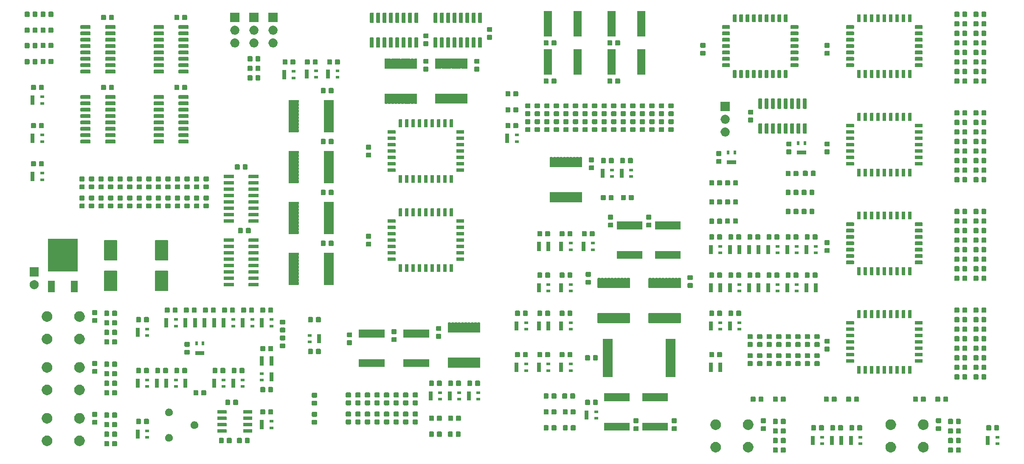
<source format=gbr>
G04 #@! TF.GenerationSoftware,KiCad,Pcbnew,(5.1.5)-3*
G04 #@! TF.CreationDate,2020-06-15T09:36:13+02:00*
G04 #@! TF.ProjectId,StateMachineTest,53746174-654d-4616-9368-696e65546573,rev?*
G04 #@! TF.SameCoordinates,Original*
G04 #@! TF.FileFunction,Soldermask,Top*
G04 #@! TF.FilePolarity,Negative*
%FSLAX46Y46*%
G04 Gerber Fmt 4.6, Leading zero omitted, Abs format (unit mm)*
G04 Created by KiCad (PCBNEW (5.1.5)-3) date 2020-06-15 09:36:13*
%MOMM*%
%LPD*%
G04 APERTURE LIST*
%ADD10C,0.100000*%
G04 APERTURE END LIST*
D10*
G36*
X228459591Y-149338085D02*
G01*
X228493569Y-149348393D01*
X228524890Y-149365134D01*
X228552339Y-149387661D01*
X228574866Y-149415110D01*
X228591607Y-149446431D01*
X228601915Y-149480409D01*
X228606000Y-149521890D01*
X228606000Y-150198110D01*
X228601915Y-150239591D01*
X228591607Y-150273569D01*
X228574866Y-150304890D01*
X228552339Y-150332339D01*
X228524890Y-150354866D01*
X228493569Y-150371607D01*
X228459591Y-150381915D01*
X228418110Y-150386000D01*
X227816890Y-150386000D01*
X227775409Y-150381915D01*
X227741431Y-150371607D01*
X227710110Y-150354866D01*
X227682661Y-150332339D01*
X227660134Y-150304890D01*
X227643393Y-150273569D01*
X227633085Y-150239591D01*
X227629000Y-150198110D01*
X227629000Y-149521890D01*
X227633085Y-149480409D01*
X227643393Y-149446431D01*
X227660134Y-149415110D01*
X227682661Y-149387661D01*
X227710110Y-149365134D01*
X227741431Y-149348393D01*
X227775409Y-149338085D01*
X227816890Y-149334000D01*
X228418110Y-149334000D01*
X228459591Y-149338085D01*
G37*
G36*
X226884591Y-149338085D02*
G01*
X226918569Y-149348393D01*
X226949890Y-149365134D01*
X226977339Y-149387661D01*
X226999866Y-149415110D01*
X227016607Y-149446431D01*
X227026915Y-149480409D01*
X227031000Y-149521890D01*
X227031000Y-150198110D01*
X227026915Y-150239591D01*
X227016607Y-150273569D01*
X226999866Y-150304890D01*
X226977339Y-150332339D01*
X226949890Y-150354866D01*
X226918569Y-150371607D01*
X226884591Y-150381915D01*
X226843110Y-150386000D01*
X226241890Y-150386000D01*
X226200409Y-150381915D01*
X226166431Y-150371607D01*
X226135110Y-150354866D01*
X226107661Y-150332339D01*
X226085134Y-150304890D01*
X226068393Y-150273569D01*
X226058085Y-150239591D01*
X226054000Y-150198110D01*
X226054000Y-149521890D01*
X226058085Y-149480409D01*
X226068393Y-149446431D01*
X226085134Y-149415110D01*
X226107661Y-149387661D01*
X226135110Y-149365134D01*
X226166431Y-149348393D01*
X226200409Y-149338085D01*
X226241890Y-149334000D01*
X226843110Y-149334000D01*
X226884591Y-149338085D01*
G37*
G36*
X193534591Y-149338085D02*
G01*
X193568569Y-149348393D01*
X193599890Y-149365134D01*
X193627339Y-149387661D01*
X193649866Y-149415110D01*
X193666607Y-149446431D01*
X193676915Y-149480409D01*
X193681000Y-149521890D01*
X193681000Y-150198110D01*
X193676915Y-150239591D01*
X193666607Y-150273569D01*
X193649866Y-150304890D01*
X193627339Y-150332339D01*
X193599890Y-150354866D01*
X193568569Y-150371607D01*
X193534591Y-150381915D01*
X193493110Y-150386000D01*
X192891890Y-150386000D01*
X192850409Y-150381915D01*
X192816431Y-150371607D01*
X192785110Y-150354866D01*
X192757661Y-150332339D01*
X192735134Y-150304890D01*
X192718393Y-150273569D01*
X192708085Y-150239591D01*
X192704000Y-150198110D01*
X192704000Y-149521890D01*
X192708085Y-149480409D01*
X192718393Y-149446431D01*
X192735134Y-149415110D01*
X192757661Y-149387661D01*
X192785110Y-149365134D01*
X192816431Y-149348393D01*
X192850409Y-149338085D01*
X192891890Y-149334000D01*
X193493110Y-149334000D01*
X193534591Y-149338085D01*
G37*
G36*
X191959591Y-149338085D02*
G01*
X191993569Y-149348393D01*
X192024890Y-149365134D01*
X192052339Y-149387661D01*
X192074866Y-149415110D01*
X192091607Y-149446431D01*
X192101915Y-149480409D01*
X192106000Y-149521890D01*
X192106000Y-150198110D01*
X192101915Y-150239591D01*
X192091607Y-150273569D01*
X192074866Y-150304890D01*
X192052339Y-150332339D01*
X192024890Y-150354866D01*
X191993569Y-150371607D01*
X191959591Y-150381915D01*
X191918110Y-150386000D01*
X191316890Y-150386000D01*
X191275409Y-150381915D01*
X191241431Y-150371607D01*
X191210110Y-150354866D01*
X191182661Y-150332339D01*
X191160134Y-150304890D01*
X191143393Y-150273569D01*
X191133085Y-150239591D01*
X191129000Y-150198110D01*
X191129000Y-149521890D01*
X191133085Y-149480409D01*
X191143393Y-149446431D01*
X191160134Y-149415110D01*
X191182661Y-149387661D01*
X191210110Y-149365134D01*
X191241431Y-149348393D01*
X191275409Y-149338085D01*
X191316890Y-149334000D01*
X191918110Y-149334000D01*
X191959591Y-149338085D01*
G37*
G36*
X180011564Y-148269389D02*
G01*
X180202833Y-148348615D01*
X180202835Y-148348616D01*
X180238502Y-148372448D01*
X180374973Y-148463635D01*
X180521365Y-148610027D01*
X180636385Y-148782167D01*
X180715611Y-148973436D01*
X180756000Y-149176484D01*
X180756000Y-149383516D01*
X180715611Y-149586564D01*
X180636385Y-149777833D01*
X180636384Y-149777835D01*
X180521365Y-149949973D01*
X180374973Y-150096365D01*
X180202835Y-150211384D01*
X180202834Y-150211385D01*
X180202833Y-150211385D01*
X180011564Y-150290611D01*
X179808516Y-150331000D01*
X179601484Y-150331000D01*
X179398436Y-150290611D01*
X179207167Y-150211385D01*
X179207166Y-150211385D01*
X179207165Y-150211384D01*
X179035027Y-150096365D01*
X178888635Y-149949973D01*
X178773616Y-149777835D01*
X178773615Y-149777833D01*
X178694389Y-149586564D01*
X178654000Y-149383516D01*
X178654000Y-149176484D01*
X178694389Y-148973436D01*
X178773615Y-148782167D01*
X178888635Y-148610027D01*
X179035027Y-148463635D01*
X179171498Y-148372448D01*
X179207165Y-148348616D01*
X179207167Y-148348615D01*
X179398436Y-148269389D01*
X179601484Y-148229000D01*
X179808516Y-148229000D01*
X180011564Y-148269389D01*
G37*
G36*
X214936564Y-148269389D02*
G01*
X215127833Y-148348615D01*
X215127835Y-148348616D01*
X215163502Y-148372448D01*
X215299973Y-148463635D01*
X215446365Y-148610027D01*
X215561385Y-148782167D01*
X215640611Y-148973436D01*
X215681000Y-149176484D01*
X215681000Y-149383516D01*
X215640611Y-149586564D01*
X215561385Y-149777833D01*
X215561384Y-149777835D01*
X215446365Y-149949973D01*
X215299973Y-150096365D01*
X215127835Y-150211384D01*
X215127834Y-150211385D01*
X215127833Y-150211385D01*
X214936564Y-150290611D01*
X214733516Y-150331000D01*
X214526484Y-150331000D01*
X214323436Y-150290611D01*
X214132167Y-150211385D01*
X214132166Y-150211385D01*
X214132165Y-150211384D01*
X213960027Y-150096365D01*
X213813635Y-149949973D01*
X213698616Y-149777835D01*
X213698615Y-149777833D01*
X213619389Y-149586564D01*
X213579000Y-149383516D01*
X213579000Y-149176484D01*
X213619389Y-148973436D01*
X213698615Y-148782167D01*
X213813635Y-148610027D01*
X213960027Y-148463635D01*
X214096498Y-148372448D01*
X214132165Y-148348616D01*
X214132167Y-148348615D01*
X214323436Y-148269389D01*
X214526484Y-148229000D01*
X214733516Y-148229000D01*
X214936564Y-148269389D01*
G37*
G36*
X186511564Y-148269389D02*
G01*
X186702833Y-148348615D01*
X186702835Y-148348616D01*
X186738502Y-148372448D01*
X186874973Y-148463635D01*
X187021365Y-148610027D01*
X187136385Y-148782167D01*
X187215611Y-148973436D01*
X187256000Y-149176484D01*
X187256000Y-149383516D01*
X187215611Y-149586564D01*
X187136385Y-149777833D01*
X187136384Y-149777835D01*
X187021365Y-149949973D01*
X186874973Y-150096365D01*
X186702835Y-150211384D01*
X186702834Y-150211385D01*
X186702833Y-150211385D01*
X186511564Y-150290611D01*
X186308516Y-150331000D01*
X186101484Y-150331000D01*
X185898436Y-150290611D01*
X185707167Y-150211385D01*
X185707166Y-150211385D01*
X185707165Y-150211384D01*
X185535027Y-150096365D01*
X185388635Y-149949973D01*
X185273616Y-149777835D01*
X185273615Y-149777833D01*
X185194389Y-149586564D01*
X185154000Y-149383516D01*
X185154000Y-149176484D01*
X185194389Y-148973436D01*
X185273615Y-148782167D01*
X185388635Y-148610027D01*
X185535027Y-148463635D01*
X185671498Y-148372448D01*
X185707165Y-148348616D01*
X185707167Y-148348615D01*
X185898436Y-148269389D01*
X186101484Y-148229000D01*
X186308516Y-148229000D01*
X186511564Y-148269389D01*
G37*
G36*
X221436564Y-148269389D02*
G01*
X221627833Y-148348615D01*
X221627835Y-148348616D01*
X221663502Y-148372448D01*
X221799973Y-148463635D01*
X221946365Y-148610027D01*
X222061385Y-148782167D01*
X222140611Y-148973436D01*
X222181000Y-149176484D01*
X222181000Y-149383516D01*
X222140611Y-149586564D01*
X222061385Y-149777833D01*
X222061384Y-149777835D01*
X221946365Y-149949973D01*
X221799973Y-150096365D01*
X221627835Y-150211384D01*
X221627834Y-150211385D01*
X221627833Y-150211385D01*
X221436564Y-150290611D01*
X221233516Y-150331000D01*
X221026484Y-150331000D01*
X220823436Y-150290611D01*
X220632167Y-150211385D01*
X220632166Y-150211385D01*
X220632165Y-150211384D01*
X220460027Y-150096365D01*
X220313635Y-149949973D01*
X220198616Y-149777835D01*
X220198615Y-149777833D01*
X220119389Y-149586564D01*
X220079000Y-149383516D01*
X220079000Y-149176484D01*
X220119389Y-148973436D01*
X220198615Y-148782167D01*
X220313635Y-148610027D01*
X220460027Y-148463635D01*
X220596498Y-148372448D01*
X220632165Y-148348616D01*
X220632167Y-148348615D01*
X220823436Y-148269389D01*
X221026484Y-148229000D01*
X221233516Y-148229000D01*
X221436564Y-148269389D01*
G37*
G36*
X58609591Y-148068085D02*
G01*
X58643569Y-148078393D01*
X58674890Y-148095134D01*
X58702339Y-148117661D01*
X58724866Y-148145110D01*
X58741607Y-148176431D01*
X58751915Y-148210409D01*
X58756000Y-148251890D01*
X58756000Y-148928110D01*
X58751915Y-148969591D01*
X58741607Y-149003569D01*
X58724866Y-149034890D01*
X58702339Y-149062339D01*
X58674890Y-149084866D01*
X58643569Y-149101607D01*
X58609591Y-149111915D01*
X58568110Y-149116000D01*
X57966890Y-149116000D01*
X57925409Y-149111915D01*
X57891431Y-149101607D01*
X57860110Y-149084866D01*
X57832661Y-149062339D01*
X57810134Y-149034890D01*
X57793393Y-149003569D01*
X57783085Y-148969591D01*
X57779000Y-148928110D01*
X57779000Y-148251890D01*
X57783085Y-148210409D01*
X57793393Y-148176431D01*
X57810134Y-148145110D01*
X57832661Y-148117661D01*
X57860110Y-148095134D01*
X57891431Y-148078393D01*
X57925409Y-148068085D01*
X57966890Y-148064000D01*
X58568110Y-148064000D01*
X58609591Y-148068085D01*
G37*
G36*
X60184591Y-148068085D02*
G01*
X60218569Y-148078393D01*
X60249890Y-148095134D01*
X60277339Y-148117661D01*
X60299866Y-148145110D01*
X60316607Y-148176431D01*
X60326915Y-148210409D01*
X60331000Y-148251890D01*
X60331000Y-148928110D01*
X60326915Y-148969591D01*
X60316607Y-149003569D01*
X60299866Y-149034890D01*
X60277339Y-149062339D01*
X60249890Y-149084866D01*
X60218569Y-149101607D01*
X60184591Y-149111915D01*
X60143110Y-149116000D01*
X59541890Y-149116000D01*
X59500409Y-149111915D01*
X59466431Y-149101607D01*
X59435110Y-149084866D01*
X59407661Y-149062339D01*
X59385134Y-149034890D01*
X59368393Y-149003569D01*
X59358085Y-148969591D01*
X59354000Y-148928110D01*
X59354000Y-148251890D01*
X59358085Y-148210409D01*
X59368393Y-148176431D01*
X59385134Y-148145110D01*
X59407661Y-148117661D01*
X59435110Y-148095134D01*
X59466431Y-148078393D01*
X59500409Y-148068085D01*
X59541890Y-148064000D01*
X60143110Y-148064000D01*
X60184591Y-148068085D01*
G37*
G36*
X46661564Y-146999389D02*
G01*
X46852833Y-147078615D01*
X46852835Y-147078616D01*
X47024973Y-147193635D01*
X47171365Y-147340027D01*
X47278882Y-147500937D01*
X47286385Y-147512167D01*
X47365611Y-147703436D01*
X47406000Y-147906484D01*
X47406000Y-148113516D01*
X47365611Y-148316564D01*
X47286385Y-148507833D01*
X47286384Y-148507835D01*
X47171365Y-148679973D01*
X47024973Y-148826365D01*
X46852835Y-148941384D01*
X46852834Y-148941385D01*
X46852833Y-148941385D01*
X46661564Y-149020611D01*
X46458516Y-149061000D01*
X46251484Y-149061000D01*
X46048436Y-149020611D01*
X45857167Y-148941385D01*
X45857166Y-148941385D01*
X45857165Y-148941384D01*
X45685027Y-148826365D01*
X45538635Y-148679973D01*
X45423616Y-148507835D01*
X45423615Y-148507833D01*
X45344389Y-148316564D01*
X45304000Y-148113516D01*
X45304000Y-147906484D01*
X45344389Y-147703436D01*
X45423615Y-147512167D01*
X45431119Y-147500937D01*
X45538635Y-147340027D01*
X45685027Y-147193635D01*
X45857165Y-147078616D01*
X45857167Y-147078615D01*
X46048436Y-146999389D01*
X46251484Y-146959000D01*
X46458516Y-146959000D01*
X46661564Y-146999389D01*
G37*
G36*
X53161564Y-146999389D02*
G01*
X53352833Y-147078615D01*
X53352835Y-147078616D01*
X53524973Y-147193635D01*
X53671365Y-147340027D01*
X53778882Y-147500937D01*
X53786385Y-147512167D01*
X53865611Y-147703436D01*
X53906000Y-147906484D01*
X53906000Y-148113516D01*
X53865611Y-148316564D01*
X53786385Y-148507833D01*
X53786384Y-148507835D01*
X53671365Y-148679973D01*
X53524973Y-148826365D01*
X53352835Y-148941384D01*
X53352834Y-148941385D01*
X53352833Y-148941385D01*
X53161564Y-149020611D01*
X52958516Y-149061000D01*
X52751484Y-149061000D01*
X52548436Y-149020611D01*
X52357167Y-148941385D01*
X52357166Y-148941385D01*
X52357165Y-148941384D01*
X52185027Y-148826365D01*
X52038635Y-148679973D01*
X51923616Y-148507835D01*
X51923615Y-148507833D01*
X51844389Y-148316564D01*
X51804000Y-148113516D01*
X51804000Y-147906484D01*
X51844389Y-147703436D01*
X51923615Y-147512167D01*
X51931119Y-147500937D01*
X52038635Y-147340027D01*
X52185027Y-147193635D01*
X52357165Y-147078616D01*
X52357167Y-147078615D01*
X52548436Y-146999389D01*
X52751484Y-146959000D01*
X52958516Y-146959000D01*
X53161564Y-146999389D01*
G37*
G36*
X201351000Y-148856000D02*
G01*
X200599000Y-148856000D01*
X200599000Y-148354000D01*
X201351000Y-148354000D01*
X201351000Y-148856000D01*
G37*
G36*
X207071000Y-148856000D02*
G01*
X206319000Y-148856000D01*
X206319000Y-147054000D01*
X207071000Y-147054000D01*
X207071000Y-148856000D01*
G37*
G36*
X205161000Y-148856000D02*
G01*
X204409000Y-148856000D01*
X204409000Y-147054000D01*
X205161000Y-147054000D01*
X205161000Y-148856000D01*
G37*
G36*
X208971000Y-148856000D02*
G01*
X208219000Y-148856000D01*
X208219000Y-148354000D01*
X208971000Y-148354000D01*
X208971000Y-148856000D01*
G37*
G36*
X203261000Y-148856000D02*
G01*
X202509000Y-148856000D01*
X202509000Y-147054000D01*
X203261000Y-147054000D01*
X203261000Y-148856000D01*
G37*
G36*
X236276000Y-148856000D02*
G01*
X235524000Y-148856000D01*
X235524000Y-148354000D01*
X236276000Y-148354000D01*
X236276000Y-148856000D01*
G37*
G36*
X234376000Y-148856000D02*
G01*
X233624000Y-148856000D01*
X233624000Y-147054000D01*
X234376000Y-147054000D01*
X234376000Y-148856000D01*
G37*
G36*
X199451000Y-148856000D02*
G01*
X198699000Y-148856000D01*
X198699000Y-147054000D01*
X199451000Y-147054000D01*
X199451000Y-148856000D01*
G37*
G36*
X191959591Y-147433085D02*
G01*
X191993569Y-147443393D01*
X192024890Y-147460134D01*
X192052339Y-147482661D01*
X192074866Y-147510110D01*
X192091607Y-147541431D01*
X192101915Y-147575409D01*
X192106000Y-147616890D01*
X192106000Y-148293110D01*
X192101915Y-148334591D01*
X192091607Y-148368569D01*
X192074866Y-148399890D01*
X192052339Y-148427339D01*
X192024890Y-148449866D01*
X191993569Y-148466607D01*
X191959591Y-148476915D01*
X191918110Y-148481000D01*
X191316890Y-148481000D01*
X191275409Y-148476915D01*
X191241431Y-148466607D01*
X191210110Y-148449866D01*
X191182661Y-148427339D01*
X191160134Y-148399890D01*
X191143393Y-148368569D01*
X191133085Y-148334591D01*
X191129000Y-148293110D01*
X191129000Y-147616890D01*
X191133085Y-147575409D01*
X191143393Y-147541431D01*
X191160134Y-147510110D01*
X191182661Y-147482661D01*
X191210110Y-147460134D01*
X191241431Y-147443393D01*
X191275409Y-147433085D01*
X191316890Y-147429000D01*
X191918110Y-147429000D01*
X191959591Y-147433085D01*
G37*
G36*
X228459591Y-147433085D02*
G01*
X228493569Y-147443393D01*
X228524890Y-147460134D01*
X228552339Y-147482661D01*
X228574866Y-147510110D01*
X228591607Y-147541431D01*
X228601915Y-147575409D01*
X228606000Y-147616890D01*
X228606000Y-148293110D01*
X228601915Y-148334591D01*
X228591607Y-148368569D01*
X228574866Y-148399890D01*
X228552339Y-148427339D01*
X228524890Y-148449866D01*
X228493569Y-148466607D01*
X228459591Y-148476915D01*
X228418110Y-148481000D01*
X227816890Y-148481000D01*
X227775409Y-148476915D01*
X227741431Y-148466607D01*
X227710110Y-148449866D01*
X227682661Y-148427339D01*
X227660134Y-148399890D01*
X227643393Y-148368569D01*
X227633085Y-148334591D01*
X227629000Y-148293110D01*
X227629000Y-147616890D01*
X227633085Y-147575409D01*
X227643393Y-147541431D01*
X227660134Y-147510110D01*
X227682661Y-147482661D01*
X227710110Y-147460134D01*
X227741431Y-147443393D01*
X227775409Y-147433085D01*
X227816890Y-147429000D01*
X228418110Y-147429000D01*
X228459591Y-147433085D01*
G37*
G36*
X83044591Y-147433085D02*
G01*
X83078569Y-147443393D01*
X83109890Y-147460134D01*
X83137339Y-147482661D01*
X83159866Y-147510110D01*
X83176607Y-147541431D01*
X83186915Y-147575409D01*
X83191000Y-147616890D01*
X83191000Y-148293110D01*
X83186915Y-148334591D01*
X83176607Y-148368569D01*
X83159866Y-148399890D01*
X83137339Y-148427339D01*
X83109890Y-148449866D01*
X83078569Y-148466607D01*
X83044591Y-148476915D01*
X83003110Y-148481000D01*
X82401890Y-148481000D01*
X82360409Y-148476915D01*
X82326431Y-148466607D01*
X82295110Y-148449866D01*
X82267661Y-148427339D01*
X82245134Y-148399890D01*
X82228393Y-148368569D01*
X82218085Y-148334591D01*
X82214000Y-148293110D01*
X82214000Y-147616890D01*
X82218085Y-147575409D01*
X82228393Y-147541431D01*
X82245134Y-147510110D01*
X82267661Y-147482661D01*
X82295110Y-147460134D01*
X82326431Y-147443393D01*
X82360409Y-147433085D01*
X82401890Y-147429000D01*
X83003110Y-147429000D01*
X83044591Y-147433085D01*
G37*
G36*
X81469591Y-147433085D02*
G01*
X81503569Y-147443393D01*
X81534890Y-147460134D01*
X81562339Y-147482661D01*
X81584866Y-147510110D01*
X81601607Y-147541431D01*
X81611915Y-147575409D01*
X81616000Y-147616890D01*
X81616000Y-148293110D01*
X81611915Y-148334591D01*
X81601607Y-148368569D01*
X81584866Y-148399890D01*
X81562339Y-148427339D01*
X81534890Y-148449866D01*
X81503569Y-148466607D01*
X81469591Y-148476915D01*
X81428110Y-148481000D01*
X80826890Y-148481000D01*
X80785409Y-148476915D01*
X80751431Y-148466607D01*
X80720110Y-148449866D01*
X80692661Y-148427339D01*
X80670134Y-148399890D01*
X80653393Y-148368569D01*
X80643085Y-148334591D01*
X80639000Y-148293110D01*
X80639000Y-147616890D01*
X80643085Y-147575409D01*
X80653393Y-147541431D01*
X80670134Y-147510110D01*
X80692661Y-147482661D01*
X80720110Y-147460134D01*
X80751431Y-147443393D01*
X80785409Y-147433085D01*
X80826890Y-147429000D01*
X81428110Y-147429000D01*
X81469591Y-147433085D01*
G37*
G36*
X193534591Y-147433085D02*
G01*
X193568569Y-147443393D01*
X193599890Y-147460134D01*
X193627339Y-147482661D01*
X193649866Y-147510110D01*
X193666607Y-147541431D01*
X193676915Y-147575409D01*
X193681000Y-147616890D01*
X193681000Y-148293110D01*
X193676915Y-148334591D01*
X193666607Y-148368569D01*
X193649866Y-148399890D01*
X193627339Y-148427339D01*
X193599890Y-148449866D01*
X193568569Y-148466607D01*
X193534591Y-148476915D01*
X193493110Y-148481000D01*
X192891890Y-148481000D01*
X192850409Y-148476915D01*
X192816431Y-148466607D01*
X192785110Y-148449866D01*
X192757661Y-148427339D01*
X192735134Y-148399890D01*
X192718393Y-148368569D01*
X192708085Y-148334591D01*
X192704000Y-148293110D01*
X192704000Y-147616890D01*
X192708085Y-147575409D01*
X192718393Y-147541431D01*
X192735134Y-147510110D01*
X192757661Y-147482661D01*
X192785110Y-147460134D01*
X192816431Y-147443393D01*
X192850409Y-147433085D01*
X192891890Y-147429000D01*
X193493110Y-147429000D01*
X193534591Y-147433085D01*
G37*
G36*
X226884591Y-147433085D02*
G01*
X226918569Y-147443393D01*
X226949890Y-147460134D01*
X226977339Y-147482661D01*
X226999866Y-147510110D01*
X227016607Y-147541431D01*
X227026915Y-147575409D01*
X227031000Y-147616890D01*
X227031000Y-148293110D01*
X227026915Y-148334591D01*
X227016607Y-148368569D01*
X226999866Y-148399890D01*
X226977339Y-148427339D01*
X226949890Y-148449866D01*
X226918569Y-148466607D01*
X226884591Y-148476915D01*
X226843110Y-148481000D01*
X226241890Y-148481000D01*
X226200409Y-148476915D01*
X226166431Y-148466607D01*
X226135110Y-148449866D01*
X226107661Y-148427339D01*
X226085134Y-148399890D01*
X226068393Y-148368569D01*
X226058085Y-148334591D01*
X226054000Y-148293110D01*
X226054000Y-147616890D01*
X226058085Y-147575409D01*
X226068393Y-147541431D01*
X226085134Y-147510110D01*
X226107661Y-147482661D01*
X226135110Y-147460134D01*
X226166431Y-147443393D01*
X226200409Y-147433085D01*
X226241890Y-147429000D01*
X226843110Y-147429000D01*
X226884591Y-147433085D01*
G37*
G36*
X85069591Y-147433085D02*
G01*
X85103569Y-147443393D01*
X85134890Y-147460134D01*
X85162339Y-147482661D01*
X85184866Y-147510110D01*
X85201607Y-147541431D01*
X85211915Y-147575409D01*
X85216000Y-147616890D01*
X85216000Y-148293110D01*
X85211915Y-148334591D01*
X85201607Y-148368569D01*
X85184866Y-148399890D01*
X85162339Y-148427339D01*
X85134890Y-148449866D01*
X85103569Y-148466607D01*
X85069591Y-148476915D01*
X85028110Y-148481000D01*
X84426890Y-148481000D01*
X84385409Y-148476915D01*
X84351431Y-148466607D01*
X84320110Y-148449866D01*
X84292661Y-148427339D01*
X84270134Y-148399890D01*
X84253393Y-148368569D01*
X84243085Y-148334591D01*
X84239000Y-148293110D01*
X84239000Y-147616890D01*
X84243085Y-147575409D01*
X84253393Y-147541431D01*
X84270134Y-147510110D01*
X84292661Y-147482661D01*
X84320110Y-147460134D01*
X84351431Y-147443393D01*
X84385409Y-147433085D01*
X84426890Y-147429000D01*
X85028110Y-147429000D01*
X85069591Y-147433085D01*
G37*
G36*
X86644591Y-147433085D02*
G01*
X86678569Y-147443393D01*
X86709890Y-147460134D01*
X86737339Y-147482661D01*
X86759866Y-147510110D01*
X86776607Y-147541431D01*
X86786915Y-147575409D01*
X86791000Y-147616890D01*
X86791000Y-148293110D01*
X86786915Y-148334591D01*
X86776607Y-148368569D01*
X86759866Y-148399890D01*
X86737339Y-148427339D01*
X86709890Y-148449866D01*
X86678569Y-148466607D01*
X86644591Y-148476915D01*
X86603110Y-148481000D01*
X86001890Y-148481000D01*
X85960409Y-148476915D01*
X85926431Y-148466607D01*
X85895110Y-148449866D01*
X85867661Y-148427339D01*
X85845134Y-148399890D01*
X85828393Y-148368569D01*
X85818085Y-148334591D01*
X85814000Y-148293110D01*
X85814000Y-147616890D01*
X85818085Y-147575409D01*
X85828393Y-147541431D01*
X85845134Y-147510110D01*
X85867661Y-147482661D01*
X85895110Y-147460134D01*
X85926431Y-147443393D01*
X85960409Y-147433085D01*
X86001890Y-147429000D01*
X86603110Y-147429000D01*
X86644591Y-147433085D01*
G37*
G36*
X70795589Y-146663876D02*
G01*
X70894893Y-146683629D01*
X71035206Y-146741748D01*
X71161484Y-146826125D01*
X71268875Y-146933516D01*
X71353252Y-147059794D01*
X71411371Y-147200107D01*
X71431124Y-147299411D01*
X71441000Y-147349062D01*
X71441000Y-147500938D01*
X71438767Y-147512165D01*
X71411371Y-147649893D01*
X71353252Y-147790206D01*
X71268875Y-147916484D01*
X71161484Y-148023875D01*
X71035206Y-148108252D01*
X70894893Y-148166371D01*
X70795589Y-148186124D01*
X70745938Y-148196000D01*
X70594062Y-148196000D01*
X70544411Y-148186124D01*
X70445107Y-148166371D01*
X70304794Y-148108252D01*
X70178516Y-148023875D01*
X70071125Y-147916484D01*
X69986748Y-147790206D01*
X69928629Y-147649893D01*
X69901233Y-147512165D01*
X69899000Y-147500938D01*
X69899000Y-147349062D01*
X69908876Y-147299411D01*
X69928629Y-147200107D01*
X69986748Y-147059794D01*
X70071125Y-146933516D01*
X70178516Y-146826125D01*
X70304794Y-146741748D01*
X70445107Y-146683629D01*
X70544411Y-146663876D01*
X70594062Y-146654000D01*
X70745938Y-146654000D01*
X70795589Y-146663876D01*
G37*
G36*
X66731000Y-147586000D02*
G01*
X65979000Y-147586000D01*
X65979000Y-147084000D01*
X66731000Y-147084000D01*
X66731000Y-147586000D01*
G37*
G36*
X64831000Y-147586000D02*
G01*
X64079000Y-147586000D01*
X64079000Y-145784000D01*
X64831000Y-145784000D01*
X64831000Y-147586000D01*
G37*
G36*
X201351000Y-147556000D02*
G01*
X200599000Y-147556000D01*
X200599000Y-147054000D01*
X201351000Y-147054000D01*
X201351000Y-147556000D01*
G37*
G36*
X208971000Y-147556000D02*
G01*
X208219000Y-147556000D01*
X208219000Y-147054000D01*
X208971000Y-147054000D01*
X208971000Y-147556000D01*
G37*
G36*
X236276000Y-147556000D02*
G01*
X235524000Y-147556000D01*
X235524000Y-147054000D01*
X236276000Y-147054000D01*
X236276000Y-147556000D01*
G37*
G36*
X127139591Y-146163085D02*
G01*
X127173569Y-146173393D01*
X127204890Y-146190134D01*
X127232339Y-146212661D01*
X127254866Y-146240110D01*
X127271607Y-146271431D01*
X127281915Y-146305409D01*
X127286000Y-146346890D01*
X127286000Y-147023110D01*
X127281915Y-147064591D01*
X127271607Y-147098569D01*
X127254866Y-147129890D01*
X127232339Y-147157339D01*
X127204890Y-147179866D01*
X127173569Y-147196607D01*
X127139591Y-147206915D01*
X127098110Y-147211000D01*
X126496890Y-147211000D01*
X126455409Y-147206915D01*
X126421431Y-147196607D01*
X126390110Y-147179866D01*
X126362661Y-147157339D01*
X126340134Y-147129890D01*
X126323393Y-147098569D01*
X126313085Y-147064591D01*
X126309000Y-147023110D01*
X126309000Y-146346890D01*
X126313085Y-146305409D01*
X126323393Y-146271431D01*
X126340134Y-146240110D01*
X126362661Y-146212661D01*
X126390110Y-146190134D01*
X126421431Y-146173393D01*
X126455409Y-146163085D01*
X126496890Y-146159000D01*
X127098110Y-146159000D01*
X127139591Y-146163085D01*
G37*
G36*
X128714591Y-146163085D02*
G01*
X128748569Y-146173393D01*
X128779890Y-146190134D01*
X128807339Y-146212661D01*
X128829866Y-146240110D01*
X128846607Y-146271431D01*
X128856915Y-146305409D01*
X128861000Y-146346890D01*
X128861000Y-147023110D01*
X128856915Y-147064591D01*
X128846607Y-147098569D01*
X128829866Y-147129890D01*
X128807339Y-147157339D01*
X128779890Y-147179866D01*
X128748569Y-147196607D01*
X128714591Y-147206915D01*
X128673110Y-147211000D01*
X128071890Y-147211000D01*
X128030409Y-147206915D01*
X127996431Y-147196607D01*
X127965110Y-147179866D01*
X127937661Y-147157339D01*
X127915134Y-147129890D01*
X127898393Y-147098569D01*
X127888085Y-147064591D01*
X127884000Y-147023110D01*
X127884000Y-146346890D01*
X127888085Y-146305409D01*
X127898393Y-146271431D01*
X127915134Y-146240110D01*
X127937661Y-146212661D01*
X127965110Y-146190134D01*
X127996431Y-146173393D01*
X128030409Y-146163085D01*
X128071890Y-146159000D01*
X128673110Y-146159000D01*
X128714591Y-146163085D01*
G37*
G36*
X58609591Y-146163085D02*
G01*
X58643569Y-146173393D01*
X58674890Y-146190134D01*
X58702339Y-146212661D01*
X58724866Y-146240110D01*
X58741607Y-146271431D01*
X58751915Y-146305409D01*
X58756000Y-146346890D01*
X58756000Y-147023110D01*
X58751915Y-147064591D01*
X58741607Y-147098569D01*
X58724866Y-147129890D01*
X58702339Y-147157339D01*
X58674890Y-147179866D01*
X58643569Y-147196607D01*
X58609591Y-147206915D01*
X58568110Y-147211000D01*
X57966890Y-147211000D01*
X57925409Y-147206915D01*
X57891431Y-147196607D01*
X57860110Y-147179866D01*
X57832661Y-147157339D01*
X57810134Y-147129890D01*
X57793393Y-147098569D01*
X57783085Y-147064591D01*
X57779000Y-147023110D01*
X57779000Y-146346890D01*
X57783085Y-146305409D01*
X57793393Y-146271431D01*
X57810134Y-146240110D01*
X57832661Y-146212661D01*
X57860110Y-146190134D01*
X57891431Y-146173393D01*
X57925409Y-146163085D01*
X57966890Y-146159000D01*
X58568110Y-146159000D01*
X58609591Y-146163085D01*
G37*
G36*
X60184591Y-146163085D02*
G01*
X60218569Y-146173393D01*
X60249890Y-146190134D01*
X60277339Y-146212661D01*
X60299866Y-146240110D01*
X60316607Y-146271431D01*
X60326915Y-146305409D01*
X60331000Y-146346890D01*
X60331000Y-147023110D01*
X60326915Y-147064591D01*
X60316607Y-147098569D01*
X60299866Y-147129890D01*
X60277339Y-147157339D01*
X60249890Y-147179866D01*
X60218569Y-147196607D01*
X60184591Y-147206915D01*
X60143110Y-147211000D01*
X59541890Y-147211000D01*
X59500409Y-147206915D01*
X59466431Y-147196607D01*
X59435110Y-147179866D01*
X59407661Y-147157339D01*
X59385134Y-147129890D01*
X59368393Y-147098569D01*
X59358085Y-147064591D01*
X59354000Y-147023110D01*
X59354000Y-146346890D01*
X59358085Y-146305409D01*
X59368393Y-146271431D01*
X59385134Y-146240110D01*
X59407661Y-146212661D01*
X59435110Y-146190134D01*
X59466431Y-146173393D01*
X59500409Y-146163085D01*
X59541890Y-146159000D01*
X60143110Y-146159000D01*
X60184591Y-146163085D01*
G37*
G36*
X123379591Y-146163085D02*
G01*
X123413569Y-146173393D01*
X123444890Y-146190134D01*
X123472339Y-146212661D01*
X123494866Y-146240110D01*
X123511607Y-146271431D01*
X123521915Y-146305409D01*
X123526000Y-146346890D01*
X123526000Y-147023110D01*
X123521915Y-147064591D01*
X123511607Y-147098569D01*
X123494866Y-147129890D01*
X123472339Y-147157339D01*
X123444890Y-147179866D01*
X123413569Y-147196607D01*
X123379591Y-147206915D01*
X123338110Y-147211000D01*
X122736890Y-147211000D01*
X122695409Y-147206915D01*
X122661431Y-147196607D01*
X122630110Y-147179866D01*
X122602661Y-147157339D01*
X122580134Y-147129890D01*
X122563393Y-147098569D01*
X122553085Y-147064591D01*
X122549000Y-147023110D01*
X122549000Y-146346890D01*
X122553085Y-146305409D01*
X122563393Y-146271431D01*
X122580134Y-146240110D01*
X122602661Y-146212661D01*
X122630110Y-146190134D01*
X122661431Y-146173393D01*
X122695409Y-146163085D01*
X122736890Y-146159000D01*
X123338110Y-146159000D01*
X123379591Y-146163085D01*
G37*
G36*
X124954591Y-146163085D02*
G01*
X124988569Y-146173393D01*
X125019890Y-146190134D01*
X125047339Y-146212661D01*
X125069866Y-146240110D01*
X125086607Y-146271431D01*
X125096915Y-146305409D01*
X125101000Y-146346890D01*
X125101000Y-147023110D01*
X125096915Y-147064591D01*
X125086607Y-147098569D01*
X125069866Y-147129890D01*
X125047339Y-147157339D01*
X125019890Y-147179866D01*
X124988569Y-147196607D01*
X124954591Y-147206915D01*
X124913110Y-147211000D01*
X124311890Y-147211000D01*
X124270409Y-147206915D01*
X124236431Y-147196607D01*
X124205110Y-147179866D01*
X124177661Y-147157339D01*
X124155134Y-147129890D01*
X124138393Y-147098569D01*
X124128085Y-147064591D01*
X124124000Y-147023110D01*
X124124000Y-146346890D01*
X124128085Y-146305409D01*
X124138393Y-146271431D01*
X124155134Y-146240110D01*
X124177661Y-146212661D01*
X124205110Y-146190134D01*
X124236431Y-146173393D01*
X124270409Y-146163085D01*
X124311890Y-146159000D01*
X124913110Y-146159000D01*
X124954591Y-146163085D01*
G37*
G36*
X228459591Y-145528085D02*
G01*
X228493569Y-145538393D01*
X228524890Y-145555134D01*
X228552339Y-145577661D01*
X228574866Y-145605110D01*
X228591607Y-145636431D01*
X228601915Y-145670409D01*
X228606000Y-145711890D01*
X228606000Y-146388110D01*
X228601915Y-146429591D01*
X228591607Y-146463569D01*
X228574866Y-146494890D01*
X228552339Y-146522339D01*
X228524890Y-146544866D01*
X228493569Y-146561607D01*
X228459591Y-146571915D01*
X228418110Y-146576000D01*
X227816890Y-146576000D01*
X227775409Y-146571915D01*
X227741431Y-146561607D01*
X227710110Y-146544866D01*
X227682661Y-146522339D01*
X227660134Y-146494890D01*
X227643393Y-146463569D01*
X227633085Y-146429591D01*
X227629000Y-146388110D01*
X227629000Y-145711890D01*
X227633085Y-145670409D01*
X227643393Y-145636431D01*
X227660134Y-145605110D01*
X227682661Y-145577661D01*
X227710110Y-145555134D01*
X227741431Y-145538393D01*
X227775409Y-145528085D01*
X227816890Y-145524000D01*
X228418110Y-145524000D01*
X228459591Y-145528085D01*
G37*
G36*
X193534591Y-145528085D02*
G01*
X193568569Y-145538393D01*
X193599890Y-145555134D01*
X193627339Y-145577661D01*
X193649866Y-145605110D01*
X193666607Y-145636431D01*
X193676915Y-145670409D01*
X193681000Y-145711890D01*
X193681000Y-146388110D01*
X193676915Y-146429591D01*
X193666607Y-146463569D01*
X193649866Y-146494890D01*
X193627339Y-146522339D01*
X193599890Y-146544866D01*
X193568569Y-146561607D01*
X193534591Y-146571915D01*
X193493110Y-146576000D01*
X192891890Y-146576000D01*
X192850409Y-146571915D01*
X192816431Y-146561607D01*
X192785110Y-146544866D01*
X192757661Y-146522339D01*
X192735134Y-146494890D01*
X192718393Y-146463569D01*
X192708085Y-146429591D01*
X192704000Y-146388110D01*
X192704000Y-145711890D01*
X192708085Y-145670409D01*
X192718393Y-145636431D01*
X192735134Y-145605110D01*
X192757661Y-145577661D01*
X192785110Y-145555134D01*
X192816431Y-145538393D01*
X192850409Y-145528085D01*
X192891890Y-145524000D01*
X193493110Y-145524000D01*
X193534591Y-145528085D01*
G37*
G36*
X191959591Y-145528085D02*
G01*
X191993569Y-145538393D01*
X192024890Y-145555134D01*
X192052339Y-145577661D01*
X192074866Y-145605110D01*
X192091607Y-145636431D01*
X192101915Y-145670409D01*
X192106000Y-145711890D01*
X192106000Y-146388110D01*
X192101915Y-146429591D01*
X192091607Y-146463569D01*
X192074866Y-146494890D01*
X192052339Y-146522339D01*
X192024890Y-146544866D01*
X191993569Y-146561607D01*
X191959591Y-146571915D01*
X191918110Y-146576000D01*
X191316890Y-146576000D01*
X191275409Y-146571915D01*
X191241431Y-146561607D01*
X191210110Y-146544866D01*
X191182661Y-146522339D01*
X191160134Y-146494890D01*
X191143393Y-146463569D01*
X191133085Y-146429591D01*
X191129000Y-146388110D01*
X191129000Y-145711890D01*
X191133085Y-145670409D01*
X191143393Y-145636431D01*
X191160134Y-145605110D01*
X191182661Y-145577661D01*
X191210110Y-145555134D01*
X191241431Y-145538393D01*
X191275409Y-145528085D01*
X191316890Y-145524000D01*
X191918110Y-145524000D01*
X191959591Y-145528085D01*
G37*
G36*
X226884591Y-145528085D02*
G01*
X226918569Y-145538393D01*
X226949890Y-145555134D01*
X226977339Y-145577661D01*
X226999866Y-145605110D01*
X227016607Y-145636431D01*
X227026915Y-145670409D01*
X227031000Y-145711890D01*
X227031000Y-146388110D01*
X227026915Y-146429591D01*
X227016607Y-146463569D01*
X226999866Y-146494890D01*
X226977339Y-146522339D01*
X226949890Y-146544866D01*
X226918569Y-146561607D01*
X226884591Y-146571915D01*
X226843110Y-146576000D01*
X226241890Y-146576000D01*
X226200409Y-146571915D01*
X226166431Y-146561607D01*
X226135110Y-146544866D01*
X226107661Y-146522339D01*
X226085134Y-146494890D01*
X226068393Y-146463569D01*
X226058085Y-146429591D01*
X226054000Y-146388110D01*
X226054000Y-145711890D01*
X226058085Y-145670409D01*
X226068393Y-145636431D01*
X226085134Y-145605110D01*
X226107661Y-145577661D01*
X226135110Y-145555134D01*
X226166431Y-145538393D01*
X226200409Y-145528085D01*
X226241890Y-145524000D01*
X226843110Y-145524000D01*
X226884591Y-145528085D01*
G37*
G36*
X82079928Y-145701764D02*
G01*
X82101009Y-145708160D01*
X82120445Y-145718548D01*
X82137476Y-145732524D01*
X82151452Y-145749555D01*
X82161840Y-145768991D01*
X82168236Y-145790072D01*
X82171000Y-145818140D01*
X82171000Y-146281860D01*
X82168236Y-146309928D01*
X82161840Y-146331009D01*
X82151452Y-146350445D01*
X82137476Y-146367476D01*
X82120445Y-146381452D01*
X82101009Y-146391840D01*
X82079928Y-146398236D01*
X82051860Y-146401000D01*
X80438140Y-146401000D01*
X80410072Y-146398236D01*
X80388991Y-146391840D01*
X80369555Y-146381452D01*
X80352524Y-146367476D01*
X80338548Y-146350445D01*
X80328160Y-146331009D01*
X80321764Y-146309928D01*
X80319000Y-146281860D01*
X80319000Y-145818140D01*
X80321764Y-145790072D01*
X80328160Y-145768991D01*
X80338548Y-145749555D01*
X80352524Y-145732524D01*
X80369555Y-145718548D01*
X80388991Y-145708160D01*
X80410072Y-145701764D01*
X80438140Y-145699000D01*
X82051860Y-145699000D01*
X82079928Y-145701764D01*
G37*
G36*
X87229928Y-145701764D02*
G01*
X87251009Y-145708160D01*
X87270445Y-145718548D01*
X87287476Y-145732524D01*
X87301452Y-145749555D01*
X87311840Y-145768991D01*
X87318236Y-145790072D01*
X87321000Y-145818140D01*
X87321000Y-146281860D01*
X87318236Y-146309928D01*
X87311840Y-146331009D01*
X87301452Y-146350445D01*
X87287476Y-146367476D01*
X87270445Y-146381452D01*
X87251009Y-146391840D01*
X87229928Y-146398236D01*
X87201860Y-146401000D01*
X85588140Y-146401000D01*
X85560072Y-146398236D01*
X85538991Y-146391840D01*
X85519555Y-146381452D01*
X85502524Y-146367476D01*
X85488548Y-146350445D01*
X85478160Y-146331009D01*
X85471764Y-146309928D01*
X85469000Y-146281860D01*
X85469000Y-145818140D01*
X85471764Y-145790072D01*
X85478160Y-145768991D01*
X85488548Y-145749555D01*
X85502524Y-145732524D01*
X85519555Y-145718548D01*
X85538991Y-145708160D01*
X85560072Y-145701764D01*
X85588140Y-145699000D01*
X87201860Y-145699000D01*
X87229928Y-145701764D01*
G37*
G36*
X66731000Y-146286000D02*
G01*
X65979000Y-146286000D01*
X65979000Y-145784000D01*
X66731000Y-145784000D01*
X66731000Y-146286000D01*
G37*
G36*
X224534591Y-145083085D02*
G01*
X224568569Y-145093393D01*
X224599890Y-145110134D01*
X224627339Y-145132661D01*
X224649866Y-145160110D01*
X224666607Y-145191431D01*
X224676915Y-145225409D01*
X224681000Y-145266890D01*
X224681000Y-145868110D01*
X224676915Y-145909591D01*
X224666607Y-145943569D01*
X224649866Y-145974890D01*
X224627339Y-146002339D01*
X224599890Y-146024866D01*
X224568569Y-146041607D01*
X224534591Y-146051915D01*
X224493110Y-146056000D01*
X223816890Y-146056000D01*
X223775409Y-146051915D01*
X223741431Y-146041607D01*
X223710110Y-146024866D01*
X223682661Y-146002339D01*
X223660134Y-145974890D01*
X223643393Y-145943569D01*
X223633085Y-145909591D01*
X223629000Y-145868110D01*
X223629000Y-145266890D01*
X223633085Y-145225409D01*
X223643393Y-145191431D01*
X223660134Y-145160110D01*
X223682661Y-145132661D01*
X223710110Y-145110134D01*
X223741431Y-145093393D01*
X223775409Y-145083085D01*
X223816890Y-145079000D01*
X224493110Y-145079000D01*
X224534591Y-145083085D01*
G37*
G36*
X189609591Y-145083085D02*
G01*
X189643569Y-145093393D01*
X189674890Y-145110134D01*
X189702339Y-145132661D01*
X189724866Y-145160110D01*
X189741607Y-145191431D01*
X189751915Y-145225409D01*
X189756000Y-145266890D01*
X189756000Y-145868110D01*
X189751915Y-145909591D01*
X189741607Y-145943569D01*
X189724866Y-145974890D01*
X189702339Y-146002339D01*
X189674890Y-146024866D01*
X189643569Y-146041607D01*
X189609591Y-146051915D01*
X189568110Y-146056000D01*
X188891890Y-146056000D01*
X188850409Y-146051915D01*
X188816431Y-146041607D01*
X188785110Y-146024866D01*
X188757661Y-146002339D01*
X188735134Y-145974890D01*
X188718393Y-145943569D01*
X188708085Y-145909591D01*
X188704000Y-145868110D01*
X188704000Y-145266890D01*
X188708085Y-145225409D01*
X188718393Y-145191431D01*
X188735134Y-145160110D01*
X188757661Y-145132661D01*
X188785110Y-145110134D01*
X188816431Y-145093393D01*
X188850409Y-145083085D01*
X188891890Y-145079000D01*
X189568110Y-145079000D01*
X189609591Y-145083085D01*
G37*
G36*
X164209591Y-145083085D02*
G01*
X164243569Y-145093393D01*
X164274890Y-145110134D01*
X164302339Y-145132661D01*
X164324866Y-145160110D01*
X164341607Y-145191431D01*
X164351915Y-145225409D01*
X164356000Y-145266890D01*
X164356000Y-145868110D01*
X164351915Y-145909591D01*
X164341607Y-145943569D01*
X164324866Y-145974890D01*
X164302339Y-146002339D01*
X164274890Y-146024866D01*
X164243569Y-146041607D01*
X164209591Y-146051915D01*
X164168110Y-146056000D01*
X163491890Y-146056000D01*
X163450409Y-146051915D01*
X163416431Y-146041607D01*
X163385110Y-146024866D01*
X163357661Y-146002339D01*
X163335134Y-145974890D01*
X163318393Y-145943569D01*
X163308085Y-145909591D01*
X163304000Y-145868110D01*
X163304000Y-145266890D01*
X163308085Y-145225409D01*
X163318393Y-145191431D01*
X163335134Y-145160110D01*
X163357661Y-145132661D01*
X163385110Y-145110134D01*
X163416431Y-145093393D01*
X163450409Y-145083085D01*
X163491890Y-145079000D01*
X164168110Y-145079000D01*
X164209591Y-145083085D01*
G37*
G36*
X171829591Y-145083085D02*
G01*
X171863569Y-145093393D01*
X171894890Y-145110134D01*
X171922339Y-145132661D01*
X171944866Y-145160110D01*
X171961607Y-145191431D01*
X171971915Y-145225409D01*
X171976000Y-145266890D01*
X171976000Y-145868110D01*
X171971915Y-145909591D01*
X171961607Y-145943569D01*
X171944866Y-145974890D01*
X171922339Y-146002339D01*
X171894890Y-146024866D01*
X171863569Y-146041607D01*
X171829591Y-146051915D01*
X171788110Y-146056000D01*
X171111890Y-146056000D01*
X171070409Y-146051915D01*
X171036431Y-146041607D01*
X171005110Y-146024866D01*
X170977661Y-146002339D01*
X170955134Y-145974890D01*
X170938393Y-145943569D01*
X170928085Y-145909591D01*
X170924000Y-145868110D01*
X170924000Y-145266890D01*
X170928085Y-145225409D01*
X170938393Y-145191431D01*
X170955134Y-145160110D01*
X170977661Y-145132661D01*
X171005110Y-145110134D01*
X171036431Y-145093393D01*
X171070409Y-145083085D01*
X171111890Y-145079000D01*
X171788110Y-145079000D01*
X171829591Y-145083085D01*
G37*
G36*
X170191000Y-145991000D02*
G01*
X165089000Y-145991000D01*
X165089000Y-144389000D01*
X170191000Y-144389000D01*
X170191000Y-145991000D01*
G37*
G36*
X162571000Y-145991000D02*
G01*
X157469000Y-145991000D01*
X157469000Y-144389000D01*
X162571000Y-144389000D01*
X162571000Y-145991000D01*
G37*
G36*
X236079591Y-144893085D02*
G01*
X236113569Y-144903393D01*
X236144890Y-144920134D01*
X236172339Y-144942661D01*
X236194866Y-144970110D01*
X236211607Y-145001431D01*
X236221915Y-145035409D01*
X236226000Y-145076890D01*
X236226000Y-145753110D01*
X236221915Y-145794591D01*
X236211607Y-145828569D01*
X236194866Y-145859890D01*
X236172339Y-145887339D01*
X236144890Y-145909866D01*
X236113569Y-145926607D01*
X236079591Y-145936915D01*
X236038110Y-145941000D01*
X235436890Y-145941000D01*
X235395409Y-145936915D01*
X235361431Y-145926607D01*
X235330110Y-145909866D01*
X235302661Y-145887339D01*
X235280134Y-145859890D01*
X235263393Y-145828569D01*
X235253085Y-145794591D01*
X235249000Y-145753110D01*
X235249000Y-145076890D01*
X235253085Y-145035409D01*
X235263393Y-145001431D01*
X235280134Y-144970110D01*
X235302661Y-144942661D01*
X235330110Y-144920134D01*
X235361431Y-144903393D01*
X235395409Y-144893085D01*
X235436890Y-144889000D01*
X236038110Y-144889000D01*
X236079591Y-144893085D01*
G37*
G36*
X204964591Y-144893085D02*
G01*
X204998569Y-144903393D01*
X205029890Y-144920134D01*
X205057339Y-144942661D01*
X205079866Y-144970110D01*
X205096607Y-145001431D01*
X205106915Y-145035409D01*
X205111000Y-145076890D01*
X205111000Y-145753110D01*
X205106915Y-145794591D01*
X205096607Y-145828569D01*
X205079866Y-145859890D01*
X205057339Y-145887339D01*
X205029890Y-145909866D01*
X204998569Y-145926607D01*
X204964591Y-145936915D01*
X204923110Y-145941000D01*
X204321890Y-145941000D01*
X204280409Y-145936915D01*
X204246431Y-145926607D01*
X204215110Y-145909866D01*
X204187661Y-145887339D01*
X204165134Y-145859890D01*
X204148393Y-145828569D01*
X204138085Y-145794591D01*
X204134000Y-145753110D01*
X204134000Y-145076890D01*
X204138085Y-145035409D01*
X204148393Y-145001431D01*
X204165134Y-144970110D01*
X204187661Y-144942661D01*
X204215110Y-144920134D01*
X204246431Y-144903393D01*
X204280409Y-144893085D01*
X204321890Y-144889000D01*
X204923110Y-144889000D01*
X204964591Y-144893085D01*
G37*
G36*
X203389591Y-144893085D02*
G01*
X203423569Y-144903393D01*
X203454890Y-144920134D01*
X203482339Y-144942661D01*
X203504866Y-144970110D01*
X203521607Y-145001431D01*
X203531915Y-145035409D01*
X203536000Y-145076890D01*
X203536000Y-145753110D01*
X203531915Y-145794591D01*
X203521607Y-145828569D01*
X203504866Y-145859890D01*
X203482339Y-145887339D01*
X203454890Y-145909866D01*
X203423569Y-145926607D01*
X203389591Y-145936915D01*
X203348110Y-145941000D01*
X202746890Y-145941000D01*
X202705409Y-145936915D01*
X202671431Y-145926607D01*
X202640110Y-145909866D01*
X202612661Y-145887339D01*
X202590134Y-145859890D01*
X202573393Y-145828569D01*
X202563085Y-145794591D01*
X202559000Y-145753110D01*
X202559000Y-145076890D01*
X202563085Y-145035409D01*
X202573393Y-145001431D01*
X202590134Y-144970110D01*
X202612661Y-144942661D01*
X202640110Y-144920134D01*
X202671431Y-144903393D01*
X202705409Y-144893085D01*
X202746890Y-144889000D01*
X203348110Y-144889000D01*
X203389591Y-144893085D01*
G37*
G36*
X208774591Y-144893085D02*
G01*
X208808569Y-144903393D01*
X208839890Y-144920134D01*
X208867339Y-144942661D01*
X208889866Y-144970110D01*
X208906607Y-145001431D01*
X208916915Y-145035409D01*
X208921000Y-145076890D01*
X208921000Y-145753110D01*
X208916915Y-145794591D01*
X208906607Y-145828569D01*
X208889866Y-145859890D01*
X208867339Y-145887339D01*
X208839890Y-145909866D01*
X208808569Y-145926607D01*
X208774591Y-145936915D01*
X208733110Y-145941000D01*
X208131890Y-145941000D01*
X208090409Y-145936915D01*
X208056431Y-145926607D01*
X208025110Y-145909866D01*
X207997661Y-145887339D01*
X207975134Y-145859890D01*
X207958393Y-145828569D01*
X207948085Y-145794591D01*
X207944000Y-145753110D01*
X207944000Y-145076890D01*
X207948085Y-145035409D01*
X207958393Y-145001431D01*
X207975134Y-144970110D01*
X207997661Y-144942661D01*
X208025110Y-144920134D01*
X208056431Y-144903393D01*
X208090409Y-144893085D01*
X208131890Y-144889000D01*
X208733110Y-144889000D01*
X208774591Y-144893085D01*
G37*
G36*
X207199591Y-144893085D02*
G01*
X207233569Y-144903393D01*
X207264890Y-144920134D01*
X207292339Y-144942661D01*
X207314866Y-144970110D01*
X207331607Y-145001431D01*
X207341915Y-145035409D01*
X207346000Y-145076890D01*
X207346000Y-145753110D01*
X207341915Y-145794591D01*
X207331607Y-145828569D01*
X207314866Y-145859890D01*
X207292339Y-145887339D01*
X207264890Y-145909866D01*
X207233569Y-145926607D01*
X207199591Y-145936915D01*
X207158110Y-145941000D01*
X206556890Y-145941000D01*
X206515409Y-145936915D01*
X206481431Y-145926607D01*
X206450110Y-145909866D01*
X206422661Y-145887339D01*
X206400134Y-145859890D01*
X206383393Y-145828569D01*
X206373085Y-145794591D01*
X206369000Y-145753110D01*
X206369000Y-145076890D01*
X206373085Y-145035409D01*
X206383393Y-145001431D01*
X206400134Y-144970110D01*
X206422661Y-144942661D01*
X206450110Y-144920134D01*
X206481431Y-144903393D01*
X206515409Y-144893085D01*
X206556890Y-144889000D01*
X207158110Y-144889000D01*
X207199591Y-144893085D01*
G37*
G36*
X201154591Y-144893085D02*
G01*
X201188569Y-144903393D01*
X201219890Y-144920134D01*
X201247339Y-144942661D01*
X201269866Y-144970110D01*
X201286607Y-145001431D01*
X201296915Y-145035409D01*
X201301000Y-145076890D01*
X201301000Y-145753110D01*
X201296915Y-145794591D01*
X201286607Y-145828569D01*
X201269866Y-145859890D01*
X201247339Y-145887339D01*
X201219890Y-145909866D01*
X201188569Y-145926607D01*
X201154591Y-145936915D01*
X201113110Y-145941000D01*
X200511890Y-145941000D01*
X200470409Y-145936915D01*
X200436431Y-145926607D01*
X200405110Y-145909866D01*
X200377661Y-145887339D01*
X200355134Y-145859890D01*
X200338393Y-145828569D01*
X200328085Y-145794591D01*
X200324000Y-145753110D01*
X200324000Y-145076890D01*
X200328085Y-145035409D01*
X200338393Y-145001431D01*
X200355134Y-144970110D01*
X200377661Y-144942661D01*
X200405110Y-144920134D01*
X200436431Y-144903393D01*
X200470409Y-144893085D01*
X200511890Y-144889000D01*
X201113110Y-144889000D01*
X201154591Y-144893085D01*
G37*
G36*
X146239591Y-144893085D02*
G01*
X146273569Y-144903393D01*
X146304890Y-144920134D01*
X146332339Y-144942661D01*
X146354866Y-144970110D01*
X146371607Y-145001431D01*
X146381915Y-145035409D01*
X146386000Y-145076890D01*
X146386000Y-145753110D01*
X146381915Y-145794591D01*
X146371607Y-145828569D01*
X146354866Y-145859890D01*
X146332339Y-145887339D01*
X146304890Y-145909866D01*
X146273569Y-145926607D01*
X146239591Y-145936915D01*
X146198110Y-145941000D01*
X145596890Y-145941000D01*
X145555409Y-145936915D01*
X145521431Y-145926607D01*
X145490110Y-145909866D01*
X145462661Y-145887339D01*
X145440134Y-145859890D01*
X145423393Y-145828569D01*
X145413085Y-145794591D01*
X145409000Y-145753110D01*
X145409000Y-145076890D01*
X145413085Y-145035409D01*
X145423393Y-145001431D01*
X145440134Y-144970110D01*
X145462661Y-144942661D01*
X145490110Y-144920134D01*
X145521431Y-144903393D01*
X145555409Y-144893085D01*
X145596890Y-144889000D01*
X146198110Y-144889000D01*
X146239591Y-144893085D01*
G37*
G36*
X147814591Y-144893085D02*
G01*
X147848569Y-144903393D01*
X147879890Y-144920134D01*
X147907339Y-144942661D01*
X147929866Y-144970110D01*
X147946607Y-145001431D01*
X147956915Y-145035409D01*
X147961000Y-145076890D01*
X147961000Y-145753110D01*
X147956915Y-145794591D01*
X147946607Y-145828569D01*
X147929866Y-145859890D01*
X147907339Y-145887339D01*
X147879890Y-145909866D01*
X147848569Y-145926607D01*
X147814591Y-145936915D01*
X147773110Y-145941000D01*
X147171890Y-145941000D01*
X147130409Y-145936915D01*
X147096431Y-145926607D01*
X147065110Y-145909866D01*
X147037661Y-145887339D01*
X147015134Y-145859890D01*
X146998393Y-145828569D01*
X146988085Y-145794591D01*
X146984000Y-145753110D01*
X146984000Y-145076890D01*
X146988085Y-145035409D01*
X146998393Y-145001431D01*
X147015134Y-144970110D01*
X147037661Y-144942661D01*
X147065110Y-144920134D01*
X147096431Y-144903393D01*
X147130409Y-144893085D01*
X147171890Y-144889000D01*
X147773110Y-144889000D01*
X147814591Y-144893085D01*
G37*
G36*
X150074591Y-144893085D02*
G01*
X150108569Y-144903393D01*
X150139890Y-144920134D01*
X150167339Y-144942661D01*
X150189866Y-144970110D01*
X150206607Y-145001431D01*
X150216915Y-145035409D01*
X150221000Y-145076890D01*
X150221000Y-145753110D01*
X150216915Y-145794591D01*
X150206607Y-145828569D01*
X150189866Y-145859890D01*
X150167339Y-145887339D01*
X150139890Y-145909866D01*
X150108569Y-145926607D01*
X150074591Y-145936915D01*
X150033110Y-145941000D01*
X149431890Y-145941000D01*
X149390409Y-145936915D01*
X149356431Y-145926607D01*
X149325110Y-145909866D01*
X149297661Y-145887339D01*
X149275134Y-145859890D01*
X149258393Y-145828569D01*
X149248085Y-145794591D01*
X149244000Y-145753110D01*
X149244000Y-145076890D01*
X149248085Y-145035409D01*
X149258393Y-145001431D01*
X149275134Y-144970110D01*
X149297661Y-144942661D01*
X149325110Y-144920134D01*
X149356431Y-144903393D01*
X149390409Y-144893085D01*
X149431890Y-144889000D01*
X150033110Y-144889000D01*
X150074591Y-144893085D01*
G37*
G36*
X151649591Y-144893085D02*
G01*
X151683569Y-144903393D01*
X151714890Y-144920134D01*
X151742339Y-144942661D01*
X151764866Y-144970110D01*
X151781607Y-145001431D01*
X151791915Y-145035409D01*
X151796000Y-145076890D01*
X151796000Y-145753110D01*
X151791915Y-145794591D01*
X151781607Y-145828569D01*
X151764866Y-145859890D01*
X151742339Y-145887339D01*
X151714890Y-145909866D01*
X151683569Y-145926607D01*
X151649591Y-145936915D01*
X151608110Y-145941000D01*
X151006890Y-145941000D01*
X150965409Y-145936915D01*
X150931431Y-145926607D01*
X150900110Y-145909866D01*
X150872661Y-145887339D01*
X150850134Y-145859890D01*
X150833393Y-145828569D01*
X150823085Y-145794591D01*
X150819000Y-145753110D01*
X150819000Y-145076890D01*
X150823085Y-145035409D01*
X150833393Y-145001431D01*
X150850134Y-144970110D01*
X150872661Y-144942661D01*
X150900110Y-144920134D01*
X150931431Y-144903393D01*
X150965409Y-144893085D01*
X151006890Y-144889000D01*
X151608110Y-144889000D01*
X151649591Y-144893085D01*
G37*
G36*
X199579591Y-144893085D02*
G01*
X199613569Y-144903393D01*
X199644890Y-144920134D01*
X199672339Y-144942661D01*
X199694866Y-144970110D01*
X199711607Y-145001431D01*
X199721915Y-145035409D01*
X199726000Y-145076890D01*
X199726000Y-145753110D01*
X199721915Y-145794591D01*
X199711607Y-145828569D01*
X199694866Y-145859890D01*
X199672339Y-145887339D01*
X199644890Y-145909866D01*
X199613569Y-145926607D01*
X199579591Y-145936915D01*
X199538110Y-145941000D01*
X198936890Y-145941000D01*
X198895409Y-145936915D01*
X198861431Y-145926607D01*
X198830110Y-145909866D01*
X198802661Y-145887339D01*
X198780134Y-145859890D01*
X198763393Y-145828569D01*
X198753085Y-145794591D01*
X198749000Y-145753110D01*
X198749000Y-145076890D01*
X198753085Y-145035409D01*
X198763393Y-145001431D01*
X198780134Y-144970110D01*
X198802661Y-144942661D01*
X198830110Y-144920134D01*
X198861431Y-144903393D01*
X198895409Y-144893085D01*
X198936890Y-144889000D01*
X199538110Y-144889000D01*
X199579591Y-144893085D01*
G37*
G36*
X234504591Y-144893085D02*
G01*
X234538569Y-144903393D01*
X234569890Y-144920134D01*
X234597339Y-144942661D01*
X234619866Y-144970110D01*
X234636607Y-145001431D01*
X234646915Y-145035409D01*
X234651000Y-145076890D01*
X234651000Y-145753110D01*
X234646915Y-145794591D01*
X234636607Y-145828569D01*
X234619866Y-145859890D01*
X234597339Y-145887339D01*
X234569890Y-145909866D01*
X234538569Y-145926607D01*
X234504591Y-145936915D01*
X234463110Y-145941000D01*
X233861890Y-145941000D01*
X233820409Y-145936915D01*
X233786431Y-145926607D01*
X233755110Y-145909866D01*
X233727661Y-145887339D01*
X233705134Y-145859890D01*
X233688393Y-145828569D01*
X233678085Y-145794591D01*
X233674000Y-145753110D01*
X233674000Y-145076890D01*
X233678085Y-145035409D01*
X233688393Y-145001431D01*
X233705134Y-144970110D01*
X233727661Y-144942661D01*
X233755110Y-144920134D01*
X233786431Y-144903393D01*
X233820409Y-144893085D01*
X233861890Y-144889000D01*
X234463110Y-144889000D01*
X234504591Y-144893085D01*
G37*
G36*
X186511564Y-143769389D02*
G01*
X186702833Y-143848615D01*
X186702835Y-143848616D01*
X186874973Y-143963635D01*
X187021365Y-144110027D01*
X187129988Y-144272592D01*
X187136385Y-144282167D01*
X187215611Y-144473436D01*
X187256000Y-144676484D01*
X187256000Y-144883516D01*
X187215611Y-145086564D01*
X187140918Y-145266890D01*
X187136384Y-145277835D01*
X187021365Y-145449973D01*
X186874973Y-145596365D01*
X186702835Y-145711384D01*
X186702834Y-145711385D01*
X186702833Y-145711385D01*
X186511564Y-145790611D01*
X186308516Y-145831000D01*
X186101484Y-145831000D01*
X185898436Y-145790611D01*
X185707167Y-145711385D01*
X185707166Y-145711385D01*
X185707165Y-145711384D01*
X185535027Y-145596365D01*
X185388635Y-145449973D01*
X185273616Y-145277835D01*
X185269082Y-145266890D01*
X185194389Y-145086564D01*
X185154000Y-144883516D01*
X185154000Y-144676484D01*
X185194389Y-144473436D01*
X185273615Y-144282167D01*
X185280013Y-144272592D01*
X185388635Y-144110027D01*
X185535027Y-143963635D01*
X185707165Y-143848616D01*
X185707167Y-143848615D01*
X185898436Y-143769389D01*
X186101484Y-143729000D01*
X186308516Y-143729000D01*
X186511564Y-143769389D01*
G37*
G36*
X180011564Y-143769389D02*
G01*
X180202833Y-143848615D01*
X180202835Y-143848616D01*
X180374973Y-143963635D01*
X180521365Y-144110027D01*
X180629988Y-144272592D01*
X180636385Y-144282167D01*
X180715611Y-144473436D01*
X180756000Y-144676484D01*
X180756000Y-144883516D01*
X180715611Y-145086564D01*
X180640918Y-145266890D01*
X180636384Y-145277835D01*
X180521365Y-145449973D01*
X180374973Y-145596365D01*
X180202835Y-145711384D01*
X180202834Y-145711385D01*
X180202833Y-145711385D01*
X180011564Y-145790611D01*
X179808516Y-145831000D01*
X179601484Y-145831000D01*
X179398436Y-145790611D01*
X179207167Y-145711385D01*
X179207166Y-145711385D01*
X179207165Y-145711384D01*
X179035027Y-145596365D01*
X178888635Y-145449973D01*
X178773616Y-145277835D01*
X178769082Y-145266890D01*
X178694389Y-145086564D01*
X178654000Y-144883516D01*
X178654000Y-144676484D01*
X178694389Y-144473436D01*
X178773615Y-144282167D01*
X178780013Y-144272592D01*
X178888635Y-144110027D01*
X179035027Y-143963635D01*
X179207165Y-143848616D01*
X179207167Y-143848615D01*
X179398436Y-143769389D01*
X179601484Y-143729000D01*
X179808516Y-143729000D01*
X180011564Y-143769389D01*
G37*
G36*
X221436564Y-143769389D02*
G01*
X221627833Y-143848615D01*
X221627835Y-143848616D01*
X221799973Y-143963635D01*
X221946365Y-144110027D01*
X222054988Y-144272592D01*
X222061385Y-144282167D01*
X222140611Y-144473436D01*
X222181000Y-144676484D01*
X222181000Y-144883516D01*
X222140611Y-145086564D01*
X222065918Y-145266890D01*
X222061384Y-145277835D01*
X221946365Y-145449973D01*
X221799973Y-145596365D01*
X221627835Y-145711384D01*
X221627834Y-145711385D01*
X221627833Y-145711385D01*
X221436564Y-145790611D01*
X221233516Y-145831000D01*
X221026484Y-145831000D01*
X220823436Y-145790611D01*
X220632167Y-145711385D01*
X220632166Y-145711385D01*
X220632165Y-145711384D01*
X220460027Y-145596365D01*
X220313635Y-145449973D01*
X220198616Y-145277835D01*
X220194082Y-145266890D01*
X220119389Y-145086564D01*
X220079000Y-144883516D01*
X220079000Y-144676484D01*
X220119389Y-144473436D01*
X220198615Y-144282167D01*
X220205013Y-144272592D01*
X220313635Y-144110027D01*
X220460027Y-143963635D01*
X220632165Y-143848616D01*
X220632167Y-143848615D01*
X220823436Y-143769389D01*
X221026484Y-143729000D01*
X221233516Y-143729000D01*
X221436564Y-143769389D01*
G37*
G36*
X214936564Y-143769389D02*
G01*
X215127833Y-143848615D01*
X215127835Y-143848616D01*
X215299973Y-143963635D01*
X215446365Y-144110027D01*
X215554988Y-144272592D01*
X215561385Y-144282167D01*
X215640611Y-144473436D01*
X215681000Y-144676484D01*
X215681000Y-144883516D01*
X215640611Y-145086564D01*
X215565918Y-145266890D01*
X215561384Y-145277835D01*
X215446365Y-145449973D01*
X215299973Y-145596365D01*
X215127835Y-145711384D01*
X215127834Y-145711385D01*
X215127833Y-145711385D01*
X214936564Y-145790611D01*
X214733516Y-145831000D01*
X214526484Y-145831000D01*
X214323436Y-145790611D01*
X214132167Y-145711385D01*
X214132166Y-145711385D01*
X214132165Y-145711384D01*
X213960027Y-145596365D01*
X213813635Y-145449973D01*
X213698616Y-145277835D01*
X213694082Y-145266890D01*
X213619389Y-145086564D01*
X213579000Y-144883516D01*
X213579000Y-144676484D01*
X213619389Y-144473436D01*
X213698615Y-144282167D01*
X213705013Y-144272592D01*
X213813635Y-144110027D01*
X213960027Y-143963635D01*
X214132165Y-143848616D01*
X214132167Y-143848615D01*
X214323436Y-143769389D01*
X214526484Y-143729000D01*
X214733516Y-143729000D01*
X214936564Y-143769389D01*
G37*
G36*
X89596000Y-145681000D02*
G01*
X88844000Y-145681000D01*
X88844000Y-143879000D01*
X89596000Y-143879000D01*
X89596000Y-145681000D01*
G37*
G36*
X91496000Y-145681000D02*
G01*
X90744000Y-145681000D01*
X90744000Y-145179000D01*
X91496000Y-145179000D01*
X91496000Y-145681000D01*
G37*
G36*
X75875589Y-144123876D02*
G01*
X75974893Y-144143629D01*
X76115206Y-144201748D01*
X76241484Y-144286125D01*
X76348875Y-144393516D01*
X76433252Y-144519794D01*
X76491371Y-144660107D01*
X76510220Y-144754866D01*
X76521000Y-144809062D01*
X76521000Y-144960938D01*
X76515271Y-144989738D01*
X76491371Y-145109893D01*
X76433252Y-145250206D01*
X76348875Y-145376484D01*
X76241484Y-145483875D01*
X76115206Y-145568252D01*
X75974893Y-145626371D01*
X75875589Y-145646124D01*
X75825938Y-145656000D01*
X75674062Y-145656000D01*
X75624411Y-145646124D01*
X75525107Y-145626371D01*
X75384794Y-145568252D01*
X75258516Y-145483875D01*
X75151125Y-145376484D01*
X75066748Y-145250206D01*
X75008629Y-145109893D01*
X74984729Y-144989738D01*
X74979000Y-144960938D01*
X74979000Y-144809062D01*
X74989780Y-144754866D01*
X75008629Y-144660107D01*
X75066748Y-144519794D01*
X75151125Y-144393516D01*
X75258516Y-144286125D01*
X75384794Y-144201748D01*
X75525107Y-144143629D01*
X75624411Y-144123876D01*
X75674062Y-144114000D01*
X75825938Y-144114000D01*
X75875589Y-144123876D01*
G37*
G36*
X60184591Y-144258085D02*
G01*
X60218569Y-144268393D01*
X60249890Y-144285134D01*
X60277339Y-144307661D01*
X60299866Y-144335110D01*
X60316607Y-144366431D01*
X60326915Y-144400409D01*
X60331000Y-144441890D01*
X60331000Y-145118110D01*
X60326915Y-145159591D01*
X60316607Y-145193569D01*
X60299866Y-145224890D01*
X60277339Y-145252339D01*
X60249890Y-145274866D01*
X60218569Y-145291607D01*
X60184591Y-145301915D01*
X60143110Y-145306000D01*
X59541890Y-145306000D01*
X59500409Y-145301915D01*
X59466431Y-145291607D01*
X59435110Y-145274866D01*
X59407661Y-145252339D01*
X59385134Y-145224890D01*
X59368393Y-145193569D01*
X59358085Y-145159591D01*
X59354000Y-145118110D01*
X59354000Y-144441890D01*
X59358085Y-144400409D01*
X59368393Y-144366431D01*
X59385134Y-144335110D01*
X59407661Y-144307661D01*
X59435110Y-144285134D01*
X59466431Y-144268393D01*
X59500409Y-144258085D01*
X59541890Y-144254000D01*
X60143110Y-144254000D01*
X60184591Y-144258085D01*
G37*
G36*
X58609591Y-144258085D02*
G01*
X58643569Y-144268393D01*
X58674890Y-144285134D01*
X58702339Y-144307661D01*
X58724866Y-144335110D01*
X58741607Y-144366431D01*
X58751915Y-144400409D01*
X58756000Y-144441890D01*
X58756000Y-145118110D01*
X58751915Y-145159591D01*
X58741607Y-145193569D01*
X58724866Y-145224890D01*
X58702339Y-145252339D01*
X58674890Y-145274866D01*
X58643569Y-145291607D01*
X58609591Y-145301915D01*
X58568110Y-145306000D01*
X57966890Y-145306000D01*
X57925409Y-145301915D01*
X57891431Y-145291607D01*
X57860110Y-145274866D01*
X57832661Y-145252339D01*
X57810134Y-145224890D01*
X57793393Y-145193569D01*
X57783085Y-145159591D01*
X57779000Y-145118110D01*
X57779000Y-144441890D01*
X57783085Y-144400409D01*
X57793393Y-144366431D01*
X57810134Y-144335110D01*
X57832661Y-144307661D01*
X57860110Y-144285134D01*
X57891431Y-144268393D01*
X57925409Y-144258085D01*
X57966890Y-144254000D01*
X58568110Y-144254000D01*
X58609591Y-144258085D01*
G37*
G36*
X87229928Y-144431764D02*
G01*
X87251009Y-144438160D01*
X87270445Y-144448548D01*
X87287476Y-144462524D01*
X87301452Y-144479555D01*
X87311840Y-144498991D01*
X87318236Y-144520072D01*
X87321000Y-144548140D01*
X87321000Y-145011860D01*
X87318236Y-145039928D01*
X87311840Y-145061009D01*
X87301452Y-145080445D01*
X87287476Y-145097476D01*
X87270445Y-145111452D01*
X87251009Y-145121840D01*
X87229928Y-145128236D01*
X87201860Y-145131000D01*
X85588140Y-145131000D01*
X85560072Y-145128236D01*
X85538991Y-145121840D01*
X85519555Y-145111452D01*
X85502524Y-145097476D01*
X85488548Y-145080445D01*
X85478160Y-145061009D01*
X85471764Y-145039928D01*
X85469000Y-145011860D01*
X85469000Y-144548140D01*
X85471764Y-144520072D01*
X85478160Y-144498991D01*
X85488548Y-144479555D01*
X85502524Y-144462524D01*
X85519555Y-144448548D01*
X85538991Y-144438160D01*
X85560072Y-144431764D01*
X85588140Y-144429000D01*
X87201860Y-144429000D01*
X87229928Y-144431764D01*
G37*
G36*
X82079928Y-144431764D02*
G01*
X82101009Y-144438160D01*
X82120445Y-144448548D01*
X82137476Y-144462524D01*
X82151452Y-144479555D01*
X82161840Y-144498991D01*
X82168236Y-144520072D01*
X82171000Y-144548140D01*
X82171000Y-145011860D01*
X82168236Y-145039928D01*
X82161840Y-145061009D01*
X82151452Y-145080445D01*
X82137476Y-145097476D01*
X82120445Y-145111452D01*
X82101009Y-145121840D01*
X82079928Y-145128236D01*
X82051860Y-145131000D01*
X80438140Y-145131000D01*
X80410072Y-145128236D01*
X80388991Y-145121840D01*
X80369555Y-145111452D01*
X80352524Y-145097476D01*
X80338548Y-145080445D01*
X80328160Y-145061009D01*
X80321764Y-145039928D01*
X80319000Y-145011860D01*
X80319000Y-144548140D01*
X80321764Y-144520072D01*
X80328160Y-144498991D01*
X80338548Y-144479555D01*
X80352524Y-144462524D01*
X80369555Y-144448548D01*
X80388991Y-144438160D01*
X80410072Y-144431764D01*
X80438140Y-144429000D01*
X82051860Y-144429000D01*
X82079928Y-144431764D01*
G37*
G36*
X56259591Y-143813085D02*
G01*
X56293569Y-143823393D01*
X56324890Y-143840134D01*
X56352339Y-143862661D01*
X56374866Y-143890110D01*
X56391607Y-143921431D01*
X56401915Y-143955409D01*
X56406000Y-143996890D01*
X56406000Y-144598110D01*
X56401915Y-144639591D01*
X56391607Y-144673569D01*
X56374866Y-144704890D01*
X56352339Y-144732339D01*
X56324890Y-144754866D01*
X56293569Y-144771607D01*
X56259591Y-144781915D01*
X56218110Y-144786000D01*
X55541890Y-144786000D01*
X55500409Y-144781915D01*
X55466431Y-144771607D01*
X55435110Y-144754866D01*
X55407661Y-144732339D01*
X55385134Y-144704890D01*
X55368393Y-144673569D01*
X55358085Y-144639591D01*
X55354000Y-144598110D01*
X55354000Y-143996890D01*
X55358085Y-143955409D01*
X55368393Y-143921431D01*
X55385134Y-143890110D01*
X55407661Y-143862661D01*
X55435110Y-143840134D01*
X55466431Y-143823393D01*
X55500409Y-143813085D01*
X55541890Y-143809000D01*
X56218110Y-143809000D01*
X56259591Y-143813085D01*
G37*
G36*
X100074591Y-143813085D02*
G01*
X100108569Y-143823393D01*
X100139890Y-143840134D01*
X100167339Y-143862661D01*
X100189866Y-143890110D01*
X100206607Y-143921431D01*
X100216915Y-143955409D01*
X100221000Y-143996890D01*
X100221000Y-144598110D01*
X100216915Y-144639591D01*
X100206607Y-144673569D01*
X100189866Y-144704890D01*
X100167339Y-144732339D01*
X100139890Y-144754866D01*
X100108569Y-144771607D01*
X100074591Y-144781915D01*
X100033110Y-144786000D01*
X99356890Y-144786000D01*
X99315409Y-144781915D01*
X99281431Y-144771607D01*
X99250110Y-144754866D01*
X99222661Y-144732339D01*
X99200134Y-144704890D01*
X99183393Y-144673569D01*
X99173085Y-144639591D01*
X99169000Y-144598110D01*
X99169000Y-143996890D01*
X99173085Y-143955409D01*
X99183393Y-143921431D01*
X99200134Y-143890110D01*
X99222661Y-143862661D01*
X99250110Y-143840134D01*
X99281431Y-143823393D01*
X99315409Y-143813085D01*
X99356890Y-143809000D01*
X100033110Y-143809000D01*
X100074591Y-143813085D01*
G37*
G36*
X106849591Y-143758085D02*
G01*
X106883569Y-143768393D01*
X106914890Y-143785134D01*
X106942339Y-143807661D01*
X106964866Y-143835110D01*
X106981607Y-143866431D01*
X106991915Y-143900409D01*
X106996000Y-143941890D01*
X106996000Y-144543110D01*
X106991915Y-144584591D01*
X106981607Y-144618569D01*
X106964866Y-144649890D01*
X106942339Y-144677339D01*
X106914890Y-144699866D01*
X106883569Y-144716607D01*
X106849591Y-144726915D01*
X106808110Y-144731000D01*
X106131890Y-144731000D01*
X106090409Y-144726915D01*
X106056431Y-144716607D01*
X106025110Y-144699866D01*
X105997661Y-144677339D01*
X105975134Y-144649890D01*
X105958393Y-144618569D01*
X105948085Y-144584591D01*
X105944000Y-144543110D01*
X105944000Y-143941890D01*
X105948085Y-143900409D01*
X105958393Y-143866431D01*
X105975134Y-143835110D01*
X105997661Y-143807661D01*
X106025110Y-143785134D01*
X106056431Y-143768393D01*
X106090409Y-143758085D01*
X106131890Y-143754000D01*
X106808110Y-143754000D01*
X106849591Y-143758085D01*
G37*
G36*
X116374591Y-143758085D02*
G01*
X116408569Y-143768393D01*
X116439890Y-143785134D01*
X116467339Y-143807661D01*
X116489866Y-143835110D01*
X116506607Y-143866431D01*
X116516915Y-143900409D01*
X116521000Y-143941890D01*
X116521000Y-144543110D01*
X116516915Y-144584591D01*
X116506607Y-144618569D01*
X116489866Y-144649890D01*
X116467339Y-144677339D01*
X116439890Y-144699866D01*
X116408569Y-144716607D01*
X116374591Y-144726915D01*
X116333110Y-144731000D01*
X115656890Y-144731000D01*
X115615409Y-144726915D01*
X115581431Y-144716607D01*
X115550110Y-144699866D01*
X115522661Y-144677339D01*
X115500134Y-144649890D01*
X115483393Y-144618569D01*
X115473085Y-144584591D01*
X115469000Y-144543110D01*
X115469000Y-143941890D01*
X115473085Y-143900409D01*
X115483393Y-143866431D01*
X115500134Y-143835110D01*
X115522661Y-143807661D01*
X115550110Y-143785134D01*
X115581431Y-143768393D01*
X115615409Y-143758085D01*
X115656890Y-143754000D01*
X116333110Y-143754000D01*
X116374591Y-143758085D01*
G37*
G36*
X112564591Y-143758085D02*
G01*
X112598569Y-143768393D01*
X112629890Y-143785134D01*
X112657339Y-143807661D01*
X112679866Y-143835110D01*
X112696607Y-143866431D01*
X112706915Y-143900409D01*
X112711000Y-143941890D01*
X112711000Y-144543110D01*
X112706915Y-144584591D01*
X112696607Y-144618569D01*
X112679866Y-144649890D01*
X112657339Y-144677339D01*
X112629890Y-144699866D01*
X112598569Y-144716607D01*
X112564591Y-144726915D01*
X112523110Y-144731000D01*
X111846890Y-144731000D01*
X111805409Y-144726915D01*
X111771431Y-144716607D01*
X111740110Y-144699866D01*
X111712661Y-144677339D01*
X111690134Y-144649890D01*
X111673393Y-144618569D01*
X111663085Y-144584591D01*
X111659000Y-144543110D01*
X111659000Y-143941890D01*
X111663085Y-143900409D01*
X111673393Y-143866431D01*
X111690134Y-143835110D01*
X111712661Y-143807661D01*
X111740110Y-143785134D01*
X111771431Y-143768393D01*
X111805409Y-143758085D01*
X111846890Y-143754000D01*
X112523110Y-143754000D01*
X112564591Y-143758085D01*
G37*
G36*
X120184591Y-143758085D02*
G01*
X120218569Y-143768393D01*
X120249890Y-143785134D01*
X120277339Y-143807661D01*
X120299866Y-143835110D01*
X120316607Y-143866431D01*
X120326915Y-143900409D01*
X120331000Y-143941890D01*
X120331000Y-144543110D01*
X120326915Y-144584591D01*
X120316607Y-144618569D01*
X120299866Y-144649890D01*
X120277339Y-144677339D01*
X120249890Y-144699866D01*
X120218569Y-144716607D01*
X120184591Y-144726915D01*
X120143110Y-144731000D01*
X119466890Y-144731000D01*
X119425409Y-144726915D01*
X119391431Y-144716607D01*
X119360110Y-144699866D01*
X119332661Y-144677339D01*
X119310134Y-144649890D01*
X119293393Y-144618569D01*
X119283085Y-144584591D01*
X119279000Y-144543110D01*
X119279000Y-143941890D01*
X119283085Y-143900409D01*
X119293393Y-143866431D01*
X119310134Y-143835110D01*
X119332661Y-143807661D01*
X119360110Y-143785134D01*
X119391431Y-143768393D01*
X119425409Y-143758085D01*
X119466890Y-143754000D01*
X120143110Y-143754000D01*
X120184591Y-143758085D01*
G37*
G36*
X114469591Y-143758085D02*
G01*
X114503569Y-143768393D01*
X114534890Y-143785134D01*
X114562339Y-143807661D01*
X114584866Y-143835110D01*
X114601607Y-143866431D01*
X114611915Y-143900409D01*
X114616000Y-143941890D01*
X114616000Y-144543110D01*
X114611915Y-144584591D01*
X114601607Y-144618569D01*
X114584866Y-144649890D01*
X114562339Y-144677339D01*
X114534890Y-144699866D01*
X114503569Y-144716607D01*
X114469591Y-144726915D01*
X114428110Y-144731000D01*
X113751890Y-144731000D01*
X113710409Y-144726915D01*
X113676431Y-144716607D01*
X113645110Y-144699866D01*
X113617661Y-144677339D01*
X113595134Y-144649890D01*
X113578393Y-144618569D01*
X113568085Y-144584591D01*
X113564000Y-144543110D01*
X113564000Y-143941890D01*
X113568085Y-143900409D01*
X113578393Y-143866431D01*
X113595134Y-143835110D01*
X113617661Y-143807661D01*
X113645110Y-143785134D01*
X113676431Y-143768393D01*
X113710409Y-143758085D01*
X113751890Y-143754000D01*
X114428110Y-143754000D01*
X114469591Y-143758085D01*
G37*
G36*
X110659591Y-143758085D02*
G01*
X110693569Y-143768393D01*
X110724890Y-143785134D01*
X110752339Y-143807661D01*
X110774866Y-143835110D01*
X110791607Y-143866431D01*
X110801915Y-143900409D01*
X110806000Y-143941890D01*
X110806000Y-144543110D01*
X110801915Y-144584591D01*
X110791607Y-144618569D01*
X110774866Y-144649890D01*
X110752339Y-144677339D01*
X110724890Y-144699866D01*
X110693569Y-144716607D01*
X110659591Y-144726915D01*
X110618110Y-144731000D01*
X109941890Y-144731000D01*
X109900409Y-144726915D01*
X109866431Y-144716607D01*
X109835110Y-144699866D01*
X109807661Y-144677339D01*
X109785134Y-144649890D01*
X109768393Y-144618569D01*
X109758085Y-144584591D01*
X109754000Y-144543110D01*
X109754000Y-143941890D01*
X109758085Y-143900409D01*
X109768393Y-143866431D01*
X109785134Y-143835110D01*
X109807661Y-143807661D01*
X109835110Y-143785134D01*
X109866431Y-143768393D01*
X109900409Y-143758085D01*
X109941890Y-143754000D01*
X110618110Y-143754000D01*
X110659591Y-143758085D01*
G37*
G36*
X118279591Y-143758085D02*
G01*
X118313569Y-143768393D01*
X118344890Y-143785134D01*
X118372339Y-143807661D01*
X118394866Y-143835110D01*
X118411607Y-143866431D01*
X118421915Y-143900409D01*
X118426000Y-143941890D01*
X118426000Y-144543110D01*
X118421915Y-144584591D01*
X118411607Y-144618569D01*
X118394866Y-144649890D01*
X118372339Y-144677339D01*
X118344890Y-144699866D01*
X118313569Y-144716607D01*
X118279591Y-144726915D01*
X118238110Y-144731000D01*
X117561890Y-144731000D01*
X117520409Y-144726915D01*
X117486431Y-144716607D01*
X117455110Y-144699866D01*
X117427661Y-144677339D01*
X117405134Y-144649890D01*
X117388393Y-144618569D01*
X117378085Y-144584591D01*
X117374000Y-144543110D01*
X117374000Y-143941890D01*
X117378085Y-143900409D01*
X117388393Y-143866431D01*
X117405134Y-143835110D01*
X117427661Y-143807661D01*
X117455110Y-143785134D01*
X117486431Y-143768393D01*
X117520409Y-143758085D01*
X117561890Y-143754000D01*
X118238110Y-143754000D01*
X118279591Y-143758085D01*
G37*
G36*
X108754591Y-143758085D02*
G01*
X108788569Y-143768393D01*
X108819890Y-143785134D01*
X108847339Y-143807661D01*
X108869866Y-143835110D01*
X108886607Y-143866431D01*
X108896915Y-143900409D01*
X108901000Y-143941890D01*
X108901000Y-144543110D01*
X108896915Y-144584591D01*
X108886607Y-144618569D01*
X108869866Y-144649890D01*
X108847339Y-144677339D01*
X108819890Y-144699866D01*
X108788569Y-144716607D01*
X108754591Y-144726915D01*
X108713110Y-144731000D01*
X108036890Y-144731000D01*
X107995409Y-144726915D01*
X107961431Y-144716607D01*
X107930110Y-144699866D01*
X107902661Y-144677339D01*
X107880134Y-144649890D01*
X107863393Y-144618569D01*
X107853085Y-144584591D01*
X107849000Y-144543110D01*
X107849000Y-143941890D01*
X107853085Y-143900409D01*
X107863393Y-143866431D01*
X107880134Y-143835110D01*
X107902661Y-143807661D01*
X107930110Y-143785134D01*
X107961431Y-143768393D01*
X107995409Y-143758085D01*
X108036890Y-143754000D01*
X108713110Y-143754000D01*
X108754591Y-143758085D01*
G37*
G36*
X226884591Y-143623085D02*
G01*
X226918569Y-143633393D01*
X226949890Y-143650134D01*
X226977339Y-143672661D01*
X226999866Y-143700110D01*
X227016607Y-143731431D01*
X227026915Y-143765409D01*
X227031000Y-143806890D01*
X227031000Y-144483110D01*
X227026915Y-144524591D01*
X227016607Y-144558569D01*
X226999866Y-144589890D01*
X226977339Y-144617339D01*
X226949890Y-144639866D01*
X226918569Y-144656607D01*
X226884591Y-144666915D01*
X226843110Y-144671000D01*
X226241890Y-144671000D01*
X226200409Y-144666915D01*
X226166431Y-144656607D01*
X226135110Y-144639866D01*
X226107661Y-144617339D01*
X226085134Y-144589890D01*
X226068393Y-144558569D01*
X226058085Y-144524591D01*
X226054000Y-144483110D01*
X226054000Y-143806890D01*
X226058085Y-143765409D01*
X226068393Y-143731431D01*
X226085134Y-143700110D01*
X226107661Y-143672661D01*
X226135110Y-143650134D01*
X226166431Y-143633393D01*
X226200409Y-143623085D01*
X226241890Y-143619000D01*
X226843110Y-143619000D01*
X226884591Y-143623085D01*
G37*
G36*
X228459591Y-143623085D02*
G01*
X228493569Y-143633393D01*
X228524890Y-143650134D01*
X228552339Y-143672661D01*
X228574866Y-143700110D01*
X228591607Y-143731431D01*
X228601915Y-143765409D01*
X228606000Y-143806890D01*
X228606000Y-144483110D01*
X228601915Y-144524591D01*
X228591607Y-144558569D01*
X228574866Y-144589890D01*
X228552339Y-144617339D01*
X228524890Y-144639866D01*
X228493569Y-144656607D01*
X228459591Y-144666915D01*
X228418110Y-144671000D01*
X227816890Y-144671000D01*
X227775409Y-144666915D01*
X227741431Y-144656607D01*
X227710110Y-144639866D01*
X227682661Y-144617339D01*
X227660134Y-144589890D01*
X227643393Y-144558569D01*
X227633085Y-144524591D01*
X227629000Y-144483110D01*
X227629000Y-143806890D01*
X227633085Y-143765409D01*
X227643393Y-143731431D01*
X227660134Y-143700110D01*
X227682661Y-143672661D01*
X227710110Y-143650134D01*
X227741431Y-143633393D01*
X227775409Y-143623085D01*
X227816890Y-143619000D01*
X228418110Y-143619000D01*
X228459591Y-143623085D01*
G37*
G36*
X66534591Y-143623085D02*
G01*
X66568569Y-143633393D01*
X66599890Y-143650134D01*
X66627339Y-143672661D01*
X66649866Y-143700110D01*
X66666607Y-143731431D01*
X66676915Y-143765409D01*
X66681000Y-143806890D01*
X66681000Y-144483110D01*
X66676915Y-144524591D01*
X66666607Y-144558569D01*
X66649866Y-144589890D01*
X66627339Y-144617339D01*
X66599890Y-144639866D01*
X66568569Y-144656607D01*
X66534591Y-144666915D01*
X66493110Y-144671000D01*
X65891890Y-144671000D01*
X65850409Y-144666915D01*
X65816431Y-144656607D01*
X65785110Y-144639866D01*
X65757661Y-144617339D01*
X65735134Y-144589890D01*
X65718393Y-144558569D01*
X65708085Y-144524591D01*
X65704000Y-144483110D01*
X65704000Y-143806890D01*
X65708085Y-143765409D01*
X65718393Y-143731431D01*
X65735134Y-143700110D01*
X65757661Y-143672661D01*
X65785110Y-143650134D01*
X65816431Y-143633393D01*
X65850409Y-143623085D01*
X65891890Y-143619000D01*
X66493110Y-143619000D01*
X66534591Y-143623085D01*
G37*
G36*
X193534591Y-143623085D02*
G01*
X193568569Y-143633393D01*
X193599890Y-143650134D01*
X193627339Y-143672661D01*
X193649866Y-143700110D01*
X193666607Y-143731431D01*
X193676915Y-143765409D01*
X193681000Y-143806890D01*
X193681000Y-144483110D01*
X193676915Y-144524591D01*
X193666607Y-144558569D01*
X193649866Y-144589890D01*
X193627339Y-144617339D01*
X193599890Y-144639866D01*
X193568569Y-144656607D01*
X193534591Y-144666915D01*
X193493110Y-144671000D01*
X192891890Y-144671000D01*
X192850409Y-144666915D01*
X192816431Y-144656607D01*
X192785110Y-144639866D01*
X192757661Y-144617339D01*
X192735134Y-144589890D01*
X192718393Y-144558569D01*
X192708085Y-144524591D01*
X192704000Y-144483110D01*
X192704000Y-143806890D01*
X192708085Y-143765409D01*
X192718393Y-143731431D01*
X192735134Y-143700110D01*
X192757661Y-143672661D01*
X192785110Y-143650134D01*
X192816431Y-143633393D01*
X192850409Y-143623085D01*
X192891890Y-143619000D01*
X193493110Y-143619000D01*
X193534591Y-143623085D01*
G37*
G36*
X191959591Y-143623085D02*
G01*
X191993569Y-143633393D01*
X192024890Y-143650134D01*
X192052339Y-143672661D01*
X192074866Y-143700110D01*
X192091607Y-143731431D01*
X192101915Y-143765409D01*
X192106000Y-143806890D01*
X192106000Y-144483110D01*
X192101915Y-144524591D01*
X192091607Y-144558569D01*
X192074866Y-144589890D01*
X192052339Y-144617339D01*
X192024890Y-144639866D01*
X191993569Y-144656607D01*
X191959591Y-144666915D01*
X191918110Y-144671000D01*
X191316890Y-144671000D01*
X191275409Y-144666915D01*
X191241431Y-144656607D01*
X191210110Y-144639866D01*
X191182661Y-144617339D01*
X191160134Y-144589890D01*
X191143393Y-144558569D01*
X191133085Y-144524591D01*
X191129000Y-144483110D01*
X191129000Y-143806890D01*
X191133085Y-143765409D01*
X191143393Y-143731431D01*
X191160134Y-143700110D01*
X191182661Y-143672661D01*
X191210110Y-143650134D01*
X191241431Y-143633393D01*
X191275409Y-143623085D01*
X191316890Y-143619000D01*
X191918110Y-143619000D01*
X191959591Y-143623085D01*
G37*
G36*
X64959591Y-143623085D02*
G01*
X64993569Y-143633393D01*
X65024890Y-143650134D01*
X65052339Y-143672661D01*
X65074866Y-143700110D01*
X65091607Y-143731431D01*
X65101915Y-143765409D01*
X65106000Y-143806890D01*
X65106000Y-144483110D01*
X65101915Y-144524591D01*
X65091607Y-144558569D01*
X65074866Y-144589890D01*
X65052339Y-144617339D01*
X65024890Y-144639866D01*
X64993569Y-144656607D01*
X64959591Y-144666915D01*
X64918110Y-144671000D01*
X64316890Y-144671000D01*
X64275409Y-144666915D01*
X64241431Y-144656607D01*
X64210110Y-144639866D01*
X64182661Y-144617339D01*
X64160134Y-144589890D01*
X64143393Y-144558569D01*
X64133085Y-144524591D01*
X64129000Y-144483110D01*
X64129000Y-143806890D01*
X64133085Y-143765409D01*
X64143393Y-143731431D01*
X64160134Y-143700110D01*
X64182661Y-143672661D01*
X64210110Y-143650134D01*
X64241431Y-143633393D01*
X64275409Y-143623085D01*
X64316890Y-143619000D01*
X64918110Y-143619000D01*
X64959591Y-143623085D01*
G37*
G36*
X53161564Y-142499389D02*
G01*
X53352833Y-142578615D01*
X53352835Y-142578616D01*
X53524973Y-142693635D01*
X53671365Y-142840027D01*
X53779988Y-143002592D01*
X53786385Y-143012167D01*
X53865611Y-143203436D01*
X53906000Y-143406484D01*
X53906000Y-143613516D01*
X53865611Y-143816564D01*
X53790918Y-143996890D01*
X53786384Y-144007835D01*
X53671365Y-144179973D01*
X53524973Y-144326365D01*
X53352835Y-144441384D01*
X53352834Y-144441385D01*
X53352833Y-144441385D01*
X53161564Y-144520611D01*
X52958516Y-144561000D01*
X52751484Y-144561000D01*
X52548436Y-144520611D01*
X52357167Y-144441385D01*
X52357166Y-144441385D01*
X52357165Y-144441384D01*
X52185027Y-144326365D01*
X52038635Y-144179973D01*
X51923616Y-144007835D01*
X51919082Y-143996890D01*
X51844389Y-143816564D01*
X51804000Y-143613516D01*
X51804000Y-143406484D01*
X51844389Y-143203436D01*
X51923615Y-143012167D01*
X51930013Y-143002592D01*
X52038635Y-142840027D01*
X52185027Y-142693635D01*
X52357165Y-142578616D01*
X52357167Y-142578615D01*
X52548436Y-142499389D01*
X52751484Y-142459000D01*
X52958516Y-142459000D01*
X53161564Y-142499389D01*
G37*
G36*
X46661564Y-142499389D02*
G01*
X46852833Y-142578615D01*
X46852835Y-142578616D01*
X47024973Y-142693635D01*
X47171365Y-142840027D01*
X47279988Y-143002592D01*
X47286385Y-143012167D01*
X47365611Y-143203436D01*
X47406000Y-143406484D01*
X47406000Y-143613516D01*
X47365611Y-143816564D01*
X47290918Y-143996890D01*
X47286384Y-144007835D01*
X47171365Y-144179973D01*
X47024973Y-144326365D01*
X46852835Y-144441384D01*
X46852834Y-144441385D01*
X46852833Y-144441385D01*
X46661564Y-144520611D01*
X46458516Y-144561000D01*
X46251484Y-144561000D01*
X46048436Y-144520611D01*
X45857167Y-144441385D01*
X45857166Y-144441385D01*
X45857165Y-144441384D01*
X45685027Y-144326365D01*
X45538635Y-144179973D01*
X45423616Y-144007835D01*
X45419082Y-143996890D01*
X45344389Y-143816564D01*
X45304000Y-143613516D01*
X45304000Y-143406484D01*
X45344389Y-143203436D01*
X45423615Y-143012167D01*
X45430013Y-143002592D01*
X45538635Y-142840027D01*
X45685027Y-142693635D01*
X45857165Y-142578616D01*
X45857167Y-142578615D01*
X46048436Y-142499389D01*
X46251484Y-142459000D01*
X46458516Y-142459000D01*
X46661564Y-142499389D01*
G37*
G36*
X164209591Y-143508085D02*
G01*
X164243569Y-143518393D01*
X164274890Y-143535134D01*
X164302339Y-143557661D01*
X164324866Y-143585110D01*
X164341607Y-143616431D01*
X164351915Y-143650409D01*
X164356000Y-143691890D01*
X164356000Y-144293110D01*
X164351915Y-144334591D01*
X164341607Y-144368569D01*
X164324866Y-144399890D01*
X164302339Y-144427339D01*
X164274890Y-144449866D01*
X164243569Y-144466607D01*
X164209591Y-144476915D01*
X164168110Y-144481000D01*
X163491890Y-144481000D01*
X163450409Y-144476915D01*
X163416431Y-144466607D01*
X163385110Y-144449866D01*
X163357661Y-144427339D01*
X163335134Y-144399890D01*
X163318393Y-144368569D01*
X163308085Y-144334591D01*
X163304000Y-144293110D01*
X163304000Y-143691890D01*
X163308085Y-143650409D01*
X163318393Y-143616431D01*
X163335134Y-143585110D01*
X163357661Y-143557661D01*
X163385110Y-143535134D01*
X163416431Y-143518393D01*
X163450409Y-143508085D01*
X163491890Y-143504000D01*
X164168110Y-143504000D01*
X164209591Y-143508085D01*
G37*
G36*
X189609591Y-143508085D02*
G01*
X189643569Y-143518393D01*
X189674890Y-143535134D01*
X189702339Y-143557661D01*
X189724866Y-143585110D01*
X189741607Y-143616431D01*
X189751915Y-143650409D01*
X189756000Y-143691890D01*
X189756000Y-144293110D01*
X189751915Y-144334591D01*
X189741607Y-144368569D01*
X189724866Y-144399890D01*
X189702339Y-144427339D01*
X189674890Y-144449866D01*
X189643569Y-144466607D01*
X189609591Y-144476915D01*
X189568110Y-144481000D01*
X188891890Y-144481000D01*
X188850409Y-144476915D01*
X188816431Y-144466607D01*
X188785110Y-144449866D01*
X188757661Y-144427339D01*
X188735134Y-144399890D01*
X188718393Y-144368569D01*
X188708085Y-144334591D01*
X188704000Y-144293110D01*
X188704000Y-143691890D01*
X188708085Y-143650409D01*
X188718393Y-143616431D01*
X188735134Y-143585110D01*
X188757661Y-143557661D01*
X188785110Y-143535134D01*
X188816431Y-143518393D01*
X188850409Y-143508085D01*
X188891890Y-143504000D01*
X189568110Y-143504000D01*
X189609591Y-143508085D01*
G37*
G36*
X224534591Y-143508085D02*
G01*
X224568569Y-143518393D01*
X224599890Y-143535134D01*
X224627339Y-143557661D01*
X224649866Y-143585110D01*
X224666607Y-143616431D01*
X224676915Y-143650409D01*
X224681000Y-143691890D01*
X224681000Y-144293110D01*
X224676915Y-144334591D01*
X224666607Y-144368569D01*
X224649866Y-144399890D01*
X224627339Y-144427339D01*
X224599890Y-144449866D01*
X224568569Y-144466607D01*
X224534591Y-144476915D01*
X224493110Y-144481000D01*
X223816890Y-144481000D01*
X223775409Y-144476915D01*
X223741431Y-144466607D01*
X223710110Y-144449866D01*
X223682661Y-144427339D01*
X223660134Y-144399890D01*
X223643393Y-144368569D01*
X223633085Y-144334591D01*
X223629000Y-144293110D01*
X223629000Y-143691890D01*
X223633085Y-143650409D01*
X223643393Y-143616431D01*
X223660134Y-143585110D01*
X223682661Y-143557661D01*
X223710110Y-143535134D01*
X223741431Y-143518393D01*
X223775409Y-143508085D01*
X223816890Y-143504000D01*
X224493110Y-143504000D01*
X224534591Y-143508085D01*
G37*
G36*
X171829591Y-143508085D02*
G01*
X171863569Y-143518393D01*
X171894890Y-143535134D01*
X171922339Y-143557661D01*
X171944866Y-143585110D01*
X171961607Y-143616431D01*
X171971915Y-143650409D01*
X171976000Y-143691890D01*
X171976000Y-144293110D01*
X171971915Y-144334591D01*
X171961607Y-144368569D01*
X171944866Y-144399890D01*
X171922339Y-144427339D01*
X171894890Y-144449866D01*
X171863569Y-144466607D01*
X171829591Y-144476915D01*
X171788110Y-144481000D01*
X171111890Y-144481000D01*
X171070409Y-144476915D01*
X171036431Y-144466607D01*
X171005110Y-144449866D01*
X170977661Y-144427339D01*
X170955134Y-144399890D01*
X170938393Y-144368569D01*
X170928085Y-144334591D01*
X170924000Y-144293110D01*
X170924000Y-143691890D01*
X170928085Y-143650409D01*
X170938393Y-143616431D01*
X170955134Y-143585110D01*
X170977661Y-143557661D01*
X171005110Y-143535134D01*
X171036431Y-143518393D01*
X171070409Y-143508085D01*
X171111890Y-143504000D01*
X171788110Y-143504000D01*
X171829591Y-143508085D01*
G37*
G36*
X91496000Y-144381000D02*
G01*
X90744000Y-144381000D01*
X90744000Y-143879000D01*
X91496000Y-143879000D01*
X91496000Y-144381000D01*
G37*
G36*
X127189591Y-142988085D02*
G01*
X127223569Y-142998393D01*
X127254890Y-143015134D01*
X127282339Y-143037661D01*
X127304866Y-143065110D01*
X127321607Y-143096431D01*
X127331915Y-143130409D01*
X127336000Y-143171890D01*
X127336000Y-143848110D01*
X127331915Y-143889591D01*
X127321607Y-143923569D01*
X127304866Y-143954890D01*
X127282339Y-143982339D01*
X127254890Y-144004866D01*
X127223569Y-144021607D01*
X127189591Y-144031915D01*
X127148110Y-144036000D01*
X126546890Y-144036000D01*
X126505409Y-144031915D01*
X126471431Y-144021607D01*
X126440110Y-144004866D01*
X126412661Y-143982339D01*
X126390134Y-143954890D01*
X126373393Y-143923569D01*
X126363085Y-143889591D01*
X126359000Y-143848110D01*
X126359000Y-143171890D01*
X126363085Y-143130409D01*
X126373393Y-143096431D01*
X126390134Y-143065110D01*
X126412661Y-143037661D01*
X126440110Y-143015134D01*
X126471431Y-142998393D01*
X126505409Y-142988085D01*
X126546890Y-142984000D01*
X127148110Y-142984000D01*
X127189591Y-142988085D01*
G37*
G36*
X128764591Y-142988085D02*
G01*
X128798569Y-142998393D01*
X128829890Y-143015134D01*
X128857339Y-143037661D01*
X128879866Y-143065110D01*
X128896607Y-143096431D01*
X128906915Y-143130409D01*
X128911000Y-143171890D01*
X128911000Y-143848110D01*
X128906915Y-143889591D01*
X128896607Y-143923569D01*
X128879866Y-143954890D01*
X128857339Y-143982339D01*
X128829890Y-144004866D01*
X128798569Y-144021607D01*
X128764591Y-144031915D01*
X128723110Y-144036000D01*
X128121890Y-144036000D01*
X128080409Y-144031915D01*
X128046431Y-144021607D01*
X128015110Y-144004866D01*
X127987661Y-143982339D01*
X127965134Y-143954890D01*
X127948393Y-143923569D01*
X127938085Y-143889591D01*
X127934000Y-143848110D01*
X127934000Y-143171890D01*
X127938085Y-143130409D01*
X127948393Y-143096431D01*
X127965134Y-143065110D01*
X127987661Y-143037661D01*
X128015110Y-143015134D01*
X128046431Y-142998393D01*
X128080409Y-142988085D01*
X128121890Y-142984000D01*
X128723110Y-142984000D01*
X128764591Y-142988085D01*
G37*
G36*
X123379591Y-142988085D02*
G01*
X123413569Y-142998393D01*
X123444890Y-143015134D01*
X123472339Y-143037661D01*
X123494866Y-143065110D01*
X123511607Y-143096431D01*
X123521915Y-143130409D01*
X123526000Y-143171890D01*
X123526000Y-143848110D01*
X123521915Y-143889591D01*
X123511607Y-143923569D01*
X123494866Y-143954890D01*
X123472339Y-143982339D01*
X123444890Y-144004866D01*
X123413569Y-144021607D01*
X123379591Y-144031915D01*
X123338110Y-144036000D01*
X122736890Y-144036000D01*
X122695409Y-144031915D01*
X122661431Y-144021607D01*
X122630110Y-144004866D01*
X122602661Y-143982339D01*
X122580134Y-143954890D01*
X122563393Y-143923569D01*
X122553085Y-143889591D01*
X122549000Y-143848110D01*
X122549000Y-143171890D01*
X122553085Y-143130409D01*
X122563393Y-143096431D01*
X122580134Y-143065110D01*
X122602661Y-143037661D01*
X122630110Y-143015134D01*
X122661431Y-142998393D01*
X122695409Y-142988085D01*
X122736890Y-142984000D01*
X123338110Y-142984000D01*
X123379591Y-142988085D01*
G37*
G36*
X124954591Y-142988085D02*
G01*
X124988569Y-142998393D01*
X125019890Y-143015134D01*
X125047339Y-143037661D01*
X125069866Y-143065110D01*
X125086607Y-143096431D01*
X125096915Y-143130409D01*
X125101000Y-143171890D01*
X125101000Y-143848110D01*
X125096915Y-143889591D01*
X125086607Y-143923569D01*
X125069866Y-143954890D01*
X125047339Y-143982339D01*
X125019890Y-144004866D01*
X124988569Y-144021607D01*
X124954591Y-144031915D01*
X124913110Y-144036000D01*
X124311890Y-144036000D01*
X124270409Y-144031915D01*
X124236431Y-144021607D01*
X124205110Y-144004866D01*
X124177661Y-143982339D01*
X124155134Y-143954890D01*
X124138393Y-143923569D01*
X124128085Y-143889591D01*
X124124000Y-143848110D01*
X124124000Y-143171890D01*
X124128085Y-143130409D01*
X124138393Y-143096431D01*
X124155134Y-143065110D01*
X124177661Y-143037661D01*
X124205110Y-143015134D01*
X124236431Y-142998393D01*
X124270409Y-142988085D01*
X124311890Y-142984000D01*
X124913110Y-142984000D01*
X124954591Y-142988085D01*
G37*
G36*
X87229928Y-143161764D02*
G01*
X87251009Y-143168160D01*
X87270445Y-143178548D01*
X87287476Y-143192524D01*
X87301452Y-143209555D01*
X87311840Y-143228991D01*
X87318236Y-143250072D01*
X87321000Y-143278140D01*
X87321000Y-143741860D01*
X87318236Y-143769928D01*
X87311840Y-143791009D01*
X87301452Y-143810445D01*
X87287476Y-143827476D01*
X87270445Y-143841452D01*
X87251009Y-143851840D01*
X87229928Y-143858236D01*
X87201860Y-143861000D01*
X85588140Y-143861000D01*
X85560072Y-143858236D01*
X85538991Y-143851840D01*
X85519555Y-143841452D01*
X85502524Y-143827476D01*
X85488548Y-143810445D01*
X85478160Y-143791009D01*
X85471764Y-143769928D01*
X85469000Y-143741860D01*
X85469000Y-143278140D01*
X85471764Y-143250072D01*
X85478160Y-143228991D01*
X85488548Y-143209555D01*
X85502524Y-143192524D01*
X85519555Y-143178548D01*
X85538991Y-143168160D01*
X85560072Y-143161764D01*
X85588140Y-143159000D01*
X87201860Y-143159000D01*
X87229928Y-143161764D01*
G37*
G36*
X82079928Y-143161764D02*
G01*
X82101009Y-143168160D01*
X82120445Y-143178548D01*
X82137476Y-143192524D01*
X82151452Y-143209555D01*
X82161840Y-143228991D01*
X82168236Y-143250072D01*
X82171000Y-143278140D01*
X82171000Y-143741860D01*
X82168236Y-143769928D01*
X82161840Y-143791009D01*
X82151452Y-143810445D01*
X82137476Y-143827476D01*
X82120445Y-143841452D01*
X82101009Y-143851840D01*
X82079928Y-143858236D01*
X82051860Y-143861000D01*
X80438140Y-143861000D01*
X80410072Y-143858236D01*
X80388991Y-143851840D01*
X80369555Y-143841452D01*
X80352524Y-143827476D01*
X80338548Y-143810445D01*
X80328160Y-143791009D01*
X80321764Y-143769928D01*
X80319000Y-143741860D01*
X80319000Y-143278140D01*
X80321764Y-143250072D01*
X80328160Y-143228991D01*
X80338548Y-143209555D01*
X80352524Y-143192524D01*
X80369555Y-143178548D01*
X80388991Y-143168160D01*
X80410072Y-143161764D01*
X80438140Y-143159000D01*
X82051860Y-143159000D01*
X82079928Y-143161764D01*
G37*
G36*
X156266000Y-143776000D02*
G01*
X155514000Y-143776000D01*
X155514000Y-143274000D01*
X156266000Y-143274000D01*
X156266000Y-143776000D01*
G37*
G36*
X154366000Y-143776000D02*
G01*
X153614000Y-143776000D01*
X153614000Y-141974000D01*
X154366000Y-141974000D01*
X154366000Y-143776000D01*
G37*
G36*
X58609591Y-142353085D02*
G01*
X58643569Y-142363393D01*
X58674890Y-142380134D01*
X58702339Y-142402661D01*
X58724866Y-142430110D01*
X58741607Y-142461431D01*
X58751915Y-142495409D01*
X58756000Y-142536890D01*
X58756000Y-143213110D01*
X58751915Y-143254591D01*
X58741607Y-143288569D01*
X58724866Y-143319890D01*
X58702339Y-143347339D01*
X58674890Y-143369866D01*
X58643569Y-143386607D01*
X58609591Y-143396915D01*
X58568110Y-143401000D01*
X57966890Y-143401000D01*
X57925409Y-143396915D01*
X57891431Y-143386607D01*
X57860110Y-143369866D01*
X57832661Y-143347339D01*
X57810134Y-143319890D01*
X57793393Y-143288569D01*
X57783085Y-143254591D01*
X57779000Y-143213110D01*
X57779000Y-142536890D01*
X57783085Y-142495409D01*
X57793393Y-142461431D01*
X57810134Y-142430110D01*
X57832661Y-142402661D01*
X57860110Y-142380134D01*
X57891431Y-142363393D01*
X57925409Y-142353085D01*
X57966890Y-142349000D01*
X58568110Y-142349000D01*
X58609591Y-142353085D01*
G37*
G36*
X60184591Y-142353085D02*
G01*
X60218569Y-142363393D01*
X60249890Y-142380134D01*
X60277339Y-142402661D01*
X60299866Y-142430110D01*
X60316607Y-142461431D01*
X60326915Y-142495409D01*
X60331000Y-142536890D01*
X60331000Y-143213110D01*
X60326915Y-143254591D01*
X60316607Y-143288569D01*
X60299866Y-143319890D01*
X60277339Y-143347339D01*
X60249890Y-143369866D01*
X60218569Y-143386607D01*
X60184591Y-143396915D01*
X60143110Y-143401000D01*
X59541890Y-143401000D01*
X59500409Y-143396915D01*
X59466431Y-143386607D01*
X59435110Y-143369866D01*
X59407661Y-143347339D01*
X59385134Y-143319890D01*
X59368393Y-143288569D01*
X59358085Y-143254591D01*
X59354000Y-143213110D01*
X59354000Y-142536890D01*
X59358085Y-142495409D01*
X59368393Y-142461431D01*
X59385134Y-142430110D01*
X59407661Y-142402661D01*
X59435110Y-142380134D01*
X59466431Y-142363393D01*
X59500409Y-142353085D01*
X59541890Y-142349000D01*
X60143110Y-142349000D01*
X60184591Y-142353085D01*
G37*
G36*
X100074591Y-142238085D02*
G01*
X100108569Y-142248393D01*
X100139890Y-142265134D01*
X100167339Y-142287661D01*
X100189866Y-142315110D01*
X100206607Y-142346431D01*
X100216915Y-142380409D01*
X100221000Y-142421890D01*
X100221000Y-143023110D01*
X100216915Y-143064591D01*
X100206607Y-143098569D01*
X100189866Y-143129890D01*
X100167339Y-143157339D01*
X100139890Y-143179866D01*
X100108569Y-143196607D01*
X100074591Y-143206915D01*
X100033110Y-143211000D01*
X99356890Y-143211000D01*
X99315409Y-143206915D01*
X99281431Y-143196607D01*
X99250110Y-143179866D01*
X99222661Y-143157339D01*
X99200134Y-143129890D01*
X99183393Y-143098569D01*
X99173085Y-143064591D01*
X99169000Y-143023110D01*
X99169000Y-142421890D01*
X99173085Y-142380409D01*
X99183393Y-142346431D01*
X99200134Y-142315110D01*
X99222661Y-142287661D01*
X99250110Y-142265134D01*
X99281431Y-142248393D01*
X99315409Y-142238085D01*
X99356890Y-142234000D01*
X100033110Y-142234000D01*
X100074591Y-142238085D01*
G37*
G36*
X56259591Y-142238085D02*
G01*
X56293569Y-142248393D01*
X56324890Y-142265134D01*
X56352339Y-142287661D01*
X56374866Y-142315110D01*
X56391607Y-142346431D01*
X56401915Y-142380409D01*
X56406000Y-142421890D01*
X56406000Y-143023110D01*
X56401915Y-143064591D01*
X56391607Y-143098569D01*
X56374866Y-143129890D01*
X56352339Y-143157339D01*
X56324890Y-143179866D01*
X56293569Y-143196607D01*
X56259591Y-143206915D01*
X56218110Y-143211000D01*
X55541890Y-143211000D01*
X55500409Y-143206915D01*
X55466431Y-143196607D01*
X55435110Y-143179866D01*
X55407661Y-143157339D01*
X55385134Y-143129890D01*
X55368393Y-143098569D01*
X55358085Y-143064591D01*
X55354000Y-143023110D01*
X55354000Y-142421890D01*
X55358085Y-142380409D01*
X55368393Y-142346431D01*
X55385134Y-142315110D01*
X55407661Y-142287661D01*
X55435110Y-142265134D01*
X55466431Y-142248393D01*
X55500409Y-142238085D01*
X55541890Y-142234000D01*
X56218110Y-142234000D01*
X56259591Y-142238085D01*
G37*
G36*
X110659591Y-142183085D02*
G01*
X110693569Y-142193393D01*
X110724890Y-142210134D01*
X110752339Y-142232661D01*
X110774866Y-142260110D01*
X110791607Y-142291431D01*
X110801915Y-142325409D01*
X110806000Y-142366890D01*
X110806000Y-142968110D01*
X110801915Y-143009591D01*
X110791607Y-143043569D01*
X110774866Y-143074890D01*
X110752339Y-143102339D01*
X110724890Y-143124866D01*
X110693569Y-143141607D01*
X110659591Y-143151915D01*
X110618110Y-143156000D01*
X109941890Y-143156000D01*
X109900409Y-143151915D01*
X109866431Y-143141607D01*
X109835110Y-143124866D01*
X109807661Y-143102339D01*
X109785134Y-143074890D01*
X109768393Y-143043569D01*
X109758085Y-143009591D01*
X109754000Y-142968110D01*
X109754000Y-142366890D01*
X109758085Y-142325409D01*
X109768393Y-142291431D01*
X109785134Y-142260110D01*
X109807661Y-142232661D01*
X109835110Y-142210134D01*
X109866431Y-142193393D01*
X109900409Y-142183085D01*
X109941890Y-142179000D01*
X110618110Y-142179000D01*
X110659591Y-142183085D01*
G37*
G36*
X106849591Y-142183085D02*
G01*
X106883569Y-142193393D01*
X106914890Y-142210134D01*
X106942339Y-142232661D01*
X106964866Y-142260110D01*
X106981607Y-142291431D01*
X106991915Y-142325409D01*
X106996000Y-142366890D01*
X106996000Y-142968110D01*
X106991915Y-143009591D01*
X106981607Y-143043569D01*
X106964866Y-143074890D01*
X106942339Y-143102339D01*
X106914890Y-143124866D01*
X106883569Y-143141607D01*
X106849591Y-143151915D01*
X106808110Y-143156000D01*
X106131890Y-143156000D01*
X106090409Y-143151915D01*
X106056431Y-143141607D01*
X106025110Y-143124866D01*
X105997661Y-143102339D01*
X105975134Y-143074890D01*
X105958393Y-143043569D01*
X105948085Y-143009591D01*
X105944000Y-142968110D01*
X105944000Y-142366890D01*
X105948085Y-142325409D01*
X105958393Y-142291431D01*
X105975134Y-142260110D01*
X105997661Y-142232661D01*
X106025110Y-142210134D01*
X106056431Y-142193393D01*
X106090409Y-142183085D01*
X106131890Y-142179000D01*
X106808110Y-142179000D01*
X106849591Y-142183085D01*
G37*
G36*
X114469591Y-142183085D02*
G01*
X114503569Y-142193393D01*
X114534890Y-142210134D01*
X114562339Y-142232661D01*
X114584866Y-142260110D01*
X114601607Y-142291431D01*
X114611915Y-142325409D01*
X114616000Y-142366890D01*
X114616000Y-142968110D01*
X114611915Y-143009591D01*
X114601607Y-143043569D01*
X114584866Y-143074890D01*
X114562339Y-143102339D01*
X114534890Y-143124866D01*
X114503569Y-143141607D01*
X114469591Y-143151915D01*
X114428110Y-143156000D01*
X113751890Y-143156000D01*
X113710409Y-143151915D01*
X113676431Y-143141607D01*
X113645110Y-143124866D01*
X113617661Y-143102339D01*
X113595134Y-143074890D01*
X113578393Y-143043569D01*
X113568085Y-143009591D01*
X113564000Y-142968110D01*
X113564000Y-142366890D01*
X113568085Y-142325409D01*
X113578393Y-142291431D01*
X113595134Y-142260110D01*
X113617661Y-142232661D01*
X113645110Y-142210134D01*
X113676431Y-142193393D01*
X113710409Y-142183085D01*
X113751890Y-142179000D01*
X114428110Y-142179000D01*
X114469591Y-142183085D01*
G37*
G36*
X118279591Y-142183085D02*
G01*
X118313569Y-142193393D01*
X118344890Y-142210134D01*
X118372339Y-142232661D01*
X118394866Y-142260110D01*
X118411607Y-142291431D01*
X118421915Y-142325409D01*
X118426000Y-142366890D01*
X118426000Y-142968110D01*
X118421915Y-143009591D01*
X118411607Y-143043569D01*
X118394866Y-143074890D01*
X118372339Y-143102339D01*
X118344890Y-143124866D01*
X118313569Y-143141607D01*
X118279591Y-143151915D01*
X118238110Y-143156000D01*
X117561890Y-143156000D01*
X117520409Y-143151915D01*
X117486431Y-143141607D01*
X117455110Y-143124866D01*
X117427661Y-143102339D01*
X117405134Y-143074890D01*
X117388393Y-143043569D01*
X117378085Y-143009591D01*
X117374000Y-142968110D01*
X117374000Y-142366890D01*
X117378085Y-142325409D01*
X117388393Y-142291431D01*
X117405134Y-142260110D01*
X117427661Y-142232661D01*
X117455110Y-142210134D01*
X117486431Y-142193393D01*
X117520409Y-142183085D01*
X117561890Y-142179000D01*
X118238110Y-142179000D01*
X118279591Y-142183085D01*
G37*
G36*
X108754591Y-142183085D02*
G01*
X108788569Y-142193393D01*
X108819890Y-142210134D01*
X108847339Y-142232661D01*
X108869866Y-142260110D01*
X108886607Y-142291431D01*
X108896915Y-142325409D01*
X108901000Y-142366890D01*
X108901000Y-142968110D01*
X108896915Y-143009591D01*
X108886607Y-143043569D01*
X108869866Y-143074890D01*
X108847339Y-143102339D01*
X108819890Y-143124866D01*
X108788569Y-143141607D01*
X108754591Y-143151915D01*
X108713110Y-143156000D01*
X108036890Y-143156000D01*
X107995409Y-143151915D01*
X107961431Y-143141607D01*
X107930110Y-143124866D01*
X107902661Y-143102339D01*
X107880134Y-143074890D01*
X107863393Y-143043569D01*
X107853085Y-143009591D01*
X107849000Y-142968110D01*
X107849000Y-142366890D01*
X107853085Y-142325409D01*
X107863393Y-142291431D01*
X107880134Y-142260110D01*
X107902661Y-142232661D01*
X107930110Y-142210134D01*
X107961431Y-142193393D01*
X107995409Y-142183085D01*
X108036890Y-142179000D01*
X108713110Y-142179000D01*
X108754591Y-142183085D01*
G37*
G36*
X112564591Y-142183085D02*
G01*
X112598569Y-142193393D01*
X112629890Y-142210134D01*
X112657339Y-142232661D01*
X112679866Y-142260110D01*
X112696607Y-142291431D01*
X112706915Y-142325409D01*
X112711000Y-142366890D01*
X112711000Y-142968110D01*
X112706915Y-143009591D01*
X112696607Y-143043569D01*
X112679866Y-143074890D01*
X112657339Y-143102339D01*
X112629890Y-143124866D01*
X112598569Y-143141607D01*
X112564591Y-143151915D01*
X112523110Y-143156000D01*
X111846890Y-143156000D01*
X111805409Y-143151915D01*
X111771431Y-143141607D01*
X111740110Y-143124866D01*
X111712661Y-143102339D01*
X111690134Y-143074890D01*
X111673393Y-143043569D01*
X111663085Y-143009591D01*
X111659000Y-142968110D01*
X111659000Y-142366890D01*
X111663085Y-142325409D01*
X111673393Y-142291431D01*
X111690134Y-142260110D01*
X111712661Y-142232661D01*
X111740110Y-142210134D01*
X111771431Y-142193393D01*
X111805409Y-142183085D01*
X111846890Y-142179000D01*
X112523110Y-142179000D01*
X112564591Y-142183085D01*
G37*
G36*
X116374591Y-142183085D02*
G01*
X116408569Y-142193393D01*
X116439890Y-142210134D01*
X116467339Y-142232661D01*
X116489866Y-142260110D01*
X116506607Y-142291431D01*
X116516915Y-142325409D01*
X116521000Y-142366890D01*
X116521000Y-142968110D01*
X116516915Y-143009591D01*
X116506607Y-143043569D01*
X116489866Y-143074890D01*
X116467339Y-143102339D01*
X116439890Y-143124866D01*
X116408569Y-143141607D01*
X116374591Y-143151915D01*
X116333110Y-143156000D01*
X115656890Y-143156000D01*
X115615409Y-143151915D01*
X115581431Y-143141607D01*
X115550110Y-143124866D01*
X115522661Y-143102339D01*
X115500134Y-143074890D01*
X115483393Y-143043569D01*
X115473085Y-143009591D01*
X115469000Y-142968110D01*
X115469000Y-142366890D01*
X115473085Y-142325409D01*
X115483393Y-142291431D01*
X115500134Y-142260110D01*
X115522661Y-142232661D01*
X115550110Y-142210134D01*
X115581431Y-142193393D01*
X115615409Y-142183085D01*
X115656890Y-142179000D01*
X116333110Y-142179000D01*
X116374591Y-142183085D01*
G37*
G36*
X120184591Y-142183085D02*
G01*
X120218569Y-142193393D01*
X120249890Y-142210134D01*
X120277339Y-142232661D01*
X120299866Y-142260110D01*
X120316607Y-142291431D01*
X120326915Y-142325409D01*
X120331000Y-142366890D01*
X120331000Y-142968110D01*
X120326915Y-143009591D01*
X120316607Y-143043569D01*
X120299866Y-143074890D01*
X120277339Y-143102339D01*
X120249890Y-143124866D01*
X120218569Y-143141607D01*
X120184591Y-143151915D01*
X120143110Y-143156000D01*
X119466890Y-143156000D01*
X119425409Y-143151915D01*
X119391431Y-143141607D01*
X119360110Y-143124866D01*
X119332661Y-143102339D01*
X119310134Y-143074890D01*
X119293393Y-143043569D01*
X119283085Y-143009591D01*
X119279000Y-142968110D01*
X119279000Y-142366890D01*
X119283085Y-142325409D01*
X119293393Y-142291431D01*
X119310134Y-142260110D01*
X119332661Y-142232661D01*
X119360110Y-142210134D01*
X119391431Y-142193393D01*
X119425409Y-142183085D01*
X119466890Y-142179000D01*
X120143110Y-142179000D01*
X120184591Y-142183085D01*
G37*
G36*
X70795589Y-141583876D02*
G01*
X70894893Y-141603629D01*
X71035206Y-141661748D01*
X71161484Y-141746125D01*
X71268875Y-141853516D01*
X71353252Y-141979794D01*
X71411371Y-142120107D01*
X71411371Y-142120109D01*
X71441000Y-142269062D01*
X71441000Y-142420938D01*
X71439078Y-142430599D01*
X71411371Y-142569893D01*
X71353252Y-142710206D01*
X71268875Y-142836484D01*
X71161484Y-142943875D01*
X71035206Y-143028252D01*
X70894893Y-143086371D01*
X70814616Y-143102339D01*
X70745938Y-143116000D01*
X70594062Y-143116000D01*
X70525384Y-143102339D01*
X70445107Y-143086371D01*
X70304794Y-143028252D01*
X70178516Y-142943875D01*
X70071125Y-142836484D01*
X69986748Y-142710206D01*
X69928629Y-142569893D01*
X69900922Y-142430599D01*
X69899000Y-142420938D01*
X69899000Y-142269062D01*
X69928629Y-142120109D01*
X69928629Y-142120107D01*
X69986748Y-141979794D01*
X70071125Y-141853516D01*
X70178516Y-141746125D01*
X70304794Y-141661748D01*
X70445107Y-141603629D01*
X70544411Y-141583876D01*
X70594062Y-141574000D01*
X70745938Y-141574000D01*
X70795589Y-141583876D01*
G37*
G36*
X89724591Y-141718085D02*
G01*
X89758569Y-141728393D01*
X89789890Y-141745134D01*
X89817339Y-141767661D01*
X89839866Y-141795110D01*
X89856607Y-141826431D01*
X89866915Y-141860409D01*
X89871000Y-141901890D01*
X89871000Y-142578110D01*
X89866915Y-142619591D01*
X89856607Y-142653569D01*
X89839866Y-142684890D01*
X89817339Y-142712339D01*
X89789890Y-142734866D01*
X89758569Y-142751607D01*
X89724591Y-142761915D01*
X89683110Y-142766000D01*
X89081890Y-142766000D01*
X89040409Y-142761915D01*
X89006431Y-142751607D01*
X88975110Y-142734866D01*
X88947661Y-142712339D01*
X88925134Y-142684890D01*
X88908393Y-142653569D01*
X88898085Y-142619591D01*
X88894000Y-142578110D01*
X88894000Y-141901890D01*
X88898085Y-141860409D01*
X88908393Y-141826431D01*
X88925134Y-141795110D01*
X88947661Y-141767661D01*
X88975110Y-141745134D01*
X89006431Y-141728393D01*
X89040409Y-141718085D01*
X89081890Y-141714000D01*
X89683110Y-141714000D01*
X89724591Y-141718085D01*
G37*
G36*
X147814591Y-141718085D02*
G01*
X147848569Y-141728393D01*
X147879890Y-141745134D01*
X147907339Y-141767661D01*
X147929866Y-141795110D01*
X147946607Y-141826431D01*
X147956915Y-141860409D01*
X147961000Y-141901890D01*
X147961000Y-142578110D01*
X147956915Y-142619591D01*
X147946607Y-142653569D01*
X147929866Y-142684890D01*
X147907339Y-142712339D01*
X147879890Y-142734866D01*
X147848569Y-142751607D01*
X147814591Y-142761915D01*
X147773110Y-142766000D01*
X147171890Y-142766000D01*
X147130409Y-142761915D01*
X147096431Y-142751607D01*
X147065110Y-142734866D01*
X147037661Y-142712339D01*
X147015134Y-142684890D01*
X146998393Y-142653569D01*
X146988085Y-142619591D01*
X146984000Y-142578110D01*
X146984000Y-141901890D01*
X146988085Y-141860409D01*
X146998393Y-141826431D01*
X147015134Y-141795110D01*
X147037661Y-141767661D01*
X147065110Y-141745134D01*
X147096431Y-141728393D01*
X147130409Y-141718085D01*
X147171890Y-141714000D01*
X147773110Y-141714000D01*
X147814591Y-141718085D01*
G37*
G36*
X146239591Y-141718085D02*
G01*
X146273569Y-141728393D01*
X146304890Y-141745134D01*
X146332339Y-141767661D01*
X146354866Y-141795110D01*
X146371607Y-141826431D01*
X146381915Y-141860409D01*
X146386000Y-141901890D01*
X146386000Y-142578110D01*
X146381915Y-142619591D01*
X146371607Y-142653569D01*
X146354866Y-142684890D01*
X146332339Y-142712339D01*
X146304890Y-142734866D01*
X146273569Y-142751607D01*
X146239591Y-142761915D01*
X146198110Y-142766000D01*
X145596890Y-142766000D01*
X145555409Y-142761915D01*
X145521431Y-142751607D01*
X145490110Y-142734866D01*
X145462661Y-142712339D01*
X145440134Y-142684890D01*
X145423393Y-142653569D01*
X145413085Y-142619591D01*
X145409000Y-142578110D01*
X145409000Y-141901890D01*
X145413085Y-141860409D01*
X145423393Y-141826431D01*
X145440134Y-141795110D01*
X145462661Y-141767661D01*
X145490110Y-141745134D01*
X145521431Y-141728393D01*
X145555409Y-141718085D01*
X145596890Y-141714000D01*
X146198110Y-141714000D01*
X146239591Y-141718085D01*
G37*
G36*
X151624591Y-141718085D02*
G01*
X151658569Y-141728393D01*
X151689890Y-141745134D01*
X151717339Y-141767661D01*
X151739866Y-141795110D01*
X151756607Y-141826431D01*
X151766915Y-141860409D01*
X151771000Y-141901890D01*
X151771000Y-142578110D01*
X151766915Y-142619591D01*
X151756607Y-142653569D01*
X151739866Y-142684890D01*
X151717339Y-142712339D01*
X151689890Y-142734866D01*
X151658569Y-142751607D01*
X151624591Y-142761915D01*
X151583110Y-142766000D01*
X150981890Y-142766000D01*
X150940409Y-142761915D01*
X150906431Y-142751607D01*
X150875110Y-142734866D01*
X150847661Y-142712339D01*
X150825134Y-142684890D01*
X150808393Y-142653569D01*
X150798085Y-142619591D01*
X150794000Y-142578110D01*
X150794000Y-141901890D01*
X150798085Y-141860409D01*
X150808393Y-141826431D01*
X150825134Y-141795110D01*
X150847661Y-141767661D01*
X150875110Y-141745134D01*
X150906431Y-141728393D01*
X150940409Y-141718085D01*
X150981890Y-141714000D01*
X151583110Y-141714000D01*
X151624591Y-141718085D01*
G37*
G36*
X150049591Y-141718085D02*
G01*
X150083569Y-141728393D01*
X150114890Y-141745134D01*
X150142339Y-141767661D01*
X150164866Y-141795110D01*
X150181607Y-141826431D01*
X150191915Y-141860409D01*
X150196000Y-141901890D01*
X150196000Y-142578110D01*
X150191915Y-142619591D01*
X150181607Y-142653569D01*
X150164866Y-142684890D01*
X150142339Y-142712339D01*
X150114890Y-142734866D01*
X150083569Y-142751607D01*
X150049591Y-142761915D01*
X150008110Y-142766000D01*
X149406890Y-142766000D01*
X149365409Y-142761915D01*
X149331431Y-142751607D01*
X149300110Y-142734866D01*
X149272661Y-142712339D01*
X149250134Y-142684890D01*
X149233393Y-142653569D01*
X149223085Y-142619591D01*
X149219000Y-142578110D01*
X149219000Y-141901890D01*
X149223085Y-141860409D01*
X149233393Y-141826431D01*
X149250134Y-141795110D01*
X149272661Y-141767661D01*
X149300110Y-141745134D01*
X149331431Y-141728393D01*
X149365409Y-141718085D01*
X149406890Y-141714000D01*
X150008110Y-141714000D01*
X150049591Y-141718085D01*
G37*
G36*
X91299591Y-141718085D02*
G01*
X91333569Y-141728393D01*
X91364890Y-141745134D01*
X91392339Y-141767661D01*
X91414866Y-141795110D01*
X91431607Y-141826431D01*
X91441915Y-141860409D01*
X91446000Y-141901890D01*
X91446000Y-142578110D01*
X91441915Y-142619591D01*
X91431607Y-142653569D01*
X91414866Y-142684890D01*
X91392339Y-142712339D01*
X91364890Y-142734866D01*
X91333569Y-142751607D01*
X91299591Y-142761915D01*
X91258110Y-142766000D01*
X90656890Y-142766000D01*
X90615409Y-142761915D01*
X90581431Y-142751607D01*
X90550110Y-142734866D01*
X90522661Y-142712339D01*
X90500134Y-142684890D01*
X90483393Y-142653569D01*
X90473085Y-142619591D01*
X90469000Y-142578110D01*
X90469000Y-141901890D01*
X90473085Y-141860409D01*
X90483393Y-141826431D01*
X90500134Y-141795110D01*
X90522661Y-141767661D01*
X90550110Y-141745134D01*
X90581431Y-141728393D01*
X90615409Y-141718085D01*
X90656890Y-141714000D01*
X91258110Y-141714000D01*
X91299591Y-141718085D01*
G37*
G36*
X87229928Y-141891764D02*
G01*
X87251009Y-141898160D01*
X87270445Y-141908548D01*
X87287476Y-141922524D01*
X87301452Y-141939555D01*
X87311840Y-141958991D01*
X87318236Y-141980072D01*
X87321000Y-142008140D01*
X87321000Y-142471860D01*
X87318236Y-142499928D01*
X87311840Y-142521009D01*
X87301452Y-142540445D01*
X87287476Y-142557476D01*
X87270445Y-142571452D01*
X87251009Y-142581840D01*
X87229928Y-142588236D01*
X87201860Y-142591000D01*
X85588140Y-142591000D01*
X85560072Y-142588236D01*
X85538991Y-142581840D01*
X85519555Y-142571452D01*
X85502524Y-142557476D01*
X85488548Y-142540445D01*
X85478160Y-142521009D01*
X85471764Y-142499928D01*
X85469000Y-142471860D01*
X85469000Y-142008140D01*
X85471764Y-141980072D01*
X85478160Y-141958991D01*
X85488548Y-141939555D01*
X85502524Y-141922524D01*
X85519555Y-141908548D01*
X85538991Y-141898160D01*
X85560072Y-141891764D01*
X85588140Y-141889000D01*
X87201860Y-141889000D01*
X87229928Y-141891764D01*
G37*
G36*
X82079928Y-141891764D02*
G01*
X82101009Y-141898160D01*
X82120445Y-141908548D01*
X82137476Y-141922524D01*
X82151452Y-141939555D01*
X82161840Y-141958991D01*
X82168236Y-141980072D01*
X82171000Y-142008140D01*
X82171000Y-142471860D01*
X82168236Y-142499928D01*
X82161840Y-142521009D01*
X82151452Y-142540445D01*
X82137476Y-142557476D01*
X82120445Y-142571452D01*
X82101009Y-142581840D01*
X82079928Y-142588236D01*
X82051860Y-142591000D01*
X80438140Y-142591000D01*
X80410072Y-142588236D01*
X80388991Y-142581840D01*
X80369555Y-142571452D01*
X80352524Y-142557476D01*
X80338548Y-142540445D01*
X80328160Y-142521009D01*
X80321764Y-142499928D01*
X80319000Y-142471860D01*
X80319000Y-142008140D01*
X80321764Y-141980072D01*
X80328160Y-141958991D01*
X80338548Y-141939555D01*
X80352524Y-141922524D01*
X80369555Y-141908548D01*
X80388991Y-141898160D01*
X80410072Y-141891764D01*
X80438140Y-141889000D01*
X82051860Y-141889000D01*
X82079928Y-141891764D01*
G37*
G36*
X156266000Y-142476000D02*
G01*
X155514000Y-142476000D01*
X155514000Y-141974000D01*
X156266000Y-141974000D01*
X156266000Y-142476000D01*
G37*
G36*
X100074591Y-140003085D02*
G01*
X100108569Y-140013393D01*
X100139890Y-140030134D01*
X100167339Y-140052661D01*
X100189866Y-140080110D01*
X100206607Y-140111431D01*
X100216915Y-140145409D01*
X100221000Y-140186890D01*
X100221000Y-140788110D01*
X100216915Y-140829591D01*
X100206607Y-140863569D01*
X100189866Y-140894890D01*
X100167339Y-140922339D01*
X100139890Y-140944866D01*
X100108569Y-140961607D01*
X100074591Y-140971915D01*
X100033110Y-140976000D01*
X99356890Y-140976000D01*
X99315409Y-140971915D01*
X99281431Y-140961607D01*
X99250110Y-140944866D01*
X99222661Y-140922339D01*
X99200134Y-140894890D01*
X99183393Y-140863569D01*
X99173085Y-140829591D01*
X99169000Y-140788110D01*
X99169000Y-140186890D01*
X99173085Y-140145409D01*
X99183393Y-140111431D01*
X99200134Y-140080110D01*
X99222661Y-140052661D01*
X99250110Y-140030134D01*
X99281431Y-140013393D01*
X99315409Y-140003085D01*
X99356890Y-139999000D01*
X100033110Y-139999000D01*
X100074591Y-140003085D01*
G37*
G36*
X108749591Y-139948085D02*
G01*
X108783569Y-139958393D01*
X108814890Y-139975134D01*
X108842339Y-139997661D01*
X108864866Y-140025110D01*
X108881607Y-140056431D01*
X108891915Y-140090409D01*
X108896000Y-140131890D01*
X108896000Y-140733110D01*
X108891915Y-140774591D01*
X108881607Y-140808569D01*
X108864866Y-140839890D01*
X108842339Y-140867339D01*
X108814890Y-140889866D01*
X108783569Y-140906607D01*
X108749591Y-140916915D01*
X108708110Y-140921000D01*
X108031890Y-140921000D01*
X107990409Y-140916915D01*
X107956431Y-140906607D01*
X107925110Y-140889866D01*
X107897661Y-140867339D01*
X107875134Y-140839890D01*
X107858393Y-140808569D01*
X107848085Y-140774591D01*
X107844000Y-140733110D01*
X107844000Y-140131890D01*
X107848085Y-140090409D01*
X107858393Y-140056431D01*
X107875134Y-140025110D01*
X107897661Y-139997661D01*
X107925110Y-139975134D01*
X107956431Y-139958393D01*
X107990409Y-139948085D01*
X108031890Y-139944000D01*
X108708110Y-139944000D01*
X108749591Y-139948085D01*
G37*
G36*
X106849591Y-139948085D02*
G01*
X106883569Y-139958393D01*
X106914890Y-139975134D01*
X106942339Y-139997661D01*
X106964866Y-140025110D01*
X106981607Y-140056431D01*
X106991915Y-140090409D01*
X106996000Y-140131890D01*
X106996000Y-140733110D01*
X106991915Y-140774591D01*
X106981607Y-140808569D01*
X106964866Y-140839890D01*
X106942339Y-140867339D01*
X106914890Y-140889866D01*
X106883569Y-140906607D01*
X106849591Y-140916915D01*
X106808110Y-140921000D01*
X106131890Y-140921000D01*
X106090409Y-140916915D01*
X106056431Y-140906607D01*
X106025110Y-140889866D01*
X105997661Y-140867339D01*
X105975134Y-140839890D01*
X105958393Y-140808569D01*
X105948085Y-140774591D01*
X105944000Y-140733110D01*
X105944000Y-140131890D01*
X105948085Y-140090409D01*
X105958393Y-140056431D01*
X105975134Y-140025110D01*
X105997661Y-139997661D01*
X106025110Y-139975134D01*
X106056431Y-139958393D01*
X106090409Y-139948085D01*
X106131890Y-139944000D01*
X106808110Y-139944000D01*
X106849591Y-139948085D01*
G37*
G36*
X116374591Y-139948085D02*
G01*
X116408569Y-139958393D01*
X116439890Y-139975134D01*
X116467339Y-139997661D01*
X116489866Y-140025110D01*
X116506607Y-140056431D01*
X116516915Y-140090409D01*
X116521000Y-140131890D01*
X116521000Y-140733110D01*
X116516915Y-140774591D01*
X116506607Y-140808569D01*
X116489866Y-140839890D01*
X116467339Y-140867339D01*
X116439890Y-140889866D01*
X116408569Y-140906607D01*
X116374591Y-140916915D01*
X116333110Y-140921000D01*
X115656890Y-140921000D01*
X115615409Y-140916915D01*
X115581431Y-140906607D01*
X115550110Y-140889866D01*
X115522661Y-140867339D01*
X115500134Y-140839890D01*
X115483393Y-140808569D01*
X115473085Y-140774591D01*
X115469000Y-140733110D01*
X115469000Y-140131890D01*
X115473085Y-140090409D01*
X115483393Y-140056431D01*
X115500134Y-140025110D01*
X115522661Y-139997661D01*
X115550110Y-139975134D01*
X115581431Y-139958393D01*
X115615409Y-139948085D01*
X115656890Y-139944000D01*
X116333110Y-139944000D01*
X116374591Y-139948085D01*
G37*
G36*
X114469591Y-139948085D02*
G01*
X114503569Y-139958393D01*
X114534890Y-139975134D01*
X114562339Y-139997661D01*
X114584866Y-140025110D01*
X114601607Y-140056431D01*
X114611915Y-140090409D01*
X114616000Y-140131890D01*
X114616000Y-140733110D01*
X114611915Y-140774591D01*
X114601607Y-140808569D01*
X114584866Y-140839890D01*
X114562339Y-140867339D01*
X114534890Y-140889866D01*
X114503569Y-140906607D01*
X114469591Y-140916915D01*
X114428110Y-140921000D01*
X113751890Y-140921000D01*
X113710409Y-140916915D01*
X113676431Y-140906607D01*
X113645110Y-140889866D01*
X113617661Y-140867339D01*
X113595134Y-140839890D01*
X113578393Y-140808569D01*
X113568085Y-140774591D01*
X113564000Y-140733110D01*
X113564000Y-140131890D01*
X113568085Y-140090409D01*
X113578393Y-140056431D01*
X113595134Y-140025110D01*
X113617661Y-139997661D01*
X113645110Y-139975134D01*
X113676431Y-139958393D01*
X113710409Y-139948085D01*
X113751890Y-139944000D01*
X114428110Y-139944000D01*
X114469591Y-139948085D01*
G37*
G36*
X112564591Y-139948085D02*
G01*
X112598569Y-139958393D01*
X112629890Y-139975134D01*
X112657339Y-139997661D01*
X112679866Y-140025110D01*
X112696607Y-140056431D01*
X112706915Y-140090409D01*
X112711000Y-140131890D01*
X112711000Y-140733110D01*
X112706915Y-140774591D01*
X112696607Y-140808569D01*
X112679866Y-140839890D01*
X112657339Y-140867339D01*
X112629890Y-140889866D01*
X112598569Y-140906607D01*
X112564591Y-140916915D01*
X112523110Y-140921000D01*
X111846890Y-140921000D01*
X111805409Y-140916915D01*
X111771431Y-140906607D01*
X111740110Y-140889866D01*
X111712661Y-140867339D01*
X111690134Y-140839890D01*
X111673393Y-140808569D01*
X111663085Y-140774591D01*
X111659000Y-140733110D01*
X111659000Y-140131890D01*
X111663085Y-140090409D01*
X111673393Y-140056431D01*
X111690134Y-140025110D01*
X111712661Y-139997661D01*
X111740110Y-139975134D01*
X111771431Y-139958393D01*
X111805409Y-139948085D01*
X111846890Y-139944000D01*
X112523110Y-139944000D01*
X112564591Y-139948085D01*
G37*
G36*
X110659591Y-139948085D02*
G01*
X110693569Y-139958393D01*
X110724890Y-139975134D01*
X110752339Y-139997661D01*
X110774866Y-140025110D01*
X110791607Y-140056431D01*
X110801915Y-140090409D01*
X110806000Y-140131890D01*
X110806000Y-140733110D01*
X110801915Y-140774591D01*
X110791607Y-140808569D01*
X110774866Y-140839890D01*
X110752339Y-140867339D01*
X110724890Y-140889866D01*
X110693569Y-140906607D01*
X110659591Y-140916915D01*
X110618110Y-140921000D01*
X109941890Y-140921000D01*
X109900409Y-140916915D01*
X109866431Y-140906607D01*
X109835110Y-140889866D01*
X109807661Y-140867339D01*
X109785134Y-140839890D01*
X109768393Y-140808569D01*
X109758085Y-140774591D01*
X109754000Y-140733110D01*
X109754000Y-140131890D01*
X109758085Y-140090409D01*
X109768393Y-140056431D01*
X109785134Y-140025110D01*
X109807661Y-139997661D01*
X109835110Y-139975134D01*
X109866431Y-139958393D01*
X109900409Y-139948085D01*
X109941890Y-139944000D01*
X110618110Y-139944000D01*
X110659591Y-139948085D01*
G37*
G36*
X118279591Y-139948085D02*
G01*
X118313569Y-139958393D01*
X118344890Y-139975134D01*
X118372339Y-139997661D01*
X118394866Y-140025110D01*
X118411607Y-140056431D01*
X118421915Y-140090409D01*
X118426000Y-140131890D01*
X118426000Y-140733110D01*
X118421915Y-140774591D01*
X118411607Y-140808569D01*
X118394866Y-140839890D01*
X118372339Y-140867339D01*
X118344890Y-140889866D01*
X118313569Y-140906607D01*
X118279591Y-140916915D01*
X118238110Y-140921000D01*
X117561890Y-140921000D01*
X117520409Y-140916915D01*
X117486431Y-140906607D01*
X117455110Y-140889866D01*
X117427661Y-140867339D01*
X117405134Y-140839890D01*
X117388393Y-140808569D01*
X117378085Y-140774591D01*
X117374000Y-140733110D01*
X117374000Y-140131890D01*
X117378085Y-140090409D01*
X117388393Y-140056431D01*
X117405134Y-140025110D01*
X117427661Y-139997661D01*
X117455110Y-139975134D01*
X117486431Y-139958393D01*
X117520409Y-139948085D01*
X117561890Y-139944000D01*
X118238110Y-139944000D01*
X118279591Y-139948085D01*
G37*
G36*
X120184591Y-139948085D02*
G01*
X120218569Y-139958393D01*
X120249890Y-139975134D01*
X120277339Y-139997661D01*
X120299866Y-140025110D01*
X120316607Y-140056431D01*
X120326915Y-140090409D01*
X120331000Y-140131890D01*
X120331000Y-140733110D01*
X120326915Y-140774591D01*
X120316607Y-140808569D01*
X120299866Y-140839890D01*
X120277339Y-140867339D01*
X120249890Y-140889866D01*
X120218569Y-140906607D01*
X120184591Y-140916915D01*
X120143110Y-140921000D01*
X119466890Y-140921000D01*
X119425409Y-140916915D01*
X119391431Y-140906607D01*
X119360110Y-140889866D01*
X119332661Y-140867339D01*
X119310134Y-140839890D01*
X119293393Y-140808569D01*
X119283085Y-140774591D01*
X119279000Y-140733110D01*
X119279000Y-140131890D01*
X119283085Y-140090409D01*
X119293393Y-140056431D01*
X119310134Y-140025110D01*
X119332661Y-139997661D01*
X119360110Y-139975134D01*
X119391431Y-139958393D01*
X119425409Y-139948085D01*
X119466890Y-139944000D01*
X120143110Y-139944000D01*
X120184591Y-139948085D01*
G37*
G36*
X156069591Y-139813085D02*
G01*
X156103569Y-139823393D01*
X156134890Y-139840134D01*
X156162339Y-139862661D01*
X156184866Y-139890110D01*
X156201607Y-139921431D01*
X156211915Y-139955409D01*
X156216000Y-139996890D01*
X156216000Y-140673110D01*
X156211915Y-140714591D01*
X156201607Y-140748569D01*
X156184866Y-140779890D01*
X156162339Y-140807339D01*
X156134890Y-140829866D01*
X156103569Y-140846607D01*
X156069591Y-140856915D01*
X156028110Y-140861000D01*
X155426890Y-140861000D01*
X155385409Y-140856915D01*
X155351431Y-140846607D01*
X155320110Y-140829866D01*
X155292661Y-140807339D01*
X155270134Y-140779890D01*
X155253393Y-140748569D01*
X155243085Y-140714591D01*
X155239000Y-140673110D01*
X155239000Y-139996890D01*
X155243085Y-139955409D01*
X155253393Y-139921431D01*
X155270134Y-139890110D01*
X155292661Y-139862661D01*
X155320110Y-139840134D01*
X155351431Y-139823393D01*
X155385409Y-139813085D01*
X155426890Y-139809000D01*
X156028110Y-139809000D01*
X156069591Y-139813085D01*
G37*
G36*
X82739591Y-139813085D02*
G01*
X82773569Y-139823393D01*
X82804890Y-139840134D01*
X82832339Y-139862661D01*
X82854866Y-139890110D01*
X82871607Y-139921431D01*
X82881915Y-139955409D01*
X82886000Y-139996890D01*
X82886000Y-140673110D01*
X82881915Y-140714591D01*
X82871607Y-140748569D01*
X82854866Y-140779890D01*
X82832339Y-140807339D01*
X82804890Y-140829866D01*
X82773569Y-140846607D01*
X82739591Y-140856915D01*
X82698110Y-140861000D01*
X82096890Y-140861000D01*
X82055409Y-140856915D01*
X82021431Y-140846607D01*
X81990110Y-140829866D01*
X81962661Y-140807339D01*
X81940134Y-140779890D01*
X81923393Y-140748569D01*
X81913085Y-140714591D01*
X81909000Y-140673110D01*
X81909000Y-139996890D01*
X81913085Y-139955409D01*
X81923393Y-139921431D01*
X81940134Y-139890110D01*
X81962661Y-139862661D01*
X81990110Y-139840134D01*
X82021431Y-139823393D01*
X82055409Y-139813085D01*
X82096890Y-139809000D01*
X82698110Y-139809000D01*
X82739591Y-139813085D01*
G37*
G36*
X154494591Y-139813085D02*
G01*
X154528569Y-139823393D01*
X154559890Y-139840134D01*
X154587339Y-139862661D01*
X154609866Y-139890110D01*
X154626607Y-139921431D01*
X154636915Y-139955409D01*
X154641000Y-139996890D01*
X154641000Y-140673110D01*
X154636915Y-140714591D01*
X154626607Y-140748569D01*
X154609866Y-140779890D01*
X154587339Y-140807339D01*
X154559890Y-140829866D01*
X154528569Y-140846607D01*
X154494591Y-140856915D01*
X154453110Y-140861000D01*
X153851890Y-140861000D01*
X153810409Y-140856915D01*
X153776431Y-140846607D01*
X153745110Y-140829866D01*
X153717661Y-140807339D01*
X153695134Y-140779890D01*
X153678393Y-140748569D01*
X153668085Y-140714591D01*
X153664000Y-140673110D01*
X153664000Y-139996890D01*
X153668085Y-139955409D01*
X153678393Y-139921431D01*
X153695134Y-139890110D01*
X153717661Y-139862661D01*
X153745110Y-139840134D01*
X153776431Y-139823393D01*
X153810409Y-139813085D01*
X153851890Y-139809000D01*
X154453110Y-139809000D01*
X154494591Y-139813085D01*
G37*
G36*
X84314591Y-139813085D02*
G01*
X84348569Y-139823393D01*
X84379890Y-139840134D01*
X84407339Y-139862661D01*
X84429866Y-139890110D01*
X84446607Y-139921431D01*
X84456915Y-139955409D01*
X84461000Y-139996890D01*
X84461000Y-140673110D01*
X84456915Y-140714591D01*
X84446607Y-140748569D01*
X84429866Y-140779890D01*
X84407339Y-140807339D01*
X84379890Y-140829866D01*
X84348569Y-140846607D01*
X84314591Y-140856915D01*
X84273110Y-140861000D01*
X83671890Y-140861000D01*
X83630409Y-140856915D01*
X83596431Y-140846607D01*
X83565110Y-140829866D01*
X83537661Y-140807339D01*
X83515134Y-140779890D01*
X83498393Y-140748569D01*
X83488085Y-140714591D01*
X83484000Y-140673110D01*
X83484000Y-139996890D01*
X83488085Y-139955409D01*
X83498393Y-139921431D01*
X83515134Y-139890110D01*
X83537661Y-139862661D01*
X83565110Y-139840134D01*
X83596431Y-139823393D01*
X83630409Y-139813085D01*
X83671890Y-139809000D01*
X84273110Y-139809000D01*
X84314591Y-139813085D01*
G37*
G36*
X221474591Y-139178085D02*
G01*
X221508569Y-139188393D01*
X221539890Y-139205134D01*
X221567339Y-139227661D01*
X221589866Y-139255110D01*
X221606607Y-139286431D01*
X221616915Y-139320409D01*
X221621000Y-139361890D01*
X221621000Y-140038110D01*
X221616915Y-140079591D01*
X221606607Y-140113569D01*
X221589866Y-140144890D01*
X221567339Y-140172339D01*
X221539890Y-140194866D01*
X221508569Y-140211607D01*
X221474591Y-140221915D01*
X221433110Y-140226000D01*
X220831890Y-140226000D01*
X220790409Y-140221915D01*
X220756431Y-140211607D01*
X220725110Y-140194866D01*
X220697661Y-140172339D01*
X220675134Y-140144890D01*
X220658393Y-140113569D01*
X220648085Y-140079591D01*
X220644000Y-140038110D01*
X220644000Y-139361890D01*
X220648085Y-139320409D01*
X220658393Y-139286431D01*
X220675134Y-139255110D01*
X220697661Y-139227661D01*
X220725110Y-139205134D01*
X220756431Y-139188393D01*
X220790409Y-139178085D01*
X220831890Y-139174000D01*
X221433110Y-139174000D01*
X221474591Y-139178085D01*
G37*
G36*
X191959591Y-139178085D02*
G01*
X191993569Y-139188393D01*
X192024890Y-139205134D01*
X192052339Y-139227661D01*
X192074866Y-139255110D01*
X192091607Y-139286431D01*
X192101915Y-139320409D01*
X192106000Y-139361890D01*
X192106000Y-140038110D01*
X192101915Y-140079591D01*
X192091607Y-140113569D01*
X192074866Y-140144890D01*
X192052339Y-140172339D01*
X192024890Y-140194866D01*
X191993569Y-140211607D01*
X191959591Y-140221915D01*
X191918110Y-140226000D01*
X191316890Y-140226000D01*
X191275409Y-140221915D01*
X191241431Y-140211607D01*
X191210110Y-140194866D01*
X191182661Y-140172339D01*
X191160134Y-140144890D01*
X191143393Y-140113569D01*
X191133085Y-140079591D01*
X191129000Y-140038110D01*
X191129000Y-139361890D01*
X191133085Y-139320409D01*
X191143393Y-139286431D01*
X191160134Y-139255110D01*
X191182661Y-139227661D01*
X191210110Y-139205134D01*
X191241431Y-139188393D01*
X191275409Y-139178085D01*
X191316890Y-139174000D01*
X191918110Y-139174000D01*
X191959591Y-139178085D01*
G37*
G36*
X193534591Y-139178085D02*
G01*
X193568569Y-139188393D01*
X193599890Y-139205134D01*
X193627339Y-139227661D01*
X193649866Y-139255110D01*
X193666607Y-139286431D01*
X193676915Y-139320409D01*
X193681000Y-139361890D01*
X193681000Y-140038110D01*
X193676915Y-140079591D01*
X193666607Y-140113569D01*
X193649866Y-140144890D01*
X193627339Y-140172339D01*
X193599890Y-140194866D01*
X193568569Y-140211607D01*
X193534591Y-140221915D01*
X193493110Y-140226000D01*
X192891890Y-140226000D01*
X192850409Y-140221915D01*
X192816431Y-140211607D01*
X192785110Y-140194866D01*
X192757661Y-140172339D01*
X192735134Y-140144890D01*
X192718393Y-140113569D01*
X192708085Y-140079591D01*
X192704000Y-140038110D01*
X192704000Y-139361890D01*
X192708085Y-139320409D01*
X192718393Y-139286431D01*
X192735134Y-139255110D01*
X192757661Y-139227661D01*
X192785110Y-139205134D01*
X192816431Y-139188393D01*
X192850409Y-139178085D01*
X192891890Y-139174000D01*
X193493110Y-139174000D01*
X193534591Y-139178085D01*
G37*
G36*
X206564591Y-139178085D02*
G01*
X206598569Y-139188393D01*
X206629890Y-139205134D01*
X206657339Y-139227661D01*
X206679866Y-139255110D01*
X206696607Y-139286431D01*
X206706915Y-139320409D01*
X206711000Y-139361890D01*
X206711000Y-140038110D01*
X206706915Y-140079591D01*
X206696607Y-140113569D01*
X206679866Y-140144890D01*
X206657339Y-140172339D01*
X206629890Y-140194866D01*
X206598569Y-140211607D01*
X206564591Y-140221915D01*
X206523110Y-140226000D01*
X205921890Y-140226000D01*
X205880409Y-140221915D01*
X205846431Y-140211607D01*
X205815110Y-140194866D01*
X205787661Y-140172339D01*
X205765134Y-140144890D01*
X205748393Y-140113569D01*
X205738085Y-140079591D01*
X205734000Y-140038110D01*
X205734000Y-139361890D01*
X205738085Y-139320409D01*
X205748393Y-139286431D01*
X205765134Y-139255110D01*
X205787661Y-139227661D01*
X205815110Y-139205134D01*
X205846431Y-139188393D01*
X205880409Y-139178085D01*
X205921890Y-139174000D01*
X206523110Y-139174000D01*
X206564591Y-139178085D01*
G37*
G36*
X202119591Y-139178085D02*
G01*
X202153569Y-139188393D01*
X202184890Y-139205134D01*
X202212339Y-139227661D01*
X202234866Y-139255110D01*
X202251607Y-139286431D01*
X202261915Y-139320409D01*
X202266000Y-139361890D01*
X202266000Y-140038110D01*
X202261915Y-140079591D01*
X202251607Y-140113569D01*
X202234866Y-140144890D01*
X202212339Y-140172339D01*
X202184890Y-140194866D01*
X202153569Y-140211607D01*
X202119591Y-140221915D01*
X202078110Y-140226000D01*
X201476890Y-140226000D01*
X201435409Y-140221915D01*
X201401431Y-140211607D01*
X201370110Y-140194866D01*
X201342661Y-140172339D01*
X201320134Y-140144890D01*
X201303393Y-140113569D01*
X201293085Y-140079591D01*
X201289000Y-140038110D01*
X201289000Y-139361890D01*
X201293085Y-139320409D01*
X201303393Y-139286431D01*
X201320134Y-139255110D01*
X201342661Y-139227661D01*
X201370110Y-139205134D01*
X201401431Y-139188393D01*
X201435409Y-139178085D01*
X201476890Y-139174000D01*
X202078110Y-139174000D01*
X202119591Y-139178085D01*
G37*
G36*
X189089591Y-139178085D02*
G01*
X189123569Y-139188393D01*
X189154890Y-139205134D01*
X189182339Y-139227661D01*
X189204866Y-139255110D01*
X189221607Y-139286431D01*
X189231915Y-139320409D01*
X189236000Y-139361890D01*
X189236000Y-140038110D01*
X189231915Y-140079591D01*
X189221607Y-140113569D01*
X189204866Y-140144890D01*
X189182339Y-140172339D01*
X189154890Y-140194866D01*
X189123569Y-140211607D01*
X189089591Y-140221915D01*
X189048110Y-140226000D01*
X188446890Y-140226000D01*
X188405409Y-140221915D01*
X188371431Y-140211607D01*
X188340110Y-140194866D01*
X188312661Y-140172339D01*
X188290134Y-140144890D01*
X188273393Y-140113569D01*
X188263085Y-140079591D01*
X188259000Y-140038110D01*
X188259000Y-139361890D01*
X188263085Y-139320409D01*
X188273393Y-139286431D01*
X188290134Y-139255110D01*
X188312661Y-139227661D01*
X188340110Y-139205134D01*
X188371431Y-139188393D01*
X188405409Y-139178085D01*
X188446890Y-139174000D01*
X189048110Y-139174000D01*
X189089591Y-139178085D01*
G37*
G36*
X187514591Y-139178085D02*
G01*
X187548569Y-139188393D01*
X187579890Y-139205134D01*
X187607339Y-139227661D01*
X187629866Y-139255110D01*
X187646607Y-139286431D01*
X187656915Y-139320409D01*
X187661000Y-139361890D01*
X187661000Y-140038110D01*
X187656915Y-140079591D01*
X187646607Y-140113569D01*
X187629866Y-140144890D01*
X187607339Y-140172339D01*
X187579890Y-140194866D01*
X187548569Y-140211607D01*
X187514591Y-140221915D01*
X187473110Y-140226000D01*
X186871890Y-140226000D01*
X186830409Y-140221915D01*
X186796431Y-140211607D01*
X186765110Y-140194866D01*
X186737661Y-140172339D01*
X186715134Y-140144890D01*
X186698393Y-140113569D01*
X186688085Y-140079591D01*
X186684000Y-140038110D01*
X186684000Y-139361890D01*
X186688085Y-139320409D01*
X186698393Y-139286431D01*
X186715134Y-139255110D01*
X186737661Y-139227661D01*
X186765110Y-139205134D01*
X186796431Y-139188393D01*
X186830409Y-139178085D01*
X186871890Y-139174000D01*
X187473110Y-139174000D01*
X187514591Y-139178085D01*
G37*
G36*
X203694591Y-139178085D02*
G01*
X203728569Y-139188393D01*
X203759890Y-139205134D01*
X203787339Y-139227661D01*
X203809866Y-139255110D01*
X203826607Y-139286431D01*
X203836915Y-139320409D01*
X203841000Y-139361890D01*
X203841000Y-140038110D01*
X203836915Y-140079591D01*
X203826607Y-140113569D01*
X203809866Y-140144890D01*
X203787339Y-140172339D01*
X203759890Y-140194866D01*
X203728569Y-140211607D01*
X203694591Y-140221915D01*
X203653110Y-140226000D01*
X203051890Y-140226000D01*
X203010409Y-140221915D01*
X202976431Y-140211607D01*
X202945110Y-140194866D01*
X202917661Y-140172339D01*
X202895134Y-140144890D01*
X202878393Y-140113569D01*
X202868085Y-140079591D01*
X202864000Y-140038110D01*
X202864000Y-139361890D01*
X202868085Y-139320409D01*
X202878393Y-139286431D01*
X202895134Y-139255110D01*
X202917661Y-139227661D01*
X202945110Y-139205134D01*
X202976431Y-139188393D01*
X203010409Y-139178085D01*
X203051890Y-139174000D01*
X203653110Y-139174000D01*
X203694591Y-139178085D01*
G37*
G36*
X219899591Y-139178085D02*
G01*
X219933569Y-139188393D01*
X219964890Y-139205134D01*
X219992339Y-139227661D01*
X220014866Y-139255110D01*
X220031607Y-139286431D01*
X220041915Y-139320409D01*
X220046000Y-139361890D01*
X220046000Y-140038110D01*
X220041915Y-140079591D01*
X220031607Y-140113569D01*
X220014866Y-140144890D01*
X219992339Y-140172339D01*
X219964890Y-140194866D01*
X219933569Y-140211607D01*
X219899591Y-140221915D01*
X219858110Y-140226000D01*
X219256890Y-140226000D01*
X219215409Y-140221915D01*
X219181431Y-140211607D01*
X219150110Y-140194866D01*
X219122661Y-140172339D01*
X219100134Y-140144890D01*
X219083393Y-140113569D01*
X219073085Y-140079591D01*
X219069000Y-140038110D01*
X219069000Y-139361890D01*
X219073085Y-139320409D01*
X219083393Y-139286431D01*
X219100134Y-139255110D01*
X219122661Y-139227661D01*
X219150110Y-139205134D01*
X219181431Y-139188393D01*
X219215409Y-139178085D01*
X219256890Y-139174000D01*
X219858110Y-139174000D01*
X219899591Y-139178085D01*
G37*
G36*
X208139591Y-139178085D02*
G01*
X208173569Y-139188393D01*
X208204890Y-139205134D01*
X208232339Y-139227661D01*
X208254866Y-139255110D01*
X208271607Y-139286431D01*
X208281915Y-139320409D01*
X208286000Y-139361890D01*
X208286000Y-140038110D01*
X208281915Y-140079591D01*
X208271607Y-140113569D01*
X208254866Y-140144890D01*
X208232339Y-140172339D01*
X208204890Y-140194866D01*
X208173569Y-140211607D01*
X208139591Y-140221915D01*
X208098110Y-140226000D01*
X207496890Y-140226000D01*
X207455409Y-140221915D01*
X207421431Y-140211607D01*
X207390110Y-140194866D01*
X207362661Y-140172339D01*
X207340134Y-140144890D01*
X207323393Y-140113569D01*
X207313085Y-140079591D01*
X207309000Y-140038110D01*
X207309000Y-139361890D01*
X207313085Y-139320409D01*
X207323393Y-139286431D01*
X207340134Y-139255110D01*
X207362661Y-139227661D01*
X207390110Y-139205134D01*
X207421431Y-139188393D01*
X207455409Y-139178085D01*
X207496890Y-139174000D01*
X208098110Y-139174000D01*
X208139591Y-139178085D01*
G37*
G36*
X224344591Y-139178085D02*
G01*
X224378569Y-139188393D01*
X224409890Y-139205134D01*
X224437339Y-139227661D01*
X224459866Y-139255110D01*
X224476607Y-139286431D01*
X224486915Y-139320409D01*
X224491000Y-139361890D01*
X224491000Y-140038110D01*
X224486915Y-140079591D01*
X224476607Y-140113569D01*
X224459866Y-140144890D01*
X224437339Y-140172339D01*
X224409890Y-140194866D01*
X224378569Y-140211607D01*
X224344591Y-140221915D01*
X224303110Y-140226000D01*
X223701890Y-140226000D01*
X223660409Y-140221915D01*
X223626431Y-140211607D01*
X223595110Y-140194866D01*
X223567661Y-140172339D01*
X223545134Y-140144890D01*
X223528393Y-140113569D01*
X223518085Y-140079591D01*
X223514000Y-140038110D01*
X223514000Y-139361890D01*
X223518085Y-139320409D01*
X223528393Y-139286431D01*
X223545134Y-139255110D01*
X223567661Y-139227661D01*
X223595110Y-139205134D01*
X223626431Y-139188393D01*
X223660409Y-139178085D01*
X223701890Y-139174000D01*
X224303110Y-139174000D01*
X224344591Y-139178085D01*
G37*
G36*
X225919591Y-139178085D02*
G01*
X225953569Y-139188393D01*
X225984890Y-139205134D01*
X226012339Y-139227661D01*
X226034866Y-139255110D01*
X226051607Y-139286431D01*
X226061915Y-139320409D01*
X226066000Y-139361890D01*
X226066000Y-140038110D01*
X226061915Y-140079591D01*
X226051607Y-140113569D01*
X226034866Y-140144890D01*
X226012339Y-140172339D01*
X225984890Y-140194866D01*
X225953569Y-140211607D01*
X225919591Y-140221915D01*
X225878110Y-140226000D01*
X225276890Y-140226000D01*
X225235409Y-140221915D01*
X225201431Y-140211607D01*
X225170110Y-140194866D01*
X225142661Y-140172339D01*
X225120134Y-140144890D01*
X225103393Y-140113569D01*
X225093085Y-140079591D01*
X225089000Y-140038110D01*
X225089000Y-139361890D01*
X225093085Y-139320409D01*
X225103393Y-139286431D01*
X225120134Y-139255110D01*
X225142661Y-139227661D01*
X225170110Y-139205134D01*
X225201431Y-139188393D01*
X225235409Y-139178085D01*
X225276890Y-139174000D01*
X225878110Y-139174000D01*
X225919591Y-139178085D01*
G37*
G36*
X170191000Y-140091000D02*
G01*
X165089000Y-140091000D01*
X165089000Y-138489000D01*
X170191000Y-138489000D01*
X170191000Y-140091000D01*
G37*
G36*
X162571000Y-140091000D02*
G01*
X157469000Y-140091000D01*
X157469000Y-138489000D01*
X162571000Y-138489000D01*
X162571000Y-140091000D01*
G37*
G36*
X127061000Y-139966000D02*
G01*
X126309000Y-139966000D01*
X126309000Y-138164000D01*
X127061000Y-138164000D01*
X127061000Y-139966000D01*
G37*
G36*
X132771000Y-139966000D02*
G01*
X132019000Y-139966000D01*
X132019000Y-139464000D01*
X132771000Y-139464000D01*
X132771000Y-139966000D01*
G37*
G36*
X123251000Y-139966000D02*
G01*
X122499000Y-139966000D01*
X122499000Y-138164000D01*
X123251000Y-138164000D01*
X123251000Y-139966000D01*
G37*
G36*
X128961000Y-139966000D02*
G01*
X128209000Y-139966000D01*
X128209000Y-139464000D01*
X128961000Y-139464000D01*
X128961000Y-139966000D01*
G37*
G36*
X130871000Y-139966000D02*
G01*
X130119000Y-139966000D01*
X130119000Y-138164000D01*
X130871000Y-138164000D01*
X130871000Y-139966000D01*
G37*
G36*
X125151000Y-139966000D02*
G01*
X124399000Y-139966000D01*
X124399000Y-139464000D01*
X125151000Y-139464000D01*
X125151000Y-139966000D01*
G37*
G36*
X146239591Y-138543085D02*
G01*
X146273569Y-138553393D01*
X146304890Y-138570134D01*
X146332339Y-138592661D01*
X146354866Y-138620110D01*
X146371607Y-138651431D01*
X146381915Y-138685409D01*
X146386000Y-138726890D01*
X146386000Y-139403110D01*
X146381915Y-139444591D01*
X146371607Y-139478569D01*
X146354866Y-139509890D01*
X146332339Y-139537339D01*
X146304890Y-139559866D01*
X146273569Y-139576607D01*
X146239591Y-139586915D01*
X146198110Y-139591000D01*
X145596890Y-139591000D01*
X145555409Y-139586915D01*
X145521431Y-139576607D01*
X145490110Y-139559866D01*
X145462661Y-139537339D01*
X145440134Y-139509890D01*
X145423393Y-139478569D01*
X145413085Y-139444591D01*
X145409000Y-139403110D01*
X145409000Y-138726890D01*
X145413085Y-138685409D01*
X145423393Y-138651431D01*
X145440134Y-138620110D01*
X145462661Y-138592661D01*
X145490110Y-138570134D01*
X145521431Y-138553393D01*
X145555409Y-138543085D01*
X145596890Y-138539000D01*
X146198110Y-138539000D01*
X146239591Y-138543085D01*
G37*
G36*
X149954591Y-138543085D02*
G01*
X149988569Y-138553393D01*
X150019890Y-138570134D01*
X150047339Y-138592661D01*
X150069866Y-138620110D01*
X150086607Y-138651431D01*
X150096915Y-138685409D01*
X150101000Y-138726890D01*
X150101000Y-139403110D01*
X150096915Y-139444591D01*
X150086607Y-139478569D01*
X150069866Y-139509890D01*
X150047339Y-139537339D01*
X150019890Y-139559866D01*
X149988569Y-139576607D01*
X149954591Y-139586915D01*
X149913110Y-139591000D01*
X149311890Y-139591000D01*
X149270409Y-139586915D01*
X149236431Y-139576607D01*
X149205110Y-139559866D01*
X149177661Y-139537339D01*
X149155134Y-139509890D01*
X149138393Y-139478569D01*
X149128085Y-139444591D01*
X149124000Y-139403110D01*
X149124000Y-138726890D01*
X149128085Y-138685409D01*
X149138393Y-138651431D01*
X149155134Y-138620110D01*
X149177661Y-138592661D01*
X149205110Y-138570134D01*
X149236431Y-138553393D01*
X149270409Y-138543085D01*
X149311890Y-138539000D01*
X149913110Y-138539000D01*
X149954591Y-138543085D01*
G37*
G36*
X151529591Y-138543085D02*
G01*
X151563569Y-138553393D01*
X151594890Y-138570134D01*
X151622339Y-138592661D01*
X151644866Y-138620110D01*
X151661607Y-138651431D01*
X151671915Y-138685409D01*
X151676000Y-138726890D01*
X151676000Y-139403110D01*
X151671915Y-139444591D01*
X151661607Y-139478569D01*
X151644866Y-139509890D01*
X151622339Y-139537339D01*
X151594890Y-139559866D01*
X151563569Y-139576607D01*
X151529591Y-139586915D01*
X151488110Y-139591000D01*
X150886890Y-139591000D01*
X150845409Y-139586915D01*
X150811431Y-139576607D01*
X150780110Y-139559866D01*
X150752661Y-139537339D01*
X150730134Y-139509890D01*
X150713393Y-139478569D01*
X150703085Y-139444591D01*
X150699000Y-139403110D01*
X150699000Y-138726890D01*
X150703085Y-138685409D01*
X150713393Y-138651431D01*
X150730134Y-138620110D01*
X150752661Y-138592661D01*
X150780110Y-138570134D01*
X150811431Y-138553393D01*
X150845409Y-138543085D01*
X150886890Y-138539000D01*
X151488110Y-138539000D01*
X151529591Y-138543085D01*
G37*
G36*
X147814591Y-138543085D02*
G01*
X147848569Y-138553393D01*
X147879890Y-138570134D01*
X147907339Y-138592661D01*
X147929866Y-138620110D01*
X147946607Y-138651431D01*
X147956915Y-138685409D01*
X147961000Y-138726890D01*
X147961000Y-139403110D01*
X147956915Y-139444591D01*
X147946607Y-139478569D01*
X147929866Y-139509890D01*
X147907339Y-139537339D01*
X147879890Y-139559866D01*
X147848569Y-139576607D01*
X147814591Y-139586915D01*
X147773110Y-139591000D01*
X147171890Y-139591000D01*
X147130409Y-139586915D01*
X147096431Y-139576607D01*
X147065110Y-139559866D01*
X147037661Y-139537339D01*
X147015134Y-139509890D01*
X146998393Y-139478569D01*
X146988085Y-139444591D01*
X146984000Y-139403110D01*
X146984000Y-138726890D01*
X146988085Y-138685409D01*
X146998393Y-138651431D01*
X147015134Y-138620110D01*
X147037661Y-138592661D01*
X147065110Y-138570134D01*
X147096431Y-138553393D01*
X147130409Y-138543085D01*
X147171890Y-138539000D01*
X147773110Y-138539000D01*
X147814591Y-138543085D01*
G37*
G36*
X100074591Y-138428085D02*
G01*
X100108569Y-138438393D01*
X100139890Y-138455134D01*
X100167339Y-138477661D01*
X100189866Y-138505110D01*
X100206607Y-138536431D01*
X100216915Y-138570409D01*
X100221000Y-138611890D01*
X100221000Y-139213110D01*
X100216915Y-139254591D01*
X100206607Y-139288569D01*
X100189866Y-139319890D01*
X100167339Y-139347339D01*
X100139890Y-139369866D01*
X100108569Y-139386607D01*
X100074591Y-139396915D01*
X100033110Y-139401000D01*
X99356890Y-139401000D01*
X99315409Y-139396915D01*
X99281431Y-139386607D01*
X99250110Y-139369866D01*
X99222661Y-139347339D01*
X99200134Y-139319890D01*
X99183393Y-139288569D01*
X99173085Y-139254591D01*
X99169000Y-139213110D01*
X99169000Y-138611890D01*
X99173085Y-138570409D01*
X99183393Y-138536431D01*
X99200134Y-138505110D01*
X99222661Y-138477661D01*
X99250110Y-138455134D01*
X99281431Y-138438393D01*
X99315409Y-138428085D01*
X99356890Y-138424000D01*
X100033110Y-138424000D01*
X100074591Y-138428085D01*
G37*
G36*
X114469591Y-138373085D02*
G01*
X114503569Y-138383393D01*
X114534890Y-138400134D01*
X114562339Y-138422661D01*
X114584866Y-138450110D01*
X114601607Y-138481431D01*
X114611915Y-138515409D01*
X114616000Y-138556890D01*
X114616000Y-139158110D01*
X114611915Y-139199591D01*
X114601607Y-139233569D01*
X114584866Y-139264890D01*
X114562339Y-139292339D01*
X114534890Y-139314866D01*
X114503569Y-139331607D01*
X114469591Y-139341915D01*
X114428110Y-139346000D01*
X113751890Y-139346000D01*
X113710409Y-139341915D01*
X113676431Y-139331607D01*
X113645110Y-139314866D01*
X113617661Y-139292339D01*
X113595134Y-139264890D01*
X113578393Y-139233569D01*
X113568085Y-139199591D01*
X113564000Y-139158110D01*
X113564000Y-138556890D01*
X113568085Y-138515409D01*
X113578393Y-138481431D01*
X113595134Y-138450110D01*
X113617661Y-138422661D01*
X113645110Y-138400134D01*
X113676431Y-138383393D01*
X113710409Y-138373085D01*
X113751890Y-138369000D01*
X114428110Y-138369000D01*
X114469591Y-138373085D01*
G37*
G36*
X112564591Y-138373085D02*
G01*
X112598569Y-138383393D01*
X112629890Y-138400134D01*
X112657339Y-138422661D01*
X112679866Y-138450110D01*
X112696607Y-138481431D01*
X112706915Y-138515409D01*
X112711000Y-138556890D01*
X112711000Y-139158110D01*
X112706915Y-139199591D01*
X112696607Y-139233569D01*
X112679866Y-139264890D01*
X112657339Y-139292339D01*
X112629890Y-139314866D01*
X112598569Y-139331607D01*
X112564591Y-139341915D01*
X112523110Y-139346000D01*
X111846890Y-139346000D01*
X111805409Y-139341915D01*
X111771431Y-139331607D01*
X111740110Y-139314866D01*
X111712661Y-139292339D01*
X111690134Y-139264890D01*
X111673393Y-139233569D01*
X111663085Y-139199591D01*
X111659000Y-139158110D01*
X111659000Y-138556890D01*
X111663085Y-138515409D01*
X111673393Y-138481431D01*
X111690134Y-138450110D01*
X111712661Y-138422661D01*
X111740110Y-138400134D01*
X111771431Y-138383393D01*
X111805409Y-138373085D01*
X111846890Y-138369000D01*
X112523110Y-138369000D01*
X112564591Y-138373085D01*
G37*
G36*
X108749591Y-138373085D02*
G01*
X108783569Y-138383393D01*
X108814890Y-138400134D01*
X108842339Y-138422661D01*
X108864866Y-138450110D01*
X108881607Y-138481431D01*
X108891915Y-138515409D01*
X108896000Y-138556890D01*
X108896000Y-139158110D01*
X108891915Y-139199591D01*
X108881607Y-139233569D01*
X108864866Y-139264890D01*
X108842339Y-139292339D01*
X108814890Y-139314866D01*
X108783569Y-139331607D01*
X108749591Y-139341915D01*
X108708110Y-139346000D01*
X108031890Y-139346000D01*
X107990409Y-139341915D01*
X107956431Y-139331607D01*
X107925110Y-139314866D01*
X107897661Y-139292339D01*
X107875134Y-139264890D01*
X107858393Y-139233569D01*
X107848085Y-139199591D01*
X107844000Y-139158110D01*
X107844000Y-138556890D01*
X107848085Y-138515409D01*
X107858393Y-138481431D01*
X107875134Y-138450110D01*
X107897661Y-138422661D01*
X107925110Y-138400134D01*
X107956431Y-138383393D01*
X107990409Y-138373085D01*
X108031890Y-138369000D01*
X108708110Y-138369000D01*
X108749591Y-138373085D01*
G37*
G36*
X106849591Y-138373085D02*
G01*
X106883569Y-138383393D01*
X106914890Y-138400134D01*
X106942339Y-138422661D01*
X106964866Y-138450110D01*
X106981607Y-138481431D01*
X106991915Y-138515409D01*
X106996000Y-138556890D01*
X106996000Y-139158110D01*
X106991915Y-139199591D01*
X106981607Y-139233569D01*
X106964866Y-139264890D01*
X106942339Y-139292339D01*
X106914890Y-139314866D01*
X106883569Y-139331607D01*
X106849591Y-139341915D01*
X106808110Y-139346000D01*
X106131890Y-139346000D01*
X106090409Y-139341915D01*
X106056431Y-139331607D01*
X106025110Y-139314866D01*
X105997661Y-139292339D01*
X105975134Y-139264890D01*
X105958393Y-139233569D01*
X105948085Y-139199591D01*
X105944000Y-139158110D01*
X105944000Y-138556890D01*
X105948085Y-138515409D01*
X105958393Y-138481431D01*
X105975134Y-138450110D01*
X105997661Y-138422661D01*
X106025110Y-138400134D01*
X106056431Y-138383393D01*
X106090409Y-138373085D01*
X106131890Y-138369000D01*
X106808110Y-138369000D01*
X106849591Y-138373085D01*
G37*
G36*
X116374591Y-138373085D02*
G01*
X116408569Y-138383393D01*
X116439890Y-138400134D01*
X116467339Y-138422661D01*
X116489866Y-138450110D01*
X116506607Y-138481431D01*
X116516915Y-138515409D01*
X116521000Y-138556890D01*
X116521000Y-139158110D01*
X116516915Y-139199591D01*
X116506607Y-139233569D01*
X116489866Y-139264890D01*
X116467339Y-139292339D01*
X116439890Y-139314866D01*
X116408569Y-139331607D01*
X116374591Y-139341915D01*
X116333110Y-139346000D01*
X115656890Y-139346000D01*
X115615409Y-139341915D01*
X115581431Y-139331607D01*
X115550110Y-139314866D01*
X115522661Y-139292339D01*
X115500134Y-139264890D01*
X115483393Y-139233569D01*
X115473085Y-139199591D01*
X115469000Y-139158110D01*
X115469000Y-138556890D01*
X115473085Y-138515409D01*
X115483393Y-138481431D01*
X115500134Y-138450110D01*
X115522661Y-138422661D01*
X115550110Y-138400134D01*
X115581431Y-138383393D01*
X115615409Y-138373085D01*
X115656890Y-138369000D01*
X116333110Y-138369000D01*
X116374591Y-138373085D01*
G37*
G36*
X110659591Y-138373085D02*
G01*
X110693569Y-138383393D01*
X110724890Y-138400134D01*
X110752339Y-138422661D01*
X110774866Y-138450110D01*
X110791607Y-138481431D01*
X110801915Y-138515409D01*
X110806000Y-138556890D01*
X110806000Y-139158110D01*
X110801915Y-139199591D01*
X110791607Y-139233569D01*
X110774866Y-139264890D01*
X110752339Y-139292339D01*
X110724890Y-139314866D01*
X110693569Y-139331607D01*
X110659591Y-139341915D01*
X110618110Y-139346000D01*
X109941890Y-139346000D01*
X109900409Y-139341915D01*
X109866431Y-139331607D01*
X109835110Y-139314866D01*
X109807661Y-139292339D01*
X109785134Y-139264890D01*
X109768393Y-139233569D01*
X109758085Y-139199591D01*
X109754000Y-139158110D01*
X109754000Y-138556890D01*
X109758085Y-138515409D01*
X109768393Y-138481431D01*
X109785134Y-138450110D01*
X109807661Y-138422661D01*
X109835110Y-138400134D01*
X109866431Y-138383393D01*
X109900409Y-138373085D01*
X109941890Y-138369000D01*
X110618110Y-138369000D01*
X110659591Y-138373085D01*
G37*
G36*
X120184591Y-138373085D02*
G01*
X120218569Y-138383393D01*
X120249890Y-138400134D01*
X120277339Y-138422661D01*
X120299866Y-138450110D01*
X120316607Y-138481431D01*
X120326915Y-138515409D01*
X120331000Y-138556890D01*
X120331000Y-139158110D01*
X120326915Y-139199591D01*
X120316607Y-139233569D01*
X120299866Y-139264890D01*
X120277339Y-139292339D01*
X120249890Y-139314866D01*
X120218569Y-139331607D01*
X120184591Y-139341915D01*
X120143110Y-139346000D01*
X119466890Y-139346000D01*
X119425409Y-139341915D01*
X119391431Y-139331607D01*
X119360110Y-139314866D01*
X119332661Y-139292339D01*
X119310134Y-139264890D01*
X119293393Y-139233569D01*
X119283085Y-139199591D01*
X119279000Y-139158110D01*
X119279000Y-138556890D01*
X119283085Y-138515409D01*
X119293393Y-138481431D01*
X119310134Y-138450110D01*
X119332661Y-138422661D01*
X119360110Y-138400134D01*
X119391431Y-138383393D01*
X119425409Y-138373085D01*
X119466890Y-138369000D01*
X120143110Y-138369000D01*
X120184591Y-138373085D01*
G37*
G36*
X118279591Y-138373085D02*
G01*
X118313569Y-138383393D01*
X118344890Y-138400134D01*
X118372339Y-138422661D01*
X118394866Y-138450110D01*
X118411607Y-138481431D01*
X118421915Y-138515409D01*
X118426000Y-138556890D01*
X118426000Y-139158110D01*
X118421915Y-139199591D01*
X118411607Y-139233569D01*
X118394866Y-139264890D01*
X118372339Y-139292339D01*
X118344890Y-139314866D01*
X118313569Y-139331607D01*
X118279591Y-139341915D01*
X118238110Y-139346000D01*
X117561890Y-139346000D01*
X117520409Y-139341915D01*
X117486431Y-139331607D01*
X117455110Y-139314866D01*
X117427661Y-139292339D01*
X117405134Y-139264890D01*
X117388393Y-139233569D01*
X117378085Y-139199591D01*
X117374000Y-139158110D01*
X117374000Y-138556890D01*
X117378085Y-138515409D01*
X117388393Y-138481431D01*
X117405134Y-138450110D01*
X117427661Y-138422661D01*
X117455110Y-138400134D01*
X117486431Y-138383393D01*
X117520409Y-138373085D01*
X117561890Y-138369000D01*
X118238110Y-138369000D01*
X118279591Y-138373085D01*
G37*
G36*
X76389591Y-137908085D02*
G01*
X76423569Y-137918393D01*
X76454890Y-137935134D01*
X76482339Y-137957661D01*
X76504866Y-137985110D01*
X76521607Y-138016431D01*
X76531915Y-138050409D01*
X76536000Y-138091890D01*
X76536000Y-138768110D01*
X76531915Y-138809591D01*
X76521607Y-138843569D01*
X76504866Y-138874890D01*
X76482339Y-138902339D01*
X76454890Y-138924866D01*
X76423569Y-138941607D01*
X76389591Y-138951915D01*
X76348110Y-138956000D01*
X75746890Y-138956000D01*
X75705409Y-138951915D01*
X75671431Y-138941607D01*
X75640110Y-138924866D01*
X75612661Y-138902339D01*
X75590134Y-138874890D01*
X75573393Y-138843569D01*
X75563085Y-138809591D01*
X75559000Y-138768110D01*
X75559000Y-138091890D01*
X75563085Y-138050409D01*
X75573393Y-138016431D01*
X75590134Y-137985110D01*
X75612661Y-137957661D01*
X75640110Y-137935134D01*
X75671431Y-137918393D01*
X75705409Y-137908085D01*
X75746890Y-137904000D01*
X76348110Y-137904000D01*
X76389591Y-137908085D01*
G37*
G36*
X77964591Y-137908085D02*
G01*
X77998569Y-137918393D01*
X78029890Y-137935134D01*
X78057339Y-137957661D01*
X78079866Y-137985110D01*
X78096607Y-138016431D01*
X78106915Y-138050409D01*
X78111000Y-138091890D01*
X78111000Y-138768110D01*
X78106915Y-138809591D01*
X78096607Y-138843569D01*
X78079866Y-138874890D01*
X78057339Y-138902339D01*
X78029890Y-138924866D01*
X77998569Y-138941607D01*
X77964591Y-138951915D01*
X77923110Y-138956000D01*
X77321890Y-138956000D01*
X77280409Y-138951915D01*
X77246431Y-138941607D01*
X77215110Y-138924866D01*
X77187661Y-138902339D01*
X77165134Y-138874890D01*
X77148393Y-138843569D01*
X77138085Y-138809591D01*
X77134000Y-138768110D01*
X77134000Y-138091890D01*
X77138085Y-138050409D01*
X77148393Y-138016431D01*
X77165134Y-137985110D01*
X77187661Y-137957661D01*
X77215110Y-137935134D01*
X77246431Y-137918393D01*
X77280409Y-137908085D01*
X77321890Y-137904000D01*
X77923110Y-137904000D01*
X77964591Y-137908085D01*
G37*
G36*
X58609591Y-137908085D02*
G01*
X58643569Y-137918393D01*
X58674890Y-137935134D01*
X58702339Y-137957661D01*
X58724866Y-137985110D01*
X58741607Y-138016431D01*
X58751915Y-138050409D01*
X58756000Y-138091890D01*
X58756000Y-138768110D01*
X58751915Y-138809591D01*
X58741607Y-138843569D01*
X58724866Y-138874890D01*
X58702339Y-138902339D01*
X58674890Y-138924866D01*
X58643569Y-138941607D01*
X58609591Y-138951915D01*
X58568110Y-138956000D01*
X57966890Y-138956000D01*
X57925409Y-138951915D01*
X57891431Y-138941607D01*
X57860110Y-138924866D01*
X57832661Y-138902339D01*
X57810134Y-138874890D01*
X57793393Y-138843569D01*
X57783085Y-138809591D01*
X57779000Y-138768110D01*
X57779000Y-138091890D01*
X57783085Y-138050409D01*
X57793393Y-138016431D01*
X57810134Y-137985110D01*
X57832661Y-137957661D01*
X57860110Y-137935134D01*
X57891431Y-137918393D01*
X57925409Y-137908085D01*
X57966890Y-137904000D01*
X58568110Y-137904000D01*
X58609591Y-137908085D01*
G37*
G36*
X60184591Y-137908085D02*
G01*
X60218569Y-137918393D01*
X60249890Y-137935134D01*
X60277339Y-137957661D01*
X60299866Y-137985110D01*
X60316607Y-138016431D01*
X60326915Y-138050409D01*
X60331000Y-138091890D01*
X60331000Y-138768110D01*
X60326915Y-138809591D01*
X60316607Y-138843569D01*
X60299866Y-138874890D01*
X60277339Y-138902339D01*
X60249890Y-138924866D01*
X60218569Y-138941607D01*
X60184591Y-138951915D01*
X60143110Y-138956000D01*
X59541890Y-138956000D01*
X59500409Y-138951915D01*
X59466431Y-138941607D01*
X59435110Y-138924866D01*
X59407661Y-138902339D01*
X59385134Y-138874890D01*
X59368393Y-138843569D01*
X59358085Y-138809591D01*
X59354000Y-138768110D01*
X59354000Y-138091890D01*
X59358085Y-138050409D01*
X59368393Y-138016431D01*
X59385134Y-137985110D01*
X59407661Y-137957661D01*
X59435110Y-137935134D01*
X59466431Y-137918393D01*
X59500409Y-137908085D01*
X59541890Y-137904000D01*
X60143110Y-137904000D01*
X60184591Y-137908085D01*
G37*
G36*
X46661564Y-136839389D02*
G01*
X46852833Y-136918615D01*
X46852835Y-136918616D01*
X47024973Y-137033635D01*
X47171365Y-137180027D01*
X47278616Y-137340539D01*
X47286385Y-137352167D01*
X47365611Y-137543436D01*
X47406000Y-137746484D01*
X47406000Y-137953516D01*
X47365611Y-138156564D01*
X47286385Y-138347833D01*
X47286384Y-138347835D01*
X47171365Y-138519973D01*
X47024973Y-138666365D01*
X46852835Y-138781384D01*
X46852834Y-138781385D01*
X46852833Y-138781385D01*
X46661564Y-138860611D01*
X46458516Y-138901000D01*
X46251484Y-138901000D01*
X46048436Y-138860611D01*
X45857167Y-138781385D01*
X45857166Y-138781385D01*
X45857165Y-138781384D01*
X45685027Y-138666365D01*
X45538635Y-138519973D01*
X45423616Y-138347835D01*
X45423615Y-138347833D01*
X45344389Y-138156564D01*
X45304000Y-137953516D01*
X45304000Y-137746484D01*
X45344389Y-137543436D01*
X45423615Y-137352167D01*
X45431385Y-137340539D01*
X45538635Y-137180027D01*
X45685027Y-137033635D01*
X45857165Y-136918616D01*
X45857167Y-136918615D01*
X46048436Y-136839389D01*
X46251484Y-136799000D01*
X46458516Y-136799000D01*
X46661564Y-136839389D01*
G37*
G36*
X53161564Y-136839389D02*
G01*
X53352833Y-136918615D01*
X53352835Y-136918616D01*
X53524973Y-137033635D01*
X53671365Y-137180027D01*
X53778616Y-137340539D01*
X53786385Y-137352167D01*
X53865611Y-137543436D01*
X53906000Y-137746484D01*
X53906000Y-137953516D01*
X53865611Y-138156564D01*
X53786385Y-138347833D01*
X53786384Y-138347835D01*
X53671365Y-138519973D01*
X53524973Y-138666365D01*
X53352835Y-138781384D01*
X53352834Y-138781385D01*
X53352833Y-138781385D01*
X53161564Y-138860611D01*
X52958516Y-138901000D01*
X52751484Y-138901000D01*
X52548436Y-138860611D01*
X52357167Y-138781385D01*
X52357166Y-138781385D01*
X52357165Y-138781384D01*
X52185027Y-138666365D01*
X52038635Y-138519973D01*
X51923616Y-138347835D01*
X51923615Y-138347833D01*
X51844389Y-138156564D01*
X51804000Y-137953516D01*
X51804000Y-137746484D01*
X51844389Y-137543436D01*
X51923615Y-137352167D01*
X51931385Y-137340539D01*
X52038635Y-137180027D01*
X52185027Y-137033635D01*
X52357165Y-136918616D01*
X52357167Y-136918615D01*
X52548436Y-136839389D01*
X52751484Y-136799000D01*
X52958516Y-136799000D01*
X53161564Y-136839389D01*
G37*
G36*
X132771000Y-138666000D02*
G01*
X132019000Y-138666000D01*
X132019000Y-138164000D01*
X132771000Y-138164000D01*
X132771000Y-138666000D01*
G37*
G36*
X125151000Y-138666000D02*
G01*
X124399000Y-138666000D01*
X124399000Y-138164000D01*
X125151000Y-138164000D01*
X125151000Y-138666000D01*
G37*
G36*
X128961000Y-138666000D02*
G01*
X128209000Y-138666000D01*
X128209000Y-138164000D01*
X128961000Y-138164000D01*
X128961000Y-138666000D01*
G37*
G36*
X91299591Y-137273085D02*
G01*
X91333569Y-137283393D01*
X91364890Y-137300134D01*
X91392339Y-137322661D01*
X91414866Y-137350110D01*
X91431607Y-137381431D01*
X91441915Y-137415409D01*
X91446000Y-137456890D01*
X91446000Y-138133110D01*
X91441915Y-138174591D01*
X91431607Y-138208569D01*
X91414866Y-138239890D01*
X91392339Y-138267339D01*
X91364890Y-138289866D01*
X91333569Y-138306607D01*
X91299591Y-138316915D01*
X91258110Y-138321000D01*
X90656890Y-138321000D01*
X90615409Y-138316915D01*
X90581431Y-138306607D01*
X90550110Y-138289866D01*
X90522661Y-138267339D01*
X90500134Y-138239890D01*
X90483393Y-138208569D01*
X90473085Y-138174591D01*
X90469000Y-138133110D01*
X90469000Y-137456890D01*
X90473085Y-137415409D01*
X90483393Y-137381431D01*
X90500134Y-137350110D01*
X90522661Y-137322661D01*
X90550110Y-137300134D01*
X90581431Y-137283393D01*
X90615409Y-137273085D01*
X90656890Y-137269000D01*
X91258110Y-137269000D01*
X91299591Y-137273085D01*
G37*
G36*
X89724591Y-137273085D02*
G01*
X89758569Y-137283393D01*
X89789890Y-137300134D01*
X89817339Y-137322661D01*
X89839866Y-137350110D01*
X89856607Y-137381431D01*
X89866915Y-137415409D01*
X89871000Y-137456890D01*
X89871000Y-138133110D01*
X89866915Y-138174591D01*
X89856607Y-138208569D01*
X89839866Y-138239890D01*
X89817339Y-138267339D01*
X89789890Y-138289866D01*
X89758569Y-138306607D01*
X89724591Y-138316915D01*
X89683110Y-138321000D01*
X89081890Y-138321000D01*
X89040409Y-138316915D01*
X89006431Y-138306607D01*
X88975110Y-138289866D01*
X88947661Y-138267339D01*
X88925134Y-138239890D01*
X88908393Y-138208569D01*
X88898085Y-138174591D01*
X88894000Y-138133110D01*
X88894000Y-137456890D01*
X88898085Y-137415409D01*
X88908393Y-137381431D01*
X88925134Y-137350110D01*
X88947661Y-137322661D01*
X88975110Y-137300134D01*
X89006431Y-137283393D01*
X89040409Y-137273085D01*
X89081890Y-137269000D01*
X89683110Y-137269000D01*
X89724591Y-137273085D01*
G37*
G36*
X70541000Y-137426000D02*
G01*
X69789000Y-137426000D01*
X69789000Y-135624000D01*
X70541000Y-135624000D01*
X70541000Y-137426000D01*
G37*
G36*
X68641000Y-137426000D02*
G01*
X67889000Y-137426000D01*
X67889000Y-135624000D01*
X68641000Y-135624000D01*
X68641000Y-137426000D01*
G37*
G36*
X72451000Y-137426000D02*
G01*
X71699000Y-137426000D01*
X71699000Y-136924000D01*
X72451000Y-136924000D01*
X72451000Y-137426000D01*
G37*
G36*
X81951000Y-137426000D02*
G01*
X81199000Y-137426000D01*
X81199000Y-136924000D01*
X81951000Y-136924000D01*
X81951000Y-137426000D01*
G37*
G36*
X80051000Y-137426000D02*
G01*
X79299000Y-137426000D01*
X79299000Y-135624000D01*
X80051000Y-135624000D01*
X80051000Y-137426000D01*
G37*
G36*
X74351000Y-137426000D02*
G01*
X73599000Y-137426000D01*
X73599000Y-135624000D01*
X74351000Y-135624000D01*
X74351000Y-137426000D01*
G37*
G36*
X66731000Y-137426000D02*
G01*
X65979000Y-137426000D01*
X65979000Y-136924000D01*
X66731000Y-136924000D01*
X66731000Y-137426000D01*
G37*
G36*
X64831000Y-137426000D02*
G01*
X64079000Y-137426000D01*
X64079000Y-135624000D01*
X64831000Y-135624000D01*
X64831000Y-137426000D01*
G37*
G36*
X83881000Y-137426000D02*
G01*
X83129000Y-137426000D01*
X83129000Y-135624000D01*
X83881000Y-135624000D01*
X83881000Y-137426000D01*
G37*
G36*
X85781000Y-137426000D02*
G01*
X85029000Y-137426000D01*
X85029000Y-136924000D01*
X85781000Y-136924000D01*
X85781000Y-137426000D01*
G37*
G36*
X123379591Y-136003085D02*
G01*
X123413569Y-136013393D01*
X123444890Y-136030134D01*
X123472339Y-136052661D01*
X123494866Y-136080110D01*
X123511607Y-136111431D01*
X123521915Y-136145409D01*
X123526000Y-136186890D01*
X123526000Y-136863110D01*
X123521915Y-136904591D01*
X123511607Y-136938569D01*
X123494866Y-136969890D01*
X123472339Y-136997339D01*
X123444890Y-137019866D01*
X123413569Y-137036607D01*
X123379591Y-137046915D01*
X123338110Y-137051000D01*
X122736890Y-137051000D01*
X122695409Y-137046915D01*
X122661431Y-137036607D01*
X122630110Y-137019866D01*
X122602661Y-136997339D01*
X122580134Y-136969890D01*
X122563393Y-136938569D01*
X122553085Y-136904591D01*
X122549000Y-136863110D01*
X122549000Y-136186890D01*
X122553085Y-136145409D01*
X122563393Y-136111431D01*
X122580134Y-136080110D01*
X122602661Y-136052661D01*
X122630110Y-136030134D01*
X122661431Y-136013393D01*
X122695409Y-136003085D01*
X122736890Y-135999000D01*
X123338110Y-135999000D01*
X123379591Y-136003085D01*
G37*
G36*
X58609591Y-136003085D02*
G01*
X58643569Y-136013393D01*
X58674890Y-136030134D01*
X58702339Y-136052661D01*
X58724866Y-136080110D01*
X58741607Y-136111431D01*
X58751915Y-136145409D01*
X58756000Y-136186890D01*
X58756000Y-136863110D01*
X58751915Y-136904591D01*
X58741607Y-136938569D01*
X58724866Y-136969890D01*
X58702339Y-136997339D01*
X58674890Y-137019866D01*
X58643569Y-137036607D01*
X58609591Y-137046915D01*
X58568110Y-137051000D01*
X57966890Y-137051000D01*
X57925409Y-137046915D01*
X57891431Y-137036607D01*
X57860110Y-137019866D01*
X57832661Y-136997339D01*
X57810134Y-136969890D01*
X57793393Y-136938569D01*
X57783085Y-136904591D01*
X57779000Y-136863110D01*
X57779000Y-136186890D01*
X57783085Y-136145409D01*
X57793393Y-136111431D01*
X57810134Y-136080110D01*
X57832661Y-136052661D01*
X57860110Y-136030134D01*
X57891431Y-136013393D01*
X57925409Y-136003085D01*
X57966890Y-135999000D01*
X58568110Y-135999000D01*
X58609591Y-136003085D01*
G37*
G36*
X60184591Y-136003085D02*
G01*
X60218569Y-136013393D01*
X60249890Y-136030134D01*
X60277339Y-136052661D01*
X60299866Y-136080110D01*
X60316607Y-136111431D01*
X60326915Y-136145409D01*
X60331000Y-136186890D01*
X60331000Y-136863110D01*
X60326915Y-136904591D01*
X60316607Y-136938569D01*
X60299866Y-136969890D01*
X60277339Y-136997339D01*
X60249890Y-137019866D01*
X60218569Y-137036607D01*
X60184591Y-137046915D01*
X60143110Y-137051000D01*
X59541890Y-137051000D01*
X59500409Y-137046915D01*
X59466431Y-137036607D01*
X59435110Y-137019866D01*
X59407661Y-136997339D01*
X59385134Y-136969890D01*
X59368393Y-136938569D01*
X59358085Y-136904591D01*
X59354000Y-136863110D01*
X59354000Y-136186890D01*
X59358085Y-136145409D01*
X59368393Y-136111431D01*
X59385134Y-136080110D01*
X59407661Y-136052661D01*
X59435110Y-136030134D01*
X59466431Y-136013393D01*
X59500409Y-136003085D01*
X59541890Y-135999000D01*
X60143110Y-135999000D01*
X60184591Y-136003085D01*
G37*
G36*
X124954591Y-136003085D02*
G01*
X124988569Y-136013393D01*
X125019890Y-136030134D01*
X125047339Y-136052661D01*
X125069866Y-136080110D01*
X125086607Y-136111431D01*
X125096915Y-136145409D01*
X125101000Y-136186890D01*
X125101000Y-136863110D01*
X125096915Y-136904591D01*
X125086607Y-136938569D01*
X125069866Y-136969890D01*
X125047339Y-136997339D01*
X125019890Y-137019866D01*
X124988569Y-137036607D01*
X124954591Y-137046915D01*
X124913110Y-137051000D01*
X124311890Y-137051000D01*
X124270409Y-137046915D01*
X124236431Y-137036607D01*
X124205110Y-137019866D01*
X124177661Y-136997339D01*
X124155134Y-136969890D01*
X124138393Y-136938569D01*
X124128085Y-136904591D01*
X124124000Y-136863110D01*
X124124000Y-136186890D01*
X124128085Y-136145409D01*
X124138393Y-136111431D01*
X124155134Y-136080110D01*
X124177661Y-136052661D01*
X124205110Y-136030134D01*
X124236431Y-136013393D01*
X124270409Y-136003085D01*
X124311890Y-135999000D01*
X124913110Y-135999000D01*
X124954591Y-136003085D01*
G37*
G36*
X132574591Y-136003085D02*
G01*
X132608569Y-136013393D01*
X132639890Y-136030134D01*
X132667339Y-136052661D01*
X132689866Y-136080110D01*
X132706607Y-136111431D01*
X132716915Y-136145409D01*
X132721000Y-136186890D01*
X132721000Y-136863110D01*
X132716915Y-136904591D01*
X132706607Y-136938569D01*
X132689866Y-136969890D01*
X132667339Y-136997339D01*
X132639890Y-137019866D01*
X132608569Y-137036607D01*
X132574591Y-137046915D01*
X132533110Y-137051000D01*
X131931890Y-137051000D01*
X131890409Y-137046915D01*
X131856431Y-137036607D01*
X131825110Y-137019866D01*
X131797661Y-136997339D01*
X131775134Y-136969890D01*
X131758393Y-136938569D01*
X131748085Y-136904591D01*
X131744000Y-136863110D01*
X131744000Y-136186890D01*
X131748085Y-136145409D01*
X131758393Y-136111431D01*
X131775134Y-136080110D01*
X131797661Y-136052661D01*
X131825110Y-136030134D01*
X131856431Y-136013393D01*
X131890409Y-136003085D01*
X131931890Y-135999000D01*
X132533110Y-135999000D01*
X132574591Y-136003085D01*
G37*
G36*
X130999591Y-136003085D02*
G01*
X131033569Y-136013393D01*
X131064890Y-136030134D01*
X131092339Y-136052661D01*
X131114866Y-136080110D01*
X131131607Y-136111431D01*
X131141915Y-136145409D01*
X131146000Y-136186890D01*
X131146000Y-136863110D01*
X131141915Y-136904591D01*
X131131607Y-136938569D01*
X131114866Y-136969890D01*
X131092339Y-136997339D01*
X131064890Y-137019866D01*
X131033569Y-137036607D01*
X130999591Y-137046915D01*
X130958110Y-137051000D01*
X130356890Y-137051000D01*
X130315409Y-137046915D01*
X130281431Y-137036607D01*
X130250110Y-137019866D01*
X130222661Y-136997339D01*
X130200134Y-136969890D01*
X130183393Y-136938569D01*
X130173085Y-136904591D01*
X130169000Y-136863110D01*
X130169000Y-136186890D01*
X130173085Y-136145409D01*
X130183393Y-136111431D01*
X130200134Y-136080110D01*
X130222661Y-136052661D01*
X130250110Y-136030134D01*
X130281431Y-136013393D01*
X130315409Y-136003085D01*
X130356890Y-135999000D01*
X130958110Y-135999000D01*
X130999591Y-136003085D01*
G37*
G36*
X128764591Y-136003085D02*
G01*
X128798569Y-136013393D01*
X128829890Y-136030134D01*
X128857339Y-136052661D01*
X128879866Y-136080110D01*
X128896607Y-136111431D01*
X128906915Y-136145409D01*
X128911000Y-136186890D01*
X128911000Y-136863110D01*
X128906915Y-136904591D01*
X128896607Y-136938569D01*
X128879866Y-136969890D01*
X128857339Y-136997339D01*
X128829890Y-137019866D01*
X128798569Y-137036607D01*
X128764591Y-137046915D01*
X128723110Y-137051000D01*
X128121890Y-137051000D01*
X128080409Y-137046915D01*
X128046431Y-137036607D01*
X128015110Y-137019866D01*
X127987661Y-136997339D01*
X127965134Y-136969890D01*
X127948393Y-136938569D01*
X127938085Y-136904591D01*
X127934000Y-136863110D01*
X127934000Y-136186890D01*
X127938085Y-136145409D01*
X127948393Y-136111431D01*
X127965134Y-136080110D01*
X127987661Y-136052661D01*
X128015110Y-136030134D01*
X128046431Y-136013393D01*
X128080409Y-136003085D01*
X128121890Y-135999000D01*
X128723110Y-135999000D01*
X128764591Y-136003085D01*
G37*
G36*
X127189591Y-136003085D02*
G01*
X127223569Y-136013393D01*
X127254890Y-136030134D01*
X127282339Y-136052661D01*
X127304866Y-136080110D01*
X127321607Y-136111431D01*
X127331915Y-136145409D01*
X127336000Y-136186890D01*
X127336000Y-136863110D01*
X127331915Y-136904591D01*
X127321607Y-136938569D01*
X127304866Y-136969890D01*
X127282339Y-136997339D01*
X127254890Y-137019866D01*
X127223569Y-137036607D01*
X127189591Y-137046915D01*
X127148110Y-137051000D01*
X126546890Y-137051000D01*
X126505409Y-137046915D01*
X126471431Y-137036607D01*
X126440110Y-137019866D01*
X126412661Y-136997339D01*
X126390134Y-136969890D01*
X126373393Y-136938569D01*
X126363085Y-136904591D01*
X126359000Y-136863110D01*
X126359000Y-136186890D01*
X126363085Y-136145409D01*
X126373393Y-136111431D01*
X126390134Y-136080110D01*
X126412661Y-136052661D01*
X126440110Y-136030134D01*
X126471431Y-136013393D01*
X126505409Y-136003085D01*
X126546890Y-135999000D01*
X127148110Y-135999000D01*
X127189591Y-136003085D01*
G37*
G36*
X91496000Y-136156000D02*
G01*
X90744000Y-136156000D01*
X90744000Y-134354000D01*
X91496000Y-134354000D01*
X91496000Y-136156000D01*
G37*
G36*
X89596000Y-136156000D02*
G01*
X88844000Y-136156000D01*
X88844000Y-135654000D01*
X89596000Y-135654000D01*
X89596000Y-136156000D01*
G37*
G36*
X81951000Y-136126000D02*
G01*
X81199000Y-136126000D01*
X81199000Y-135624000D01*
X81951000Y-135624000D01*
X81951000Y-136126000D01*
G37*
G36*
X72451000Y-136126000D02*
G01*
X71699000Y-136126000D01*
X71699000Y-135624000D01*
X72451000Y-135624000D01*
X72451000Y-136126000D01*
G37*
G36*
X85781000Y-136126000D02*
G01*
X85029000Y-136126000D01*
X85029000Y-135624000D01*
X85781000Y-135624000D01*
X85781000Y-136126000D01*
G37*
G36*
X66731000Y-136126000D02*
G01*
X65979000Y-136126000D01*
X65979000Y-135624000D01*
X66731000Y-135624000D01*
X66731000Y-136126000D01*
G37*
G36*
X229729591Y-134733085D02*
G01*
X229763569Y-134743393D01*
X229794890Y-134760134D01*
X229822339Y-134782661D01*
X229844866Y-134810110D01*
X229861607Y-134841431D01*
X229871915Y-134875409D01*
X229876000Y-134916890D01*
X229876000Y-135593110D01*
X229871915Y-135634591D01*
X229861607Y-135668569D01*
X229844866Y-135699890D01*
X229822339Y-135727339D01*
X229794890Y-135749866D01*
X229763569Y-135766607D01*
X229729591Y-135776915D01*
X229688110Y-135781000D01*
X229086890Y-135781000D01*
X229045409Y-135776915D01*
X229011431Y-135766607D01*
X228980110Y-135749866D01*
X228952661Y-135727339D01*
X228930134Y-135699890D01*
X228913393Y-135668569D01*
X228903085Y-135634591D01*
X228899000Y-135593110D01*
X228899000Y-134916890D01*
X228903085Y-134875409D01*
X228913393Y-134841431D01*
X228930134Y-134810110D01*
X228952661Y-134782661D01*
X228980110Y-134760134D01*
X229011431Y-134743393D01*
X229045409Y-134733085D01*
X229086890Y-134729000D01*
X229688110Y-134729000D01*
X229729591Y-134733085D01*
G37*
G36*
X228154591Y-134733085D02*
G01*
X228188569Y-134743393D01*
X228219890Y-134760134D01*
X228247339Y-134782661D01*
X228269866Y-134810110D01*
X228286607Y-134841431D01*
X228296915Y-134875409D01*
X228301000Y-134916890D01*
X228301000Y-135593110D01*
X228296915Y-135634591D01*
X228286607Y-135668569D01*
X228269866Y-135699890D01*
X228247339Y-135727339D01*
X228219890Y-135749866D01*
X228188569Y-135766607D01*
X228154591Y-135776915D01*
X228113110Y-135781000D01*
X227511890Y-135781000D01*
X227470409Y-135776915D01*
X227436431Y-135766607D01*
X227405110Y-135749866D01*
X227377661Y-135727339D01*
X227355134Y-135699890D01*
X227338393Y-135668569D01*
X227328085Y-135634591D01*
X227324000Y-135593110D01*
X227324000Y-134916890D01*
X227328085Y-134875409D01*
X227338393Y-134841431D01*
X227355134Y-134810110D01*
X227377661Y-134782661D01*
X227405110Y-134760134D01*
X227436431Y-134743393D01*
X227470409Y-134733085D01*
X227511890Y-134729000D01*
X228113110Y-134729000D01*
X228154591Y-134733085D01*
G37*
G36*
X233539591Y-134733085D02*
G01*
X233573569Y-134743393D01*
X233604890Y-134760134D01*
X233632339Y-134782661D01*
X233654866Y-134810110D01*
X233671607Y-134841431D01*
X233681915Y-134875409D01*
X233686000Y-134916890D01*
X233686000Y-135593110D01*
X233681915Y-135634591D01*
X233671607Y-135668569D01*
X233654866Y-135699890D01*
X233632339Y-135727339D01*
X233604890Y-135749866D01*
X233573569Y-135766607D01*
X233539591Y-135776915D01*
X233498110Y-135781000D01*
X232896890Y-135781000D01*
X232855409Y-135776915D01*
X232821431Y-135766607D01*
X232790110Y-135749866D01*
X232762661Y-135727339D01*
X232740134Y-135699890D01*
X232723393Y-135668569D01*
X232713085Y-135634591D01*
X232709000Y-135593110D01*
X232709000Y-134916890D01*
X232713085Y-134875409D01*
X232723393Y-134841431D01*
X232740134Y-134810110D01*
X232762661Y-134782661D01*
X232790110Y-134760134D01*
X232821431Y-134743393D01*
X232855409Y-134733085D01*
X232896890Y-134729000D01*
X233498110Y-134729000D01*
X233539591Y-134733085D01*
G37*
G36*
X231964591Y-134733085D02*
G01*
X231998569Y-134743393D01*
X232029890Y-134760134D01*
X232057339Y-134782661D01*
X232079866Y-134810110D01*
X232096607Y-134841431D01*
X232106915Y-134875409D01*
X232111000Y-134916890D01*
X232111000Y-135593110D01*
X232106915Y-135634591D01*
X232096607Y-135668569D01*
X232079866Y-135699890D01*
X232057339Y-135727339D01*
X232029890Y-135749866D01*
X231998569Y-135766607D01*
X231964591Y-135776915D01*
X231923110Y-135781000D01*
X231321890Y-135781000D01*
X231280409Y-135776915D01*
X231246431Y-135766607D01*
X231215110Y-135749866D01*
X231187661Y-135727339D01*
X231165134Y-135699890D01*
X231148393Y-135668569D01*
X231138085Y-135634591D01*
X231134000Y-135593110D01*
X231134000Y-134916890D01*
X231138085Y-134875409D01*
X231148393Y-134841431D01*
X231165134Y-134810110D01*
X231187661Y-134782661D01*
X231215110Y-134760134D01*
X231246431Y-134743393D01*
X231280409Y-134733085D01*
X231321890Y-134729000D01*
X231923110Y-134729000D01*
X231964591Y-134733085D01*
G37*
G36*
X171721000Y-135261000D02*
G01*
X169749000Y-135261000D01*
X169749000Y-127629000D01*
X171721000Y-127629000D01*
X171721000Y-135261000D01*
G37*
G36*
X159181000Y-135261000D02*
G01*
X157209000Y-135261000D01*
X157209000Y-127629000D01*
X159181000Y-127629000D01*
X159181000Y-135261000D01*
G37*
G36*
X58609591Y-134098085D02*
G01*
X58643569Y-134108393D01*
X58674890Y-134125134D01*
X58702339Y-134147661D01*
X58724866Y-134175110D01*
X58741607Y-134206431D01*
X58751915Y-134240409D01*
X58756000Y-134281890D01*
X58756000Y-134958110D01*
X58751915Y-134999591D01*
X58741607Y-135033569D01*
X58724866Y-135064890D01*
X58702339Y-135092339D01*
X58674890Y-135114866D01*
X58643569Y-135131607D01*
X58609591Y-135141915D01*
X58568110Y-135146000D01*
X57966890Y-135146000D01*
X57925409Y-135141915D01*
X57891431Y-135131607D01*
X57860110Y-135114866D01*
X57832661Y-135092339D01*
X57810134Y-135064890D01*
X57793393Y-135033569D01*
X57783085Y-134999591D01*
X57779000Y-134958110D01*
X57779000Y-134281890D01*
X57783085Y-134240409D01*
X57793393Y-134206431D01*
X57810134Y-134175110D01*
X57832661Y-134147661D01*
X57860110Y-134125134D01*
X57891431Y-134108393D01*
X57925409Y-134098085D01*
X57966890Y-134094000D01*
X58568110Y-134094000D01*
X58609591Y-134098085D01*
G37*
G36*
X60184591Y-134098085D02*
G01*
X60218569Y-134108393D01*
X60249890Y-134125134D01*
X60277339Y-134147661D01*
X60299866Y-134175110D01*
X60316607Y-134206431D01*
X60326915Y-134240409D01*
X60331000Y-134281890D01*
X60331000Y-134958110D01*
X60326915Y-134999591D01*
X60316607Y-135033569D01*
X60299866Y-135064890D01*
X60277339Y-135092339D01*
X60249890Y-135114866D01*
X60218569Y-135131607D01*
X60184591Y-135141915D01*
X60143110Y-135146000D01*
X59541890Y-135146000D01*
X59500409Y-135141915D01*
X59466431Y-135131607D01*
X59435110Y-135114866D01*
X59407661Y-135092339D01*
X59385134Y-135064890D01*
X59368393Y-135033569D01*
X59358085Y-134999591D01*
X59354000Y-134958110D01*
X59354000Y-134281890D01*
X59358085Y-134240409D01*
X59368393Y-134206431D01*
X59385134Y-134175110D01*
X59407661Y-134147661D01*
X59435110Y-134125134D01*
X59466431Y-134108393D01*
X59500409Y-134098085D01*
X59541890Y-134094000D01*
X60143110Y-134094000D01*
X60184591Y-134098085D01*
G37*
G36*
X89596000Y-134856000D02*
G01*
X88844000Y-134856000D01*
X88844000Y-134354000D01*
X89596000Y-134354000D01*
X89596000Y-134856000D01*
G37*
G36*
X56259591Y-133653085D02*
G01*
X56293569Y-133663393D01*
X56324890Y-133680134D01*
X56352339Y-133702661D01*
X56374866Y-133730110D01*
X56391607Y-133761431D01*
X56401915Y-133795409D01*
X56406000Y-133836890D01*
X56406000Y-134438110D01*
X56401915Y-134479591D01*
X56391607Y-134513569D01*
X56374866Y-134544890D01*
X56352339Y-134572339D01*
X56324890Y-134594866D01*
X56293569Y-134611607D01*
X56259591Y-134621915D01*
X56218110Y-134626000D01*
X55541890Y-134626000D01*
X55500409Y-134621915D01*
X55466431Y-134611607D01*
X55435110Y-134594866D01*
X55407661Y-134572339D01*
X55385134Y-134544890D01*
X55368393Y-134513569D01*
X55358085Y-134479591D01*
X55354000Y-134438110D01*
X55354000Y-133836890D01*
X55358085Y-133795409D01*
X55368393Y-133761431D01*
X55385134Y-133730110D01*
X55407661Y-133702661D01*
X55435110Y-133680134D01*
X55466431Y-133663393D01*
X55500409Y-133653085D01*
X55541890Y-133649000D01*
X56218110Y-133649000D01*
X56259591Y-133653085D01*
G37*
G36*
X209809928Y-133046764D02*
G01*
X209831009Y-133053160D01*
X209850445Y-133063548D01*
X209867476Y-133077524D01*
X209881452Y-133094555D01*
X209891840Y-133113991D01*
X209898236Y-133135072D01*
X209901000Y-133163140D01*
X209901000Y-134501860D01*
X209898236Y-134529928D01*
X209891840Y-134551009D01*
X209881452Y-134570445D01*
X209867476Y-134587476D01*
X209850445Y-134601452D01*
X209831009Y-134611840D01*
X209809928Y-134618236D01*
X209781860Y-134621000D01*
X209318140Y-134621000D01*
X209290072Y-134618236D01*
X209268991Y-134611840D01*
X209249555Y-134601452D01*
X209232524Y-134587476D01*
X209218548Y-134570445D01*
X209208160Y-134551009D01*
X209201764Y-134529928D01*
X209199000Y-134501860D01*
X209199000Y-133163140D01*
X209201764Y-133135072D01*
X209208160Y-133113991D01*
X209218548Y-133094555D01*
X209232524Y-133077524D01*
X209249555Y-133063548D01*
X209268991Y-133053160D01*
X209290072Y-133046764D01*
X209318140Y-133044000D01*
X209781860Y-133044000D01*
X209809928Y-133046764D01*
G37*
G36*
X213619928Y-133046764D02*
G01*
X213641009Y-133053160D01*
X213660445Y-133063548D01*
X213677476Y-133077524D01*
X213691452Y-133094555D01*
X213701840Y-133113991D01*
X213708236Y-133135072D01*
X213711000Y-133163140D01*
X213711000Y-134501860D01*
X213708236Y-134529928D01*
X213701840Y-134551009D01*
X213691452Y-134570445D01*
X213677476Y-134587476D01*
X213660445Y-134601452D01*
X213641009Y-134611840D01*
X213619928Y-134618236D01*
X213591860Y-134621000D01*
X213128140Y-134621000D01*
X213100072Y-134618236D01*
X213078991Y-134611840D01*
X213059555Y-134601452D01*
X213042524Y-134587476D01*
X213028548Y-134570445D01*
X213018160Y-134551009D01*
X213011764Y-134529928D01*
X213009000Y-134501860D01*
X213009000Y-133163140D01*
X213011764Y-133135072D01*
X213018160Y-133113991D01*
X213028548Y-133094555D01*
X213042524Y-133077524D01*
X213059555Y-133063548D01*
X213078991Y-133053160D01*
X213100072Y-133046764D01*
X213128140Y-133044000D01*
X213591860Y-133044000D01*
X213619928Y-133046764D01*
G37*
G36*
X212349928Y-133046764D02*
G01*
X212371009Y-133053160D01*
X212390445Y-133063548D01*
X212407476Y-133077524D01*
X212421452Y-133094555D01*
X212431840Y-133113991D01*
X212438236Y-133135072D01*
X212441000Y-133163140D01*
X212441000Y-134501860D01*
X212438236Y-134529928D01*
X212431840Y-134551009D01*
X212421452Y-134570445D01*
X212407476Y-134587476D01*
X212390445Y-134601452D01*
X212371009Y-134611840D01*
X212349928Y-134618236D01*
X212321860Y-134621000D01*
X211858140Y-134621000D01*
X211830072Y-134618236D01*
X211808991Y-134611840D01*
X211789555Y-134601452D01*
X211772524Y-134587476D01*
X211758548Y-134570445D01*
X211748160Y-134551009D01*
X211741764Y-134529928D01*
X211739000Y-134501860D01*
X211739000Y-133163140D01*
X211741764Y-133135072D01*
X211748160Y-133113991D01*
X211758548Y-133094555D01*
X211772524Y-133077524D01*
X211789555Y-133063548D01*
X211808991Y-133053160D01*
X211830072Y-133046764D01*
X211858140Y-133044000D01*
X212321860Y-133044000D01*
X212349928Y-133046764D01*
G37*
G36*
X211079928Y-133046764D02*
G01*
X211101009Y-133053160D01*
X211120445Y-133063548D01*
X211137476Y-133077524D01*
X211151452Y-133094555D01*
X211161840Y-133113991D01*
X211168236Y-133135072D01*
X211171000Y-133163140D01*
X211171000Y-134501860D01*
X211168236Y-134529928D01*
X211161840Y-134551009D01*
X211151452Y-134570445D01*
X211137476Y-134587476D01*
X211120445Y-134601452D01*
X211101009Y-134611840D01*
X211079928Y-134618236D01*
X211051860Y-134621000D01*
X210588140Y-134621000D01*
X210560072Y-134618236D01*
X210538991Y-134611840D01*
X210519555Y-134601452D01*
X210502524Y-134587476D01*
X210488548Y-134570445D01*
X210478160Y-134551009D01*
X210471764Y-134529928D01*
X210469000Y-134501860D01*
X210469000Y-133163140D01*
X210471764Y-133135072D01*
X210478160Y-133113991D01*
X210488548Y-133094555D01*
X210502524Y-133077524D01*
X210519555Y-133063548D01*
X210538991Y-133053160D01*
X210560072Y-133046764D01*
X210588140Y-133044000D01*
X211051860Y-133044000D01*
X211079928Y-133046764D01*
G37*
G36*
X217429928Y-133046764D02*
G01*
X217451009Y-133053160D01*
X217470445Y-133063548D01*
X217487476Y-133077524D01*
X217501452Y-133094555D01*
X217511840Y-133113991D01*
X217518236Y-133135072D01*
X217521000Y-133163140D01*
X217521000Y-134501860D01*
X217518236Y-134529928D01*
X217511840Y-134551009D01*
X217501452Y-134570445D01*
X217487476Y-134587476D01*
X217470445Y-134601452D01*
X217451009Y-134611840D01*
X217429928Y-134618236D01*
X217401860Y-134621000D01*
X216938140Y-134621000D01*
X216910072Y-134618236D01*
X216888991Y-134611840D01*
X216869555Y-134601452D01*
X216852524Y-134587476D01*
X216838548Y-134570445D01*
X216828160Y-134551009D01*
X216821764Y-134529928D01*
X216819000Y-134501860D01*
X216819000Y-133163140D01*
X216821764Y-133135072D01*
X216828160Y-133113991D01*
X216838548Y-133094555D01*
X216852524Y-133077524D01*
X216869555Y-133063548D01*
X216888991Y-133053160D01*
X216910072Y-133046764D01*
X216938140Y-133044000D01*
X217401860Y-133044000D01*
X217429928Y-133046764D01*
G37*
G36*
X218699928Y-133046764D02*
G01*
X218721009Y-133053160D01*
X218740445Y-133063548D01*
X218757476Y-133077524D01*
X218771452Y-133094555D01*
X218781840Y-133113991D01*
X218788236Y-133135072D01*
X218791000Y-133163140D01*
X218791000Y-134501860D01*
X218788236Y-134529928D01*
X218781840Y-134551009D01*
X218771452Y-134570445D01*
X218757476Y-134587476D01*
X218740445Y-134601452D01*
X218721009Y-134611840D01*
X218699928Y-134618236D01*
X218671860Y-134621000D01*
X218208140Y-134621000D01*
X218180072Y-134618236D01*
X218158991Y-134611840D01*
X218139555Y-134601452D01*
X218122524Y-134587476D01*
X218108548Y-134570445D01*
X218098160Y-134551009D01*
X218091764Y-134529928D01*
X218089000Y-134501860D01*
X218089000Y-133163140D01*
X218091764Y-133135072D01*
X218098160Y-133113991D01*
X218108548Y-133094555D01*
X218122524Y-133077524D01*
X218139555Y-133063548D01*
X218158991Y-133053160D01*
X218180072Y-133046764D01*
X218208140Y-133044000D01*
X218671860Y-133044000D01*
X218699928Y-133046764D01*
G37*
G36*
X214889928Y-133046764D02*
G01*
X214911009Y-133053160D01*
X214930445Y-133063548D01*
X214947476Y-133077524D01*
X214961452Y-133094555D01*
X214971840Y-133113991D01*
X214978236Y-133135072D01*
X214981000Y-133163140D01*
X214981000Y-134501860D01*
X214978236Y-134529928D01*
X214971840Y-134551009D01*
X214961452Y-134570445D01*
X214947476Y-134587476D01*
X214930445Y-134601452D01*
X214911009Y-134611840D01*
X214889928Y-134618236D01*
X214861860Y-134621000D01*
X214398140Y-134621000D01*
X214370072Y-134618236D01*
X214348991Y-134611840D01*
X214329555Y-134601452D01*
X214312524Y-134587476D01*
X214298548Y-134570445D01*
X214288160Y-134551009D01*
X214281764Y-134529928D01*
X214279000Y-134501860D01*
X214279000Y-133163140D01*
X214281764Y-133135072D01*
X214288160Y-133113991D01*
X214298548Y-133094555D01*
X214312524Y-133077524D01*
X214329555Y-133063548D01*
X214348991Y-133053160D01*
X214370072Y-133046764D01*
X214398140Y-133044000D01*
X214861860Y-133044000D01*
X214889928Y-133046764D01*
G37*
G36*
X216159928Y-133046764D02*
G01*
X216181009Y-133053160D01*
X216200445Y-133063548D01*
X216217476Y-133077524D01*
X216231452Y-133094555D01*
X216241840Y-133113991D01*
X216248236Y-133135072D01*
X216251000Y-133163140D01*
X216251000Y-134501860D01*
X216248236Y-134529928D01*
X216241840Y-134551009D01*
X216231452Y-134570445D01*
X216217476Y-134587476D01*
X216200445Y-134601452D01*
X216181009Y-134611840D01*
X216159928Y-134618236D01*
X216131860Y-134621000D01*
X215668140Y-134621000D01*
X215640072Y-134618236D01*
X215618991Y-134611840D01*
X215599555Y-134601452D01*
X215582524Y-134587476D01*
X215568548Y-134570445D01*
X215558160Y-134551009D01*
X215551764Y-134529928D01*
X215549000Y-134501860D01*
X215549000Y-133163140D01*
X215551764Y-133135072D01*
X215558160Y-133113991D01*
X215568548Y-133094555D01*
X215582524Y-133077524D01*
X215599555Y-133063548D01*
X215618991Y-133053160D01*
X215640072Y-133046764D01*
X215668140Y-133044000D01*
X216131860Y-133044000D01*
X216159928Y-133046764D01*
G37*
G36*
X208539928Y-133046764D02*
G01*
X208561009Y-133053160D01*
X208580445Y-133063548D01*
X208597476Y-133077524D01*
X208611452Y-133094555D01*
X208621840Y-133113991D01*
X208628236Y-133135072D01*
X208631000Y-133163140D01*
X208631000Y-134501860D01*
X208628236Y-134529928D01*
X208621840Y-134551009D01*
X208611452Y-134570445D01*
X208597476Y-134587476D01*
X208580445Y-134601452D01*
X208561009Y-134611840D01*
X208539928Y-134618236D01*
X208511860Y-134621000D01*
X208048140Y-134621000D01*
X208020072Y-134618236D01*
X207998991Y-134611840D01*
X207979555Y-134601452D01*
X207962524Y-134587476D01*
X207948548Y-134570445D01*
X207938160Y-134551009D01*
X207931764Y-134529928D01*
X207929000Y-134501860D01*
X207929000Y-133163140D01*
X207931764Y-133135072D01*
X207938160Y-133113991D01*
X207948548Y-133094555D01*
X207962524Y-133077524D01*
X207979555Y-133063548D01*
X207998991Y-133053160D01*
X208020072Y-133046764D01*
X208048140Y-133044000D01*
X208511860Y-133044000D01*
X208539928Y-133046764D01*
G37*
G36*
X64959591Y-133463085D02*
G01*
X64993569Y-133473393D01*
X65024890Y-133490134D01*
X65052339Y-133512661D01*
X65074866Y-133540110D01*
X65091607Y-133571431D01*
X65101915Y-133605409D01*
X65106000Y-133646890D01*
X65106000Y-134323110D01*
X65101915Y-134364591D01*
X65091607Y-134398569D01*
X65074866Y-134429890D01*
X65052339Y-134457339D01*
X65024890Y-134479866D01*
X64993569Y-134496607D01*
X64959591Y-134506915D01*
X64918110Y-134511000D01*
X64316890Y-134511000D01*
X64275409Y-134506915D01*
X64241431Y-134496607D01*
X64210110Y-134479866D01*
X64182661Y-134457339D01*
X64160134Y-134429890D01*
X64143393Y-134398569D01*
X64133085Y-134364591D01*
X64129000Y-134323110D01*
X64129000Y-133646890D01*
X64133085Y-133605409D01*
X64143393Y-133571431D01*
X64160134Y-133540110D01*
X64182661Y-133512661D01*
X64210110Y-133490134D01*
X64241431Y-133473393D01*
X64275409Y-133463085D01*
X64316890Y-133459000D01*
X64918110Y-133459000D01*
X64959591Y-133463085D01*
G37*
G36*
X68769591Y-133463085D02*
G01*
X68803569Y-133473393D01*
X68834890Y-133490134D01*
X68862339Y-133512661D01*
X68884866Y-133540110D01*
X68901607Y-133571431D01*
X68911915Y-133605409D01*
X68916000Y-133646890D01*
X68916000Y-134323110D01*
X68911915Y-134364591D01*
X68901607Y-134398569D01*
X68884866Y-134429890D01*
X68862339Y-134457339D01*
X68834890Y-134479866D01*
X68803569Y-134496607D01*
X68769591Y-134506915D01*
X68728110Y-134511000D01*
X68126890Y-134511000D01*
X68085409Y-134506915D01*
X68051431Y-134496607D01*
X68020110Y-134479866D01*
X67992661Y-134457339D01*
X67970134Y-134429890D01*
X67953393Y-134398569D01*
X67943085Y-134364591D01*
X67939000Y-134323110D01*
X67939000Y-133646890D01*
X67943085Y-133605409D01*
X67953393Y-133571431D01*
X67970134Y-133540110D01*
X67992661Y-133512661D01*
X68020110Y-133490134D01*
X68051431Y-133473393D01*
X68085409Y-133463085D01*
X68126890Y-133459000D01*
X68728110Y-133459000D01*
X68769591Y-133463085D01*
G37*
G36*
X70344591Y-133463085D02*
G01*
X70378569Y-133473393D01*
X70409890Y-133490134D01*
X70437339Y-133512661D01*
X70459866Y-133540110D01*
X70476607Y-133571431D01*
X70486915Y-133605409D01*
X70491000Y-133646890D01*
X70491000Y-134323110D01*
X70486915Y-134364591D01*
X70476607Y-134398569D01*
X70459866Y-134429890D01*
X70437339Y-134457339D01*
X70409890Y-134479866D01*
X70378569Y-134496607D01*
X70344591Y-134506915D01*
X70303110Y-134511000D01*
X69701890Y-134511000D01*
X69660409Y-134506915D01*
X69626431Y-134496607D01*
X69595110Y-134479866D01*
X69567661Y-134457339D01*
X69545134Y-134429890D01*
X69528393Y-134398569D01*
X69518085Y-134364591D01*
X69514000Y-134323110D01*
X69514000Y-133646890D01*
X69518085Y-133605409D01*
X69528393Y-133571431D01*
X69545134Y-133540110D01*
X69567661Y-133512661D01*
X69595110Y-133490134D01*
X69626431Y-133473393D01*
X69660409Y-133463085D01*
X69701890Y-133459000D01*
X70303110Y-133459000D01*
X70344591Y-133463085D01*
G37*
G36*
X74154591Y-133463085D02*
G01*
X74188569Y-133473393D01*
X74219890Y-133490134D01*
X74247339Y-133512661D01*
X74269866Y-133540110D01*
X74286607Y-133571431D01*
X74296915Y-133605409D01*
X74301000Y-133646890D01*
X74301000Y-134323110D01*
X74296915Y-134364591D01*
X74286607Y-134398569D01*
X74269866Y-134429890D01*
X74247339Y-134457339D01*
X74219890Y-134479866D01*
X74188569Y-134496607D01*
X74154591Y-134506915D01*
X74113110Y-134511000D01*
X73511890Y-134511000D01*
X73470409Y-134506915D01*
X73436431Y-134496607D01*
X73405110Y-134479866D01*
X73377661Y-134457339D01*
X73355134Y-134429890D01*
X73338393Y-134398569D01*
X73328085Y-134364591D01*
X73324000Y-134323110D01*
X73324000Y-133646890D01*
X73328085Y-133605409D01*
X73338393Y-133571431D01*
X73355134Y-133540110D01*
X73377661Y-133512661D01*
X73405110Y-133490134D01*
X73436431Y-133473393D01*
X73470409Y-133463085D01*
X73511890Y-133459000D01*
X74113110Y-133459000D01*
X74154591Y-133463085D01*
G37*
G36*
X66534591Y-133463085D02*
G01*
X66568569Y-133473393D01*
X66599890Y-133490134D01*
X66627339Y-133512661D01*
X66649866Y-133540110D01*
X66666607Y-133571431D01*
X66676915Y-133605409D01*
X66681000Y-133646890D01*
X66681000Y-134323110D01*
X66676915Y-134364591D01*
X66666607Y-134398569D01*
X66649866Y-134429890D01*
X66627339Y-134457339D01*
X66599890Y-134479866D01*
X66568569Y-134496607D01*
X66534591Y-134506915D01*
X66493110Y-134511000D01*
X65891890Y-134511000D01*
X65850409Y-134506915D01*
X65816431Y-134496607D01*
X65785110Y-134479866D01*
X65757661Y-134457339D01*
X65735134Y-134429890D01*
X65718393Y-134398569D01*
X65708085Y-134364591D01*
X65704000Y-134323110D01*
X65704000Y-133646890D01*
X65708085Y-133605409D01*
X65718393Y-133571431D01*
X65735134Y-133540110D01*
X65757661Y-133512661D01*
X65785110Y-133490134D01*
X65816431Y-133473393D01*
X65850409Y-133463085D01*
X65891890Y-133459000D01*
X66493110Y-133459000D01*
X66534591Y-133463085D01*
G37*
G36*
X80199591Y-133463085D02*
G01*
X80233569Y-133473393D01*
X80264890Y-133490134D01*
X80292339Y-133512661D01*
X80314866Y-133540110D01*
X80331607Y-133571431D01*
X80341915Y-133605409D01*
X80346000Y-133646890D01*
X80346000Y-134323110D01*
X80341915Y-134364591D01*
X80331607Y-134398569D01*
X80314866Y-134429890D01*
X80292339Y-134457339D01*
X80264890Y-134479866D01*
X80233569Y-134496607D01*
X80199591Y-134506915D01*
X80158110Y-134511000D01*
X79556890Y-134511000D01*
X79515409Y-134506915D01*
X79481431Y-134496607D01*
X79450110Y-134479866D01*
X79422661Y-134457339D01*
X79400134Y-134429890D01*
X79383393Y-134398569D01*
X79373085Y-134364591D01*
X79369000Y-134323110D01*
X79369000Y-133646890D01*
X79373085Y-133605409D01*
X79383393Y-133571431D01*
X79400134Y-133540110D01*
X79422661Y-133512661D01*
X79450110Y-133490134D01*
X79481431Y-133473393D01*
X79515409Y-133463085D01*
X79556890Y-133459000D01*
X80158110Y-133459000D01*
X80199591Y-133463085D01*
G37*
G36*
X81774591Y-133463085D02*
G01*
X81808569Y-133473393D01*
X81839890Y-133490134D01*
X81867339Y-133512661D01*
X81889866Y-133540110D01*
X81906607Y-133571431D01*
X81916915Y-133605409D01*
X81921000Y-133646890D01*
X81921000Y-134323110D01*
X81916915Y-134364591D01*
X81906607Y-134398569D01*
X81889866Y-134429890D01*
X81867339Y-134457339D01*
X81839890Y-134479866D01*
X81808569Y-134496607D01*
X81774591Y-134506915D01*
X81733110Y-134511000D01*
X81131890Y-134511000D01*
X81090409Y-134506915D01*
X81056431Y-134496607D01*
X81025110Y-134479866D01*
X80997661Y-134457339D01*
X80975134Y-134429890D01*
X80958393Y-134398569D01*
X80948085Y-134364591D01*
X80944000Y-134323110D01*
X80944000Y-133646890D01*
X80948085Y-133605409D01*
X80958393Y-133571431D01*
X80975134Y-133540110D01*
X80997661Y-133512661D01*
X81025110Y-133490134D01*
X81056431Y-133473393D01*
X81090409Y-133463085D01*
X81131890Y-133459000D01*
X81733110Y-133459000D01*
X81774591Y-133463085D01*
G37*
G36*
X84009591Y-133463085D02*
G01*
X84043569Y-133473393D01*
X84074890Y-133490134D01*
X84102339Y-133512661D01*
X84124866Y-133540110D01*
X84141607Y-133571431D01*
X84151915Y-133605409D01*
X84156000Y-133646890D01*
X84156000Y-134323110D01*
X84151915Y-134364591D01*
X84141607Y-134398569D01*
X84124866Y-134429890D01*
X84102339Y-134457339D01*
X84074890Y-134479866D01*
X84043569Y-134496607D01*
X84009591Y-134506915D01*
X83968110Y-134511000D01*
X83366890Y-134511000D01*
X83325409Y-134506915D01*
X83291431Y-134496607D01*
X83260110Y-134479866D01*
X83232661Y-134457339D01*
X83210134Y-134429890D01*
X83193393Y-134398569D01*
X83183085Y-134364591D01*
X83179000Y-134323110D01*
X83179000Y-133646890D01*
X83183085Y-133605409D01*
X83193393Y-133571431D01*
X83210134Y-133540110D01*
X83232661Y-133512661D01*
X83260110Y-133490134D01*
X83291431Y-133473393D01*
X83325409Y-133463085D01*
X83366890Y-133459000D01*
X83968110Y-133459000D01*
X84009591Y-133463085D01*
G37*
G36*
X85584591Y-133463085D02*
G01*
X85618569Y-133473393D01*
X85649890Y-133490134D01*
X85677339Y-133512661D01*
X85699866Y-133540110D01*
X85716607Y-133571431D01*
X85726915Y-133605409D01*
X85731000Y-133646890D01*
X85731000Y-134323110D01*
X85726915Y-134364591D01*
X85716607Y-134398569D01*
X85699866Y-134429890D01*
X85677339Y-134457339D01*
X85649890Y-134479866D01*
X85618569Y-134496607D01*
X85584591Y-134506915D01*
X85543110Y-134511000D01*
X84941890Y-134511000D01*
X84900409Y-134506915D01*
X84866431Y-134496607D01*
X84835110Y-134479866D01*
X84807661Y-134457339D01*
X84785134Y-134429890D01*
X84768393Y-134398569D01*
X84758085Y-134364591D01*
X84754000Y-134323110D01*
X84754000Y-133646890D01*
X84758085Y-133605409D01*
X84768393Y-133571431D01*
X84785134Y-133540110D01*
X84807661Y-133512661D01*
X84835110Y-133490134D01*
X84866431Y-133473393D01*
X84900409Y-133463085D01*
X84941890Y-133459000D01*
X85543110Y-133459000D01*
X85584591Y-133463085D01*
G37*
G36*
X72579591Y-133463085D02*
G01*
X72613569Y-133473393D01*
X72644890Y-133490134D01*
X72672339Y-133512661D01*
X72694866Y-133540110D01*
X72711607Y-133571431D01*
X72721915Y-133605409D01*
X72726000Y-133646890D01*
X72726000Y-134323110D01*
X72721915Y-134364591D01*
X72711607Y-134398569D01*
X72694866Y-134429890D01*
X72672339Y-134457339D01*
X72644890Y-134479866D01*
X72613569Y-134496607D01*
X72579591Y-134506915D01*
X72538110Y-134511000D01*
X71936890Y-134511000D01*
X71895409Y-134506915D01*
X71861431Y-134496607D01*
X71830110Y-134479866D01*
X71802661Y-134457339D01*
X71780134Y-134429890D01*
X71763393Y-134398569D01*
X71753085Y-134364591D01*
X71749000Y-134323110D01*
X71749000Y-133646890D01*
X71753085Y-133605409D01*
X71763393Y-133571431D01*
X71780134Y-133540110D01*
X71802661Y-133512661D01*
X71830110Y-133490134D01*
X71861431Y-133473393D01*
X71895409Y-133463085D01*
X71936890Y-133459000D01*
X72538110Y-133459000D01*
X72579591Y-133463085D01*
G37*
G36*
X46661564Y-132339389D02*
G01*
X46852833Y-132418615D01*
X46852835Y-132418616D01*
X47024973Y-132533635D01*
X47171365Y-132680027D01*
X47279988Y-132842592D01*
X47286385Y-132852167D01*
X47365611Y-133043436D01*
X47406000Y-133246484D01*
X47406000Y-133453516D01*
X47365611Y-133656564D01*
X47290918Y-133836890D01*
X47286384Y-133847835D01*
X47171365Y-134019973D01*
X47024973Y-134166365D01*
X46852835Y-134281384D01*
X46852834Y-134281385D01*
X46852833Y-134281385D01*
X46661564Y-134360611D01*
X46458516Y-134401000D01*
X46251484Y-134401000D01*
X46048436Y-134360611D01*
X45857167Y-134281385D01*
X45857166Y-134281385D01*
X45857165Y-134281384D01*
X45685027Y-134166365D01*
X45538635Y-134019973D01*
X45423616Y-133847835D01*
X45419082Y-133836890D01*
X45344389Y-133656564D01*
X45304000Y-133453516D01*
X45304000Y-133246484D01*
X45344389Y-133043436D01*
X45423615Y-132852167D01*
X45430013Y-132842592D01*
X45538635Y-132680027D01*
X45685027Y-132533635D01*
X45857165Y-132418616D01*
X45857167Y-132418615D01*
X46048436Y-132339389D01*
X46251484Y-132299000D01*
X46458516Y-132299000D01*
X46661564Y-132339389D01*
G37*
G36*
X53161564Y-132339389D02*
G01*
X53352833Y-132418615D01*
X53352835Y-132418616D01*
X53524973Y-132533635D01*
X53671365Y-132680027D01*
X53779988Y-132842592D01*
X53786385Y-132852167D01*
X53865611Y-133043436D01*
X53906000Y-133246484D01*
X53906000Y-133453516D01*
X53865611Y-133656564D01*
X53790918Y-133836890D01*
X53786384Y-133847835D01*
X53671365Y-134019973D01*
X53524973Y-134166365D01*
X53352835Y-134281384D01*
X53352834Y-134281385D01*
X53352833Y-134281385D01*
X53161564Y-134360611D01*
X52958516Y-134401000D01*
X52751484Y-134401000D01*
X52548436Y-134360611D01*
X52357167Y-134281385D01*
X52357166Y-134281385D01*
X52357165Y-134281384D01*
X52185027Y-134166365D01*
X52038635Y-134019973D01*
X51923616Y-133847835D01*
X51919082Y-133836890D01*
X51844389Y-133656564D01*
X51804000Y-133453516D01*
X51804000Y-133246484D01*
X51844389Y-133043436D01*
X51923615Y-132852167D01*
X51930013Y-132842592D01*
X52038635Y-132680027D01*
X52185027Y-132533635D01*
X52357165Y-132418616D01*
X52357167Y-132418615D01*
X52548436Y-132339389D01*
X52751484Y-132299000D01*
X52958516Y-132299000D01*
X53161564Y-132339389D01*
G37*
G36*
X179131000Y-134251000D02*
G01*
X178379000Y-134251000D01*
X178379000Y-132449000D01*
X179131000Y-132449000D01*
X179131000Y-134251000D01*
G37*
G36*
X181031000Y-134251000D02*
G01*
X180279000Y-134251000D01*
X180279000Y-132449000D01*
X181031000Y-132449000D01*
X181031000Y-134251000D01*
G37*
G36*
X149286000Y-134251000D02*
G01*
X148534000Y-134251000D01*
X148534000Y-132449000D01*
X149286000Y-132449000D01*
X149286000Y-134251000D01*
G37*
G36*
X142296000Y-134251000D02*
G01*
X141544000Y-134251000D01*
X141544000Y-133749000D01*
X142296000Y-133749000D01*
X142296000Y-134251000D01*
G37*
G36*
X151186000Y-134251000D02*
G01*
X150434000Y-134251000D01*
X150434000Y-133749000D01*
X151186000Y-133749000D01*
X151186000Y-134251000D01*
G37*
G36*
X146741000Y-134251000D02*
G01*
X145989000Y-134251000D01*
X145989000Y-133749000D01*
X146741000Y-133749000D01*
X146741000Y-134251000D01*
G37*
G36*
X144841000Y-134251000D02*
G01*
X144089000Y-134251000D01*
X144089000Y-132449000D01*
X144841000Y-132449000D01*
X144841000Y-134251000D01*
G37*
G36*
X140396000Y-134251000D02*
G01*
X139644000Y-134251000D01*
X139644000Y-132449000D01*
X140396000Y-132449000D01*
X140396000Y-134251000D01*
G37*
G36*
X233539591Y-132828085D02*
G01*
X233573569Y-132838393D01*
X233604890Y-132855134D01*
X233632339Y-132877661D01*
X233654866Y-132905110D01*
X233671607Y-132936431D01*
X233681915Y-132970409D01*
X233686000Y-133011890D01*
X233686000Y-133688110D01*
X233681915Y-133729591D01*
X233671607Y-133763569D01*
X233654866Y-133794890D01*
X233632339Y-133822339D01*
X233604890Y-133844866D01*
X233573569Y-133861607D01*
X233539591Y-133871915D01*
X233498110Y-133876000D01*
X232896890Y-133876000D01*
X232855409Y-133871915D01*
X232821431Y-133861607D01*
X232790110Y-133844866D01*
X232762661Y-133822339D01*
X232740134Y-133794890D01*
X232723393Y-133763569D01*
X232713085Y-133729591D01*
X232709000Y-133688110D01*
X232709000Y-133011890D01*
X232713085Y-132970409D01*
X232723393Y-132936431D01*
X232740134Y-132905110D01*
X232762661Y-132877661D01*
X232790110Y-132855134D01*
X232821431Y-132838393D01*
X232855409Y-132828085D01*
X232896890Y-132824000D01*
X233498110Y-132824000D01*
X233539591Y-132828085D01*
G37*
G36*
X231964591Y-132828085D02*
G01*
X231998569Y-132838393D01*
X232029890Y-132855134D01*
X232057339Y-132877661D01*
X232079866Y-132905110D01*
X232096607Y-132936431D01*
X232106915Y-132970409D01*
X232111000Y-133011890D01*
X232111000Y-133688110D01*
X232106915Y-133729591D01*
X232096607Y-133763569D01*
X232079866Y-133794890D01*
X232057339Y-133822339D01*
X232029890Y-133844866D01*
X231998569Y-133861607D01*
X231964591Y-133871915D01*
X231923110Y-133876000D01*
X231321890Y-133876000D01*
X231280409Y-133871915D01*
X231246431Y-133861607D01*
X231215110Y-133844866D01*
X231187661Y-133822339D01*
X231165134Y-133794890D01*
X231148393Y-133763569D01*
X231138085Y-133729591D01*
X231134000Y-133688110D01*
X231134000Y-133011890D01*
X231138085Y-132970409D01*
X231148393Y-132936431D01*
X231165134Y-132905110D01*
X231187661Y-132877661D01*
X231215110Y-132855134D01*
X231246431Y-132838393D01*
X231280409Y-132828085D01*
X231321890Y-132824000D01*
X231923110Y-132824000D01*
X231964591Y-132828085D01*
G37*
G36*
X229729591Y-132828085D02*
G01*
X229763569Y-132838393D01*
X229794890Y-132855134D01*
X229822339Y-132877661D01*
X229844866Y-132905110D01*
X229861607Y-132936431D01*
X229871915Y-132970409D01*
X229876000Y-133011890D01*
X229876000Y-133688110D01*
X229871915Y-133729591D01*
X229861607Y-133763569D01*
X229844866Y-133794890D01*
X229822339Y-133822339D01*
X229794890Y-133844866D01*
X229763569Y-133861607D01*
X229729591Y-133871915D01*
X229688110Y-133876000D01*
X229086890Y-133876000D01*
X229045409Y-133871915D01*
X229011431Y-133861607D01*
X228980110Y-133844866D01*
X228952661Y-133822339D01*
X228930134Y-133794890D01*
X228913393Y-133763569D01*
X228903085Y-133729591D01*
X228899000Y-133688110D01*
X228899000Y-133011890D01*
X228903085Y-132970409D01*
X228913393Y-132936431D01*
X228930134Y-132905110D01*
X228952661Y-132877661D01*
X228980110Y-132855134D01*
X229011431Y-132838393D01*
X229045409Y-132828085D01*
X229086890Y-132824000D01*
X229688110Y-132824000D01*
X229729591Y-132828085D01*
G37*
G36*
X228154591Y-132828085D02*
G01*
X228188569Y-132838393D01*
X228219890Y-132855134D01*
X228247339Y-132877661D01*
X228269866Y-132905110D01*
X228286607Y-132936431D01*
X228296915Y-132970409D01*
X228301000Y-133011890D01*
X228301000Y-133688110D01*
X228296915Y-133729591D01*
X228286607Y-133763569D01*
X228269866Y-133794890D01*
X228247339Y-133822339D01*
X228219890Y-133844866D01*
X228188569Y-133861607D01*
X228154591Y-133871915D01*
X228113110Y-133876000D01*
X227511890Y-133876000D01*
X227470409Y-133871915D01*
X227436431Y-133861607D01*
X227405110Y-133844866D01*
X227377661Y-133822339D01*
X227355134Y-133794890D01*
X227338393Y-133763569D01*
X227328085Y-133729591D01*
X227324000Y-133688110D01*
X227324000Y-133011890D01*
X227328085Y-132970409D01*
X227338393Y-132936431D01*
X227355134Y-132905110D01*
X227377661Y-132877661D01*
X227405110Y-132855134D01*
X227436431Y-132838393D01*
X227470409Y-132828085D01*
X227511890Y-132824000D01*
X228113110Y-132824000D01*
X228154591Y-132828085D01*
G37*
G36*
X126845051Y-131406284D02*
G01*
X126861446Y-131411258D01*
X126881078Y-131421751D01*
X126903717Y-131431128D01*
X126927750Y-131435908D01*
X126952254Y-131435908D01*
X126976287Y-131431127D01*
X126998922Y-131421751D01*
X127018554Y-131411258D01*
X127034949Y-131406284D01*
X127058141Y-131404000D01*
X127471859Y-131404000D01*
X127495051Y-131406284D01*
X127511446Y-131411258D01*
X127531078Y-131421751D01*
X127553717Y-131431128D01*
X127577750Y-131435908D01*
X127602254Y-131435908D01*
X127626287Y-131431127D01*
X127648922Y-131421751D01*
X127668554Y-131411258D01*
X127684949Y-131406284D01*
X127708141Y-131404000D01*
X128121859Y-131404000D01*
X128145051Y-131406284D01*
X128161446Y-131411258D01*
X128181078Y-131421751D01*
X128203717Y-131431128D01*
X128227750Y-131435908D01*
X128252254Y-131435908D01*
X128276287Y-131431127D01*
X128298922Y-131421751D01*
X128318554Y-131411258D01*
X128334949Y-131406284D01*
X128358141Y-131404000D01*
X128771859Y-131404000D01*
X128795051Y-131406284D01*
X128811446Y-131411258D01*
X128831078Y-131421751D01*
X128853717Y-131431128D01*
X128877750Y-131435908D01*
X128902254Y-131435908D01*
X128926287Y-131431127D01*
X128948922Y-131421751D01*
X128968554Y-131411258D01*
X128984949Y-131406284D01*
X129008141Y-131404000D01*
X129421859Y-131404000D01*
X129445051Y-131406284D01*
X129461446Y-131411258D01*
X129481078Y-131421751D01*
X129503717Y-131431128D01*
X129527750Y-131435908D01*
X129552254Y-131435908D01*
X129576287Y-131431127D01*
X129598922Y-131421751D01*
X129618554Y-131411258D01*
X129634949Y-131406284D01*
X129658141Y-131404000D01*
X130071859Y-131404000D01*
X130095051Y-131406284D01*
X130111446Y-131411258D01*
X130131078Y-131421751D01*
X130153717Y-131431128D01*
X130177750Y-131435908D01*
X130202254Y-131435908D01*
X130226287Y-131431127D01*
X130248922Y-131421751D01*
X130268554Y-131411258D01*
X130284949Y-131406284D01*
X130308141Y-131404000D01*
X130721859Y-13140400
... [984384 chars truncated]
</source>
